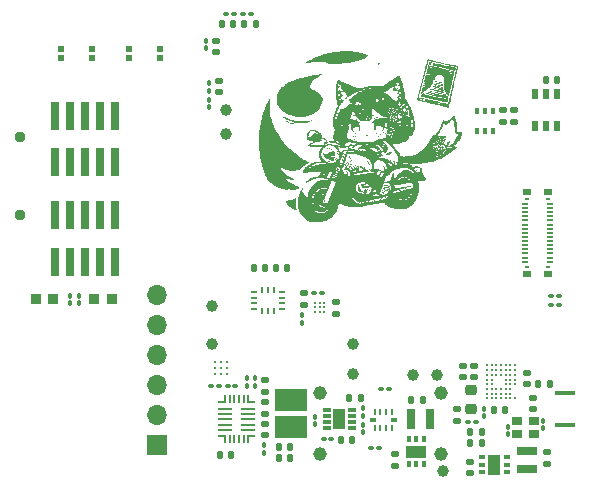
<source format=gts>
%TF.GenerationSoftware,KiCad,Pcbnew,7.0.1*%
%TF.CreationDate,2024-02-26T17:05:23+01:00*%
%TF.ProjectId,armband,61726d62-616e-4642-9e6b-696361645f70,rev?*%
%TF.SameCoordinates,Original*%
%TF.FileFunction,Soldermask,Top*%
%TF.FilePolarity,Negative*%
%FSLAX46Y46*%
G04 Gerber Fmt 4.6, Leading zero omitted, Abs format (unit mm)*
G04 Created by KiCad (PCBNEW 7.0.1) date 2024-02-26 17:05:23*
%MOMM*%
%LPD*%
G01*
G04 APERTURE LIST*
G04 Aperture macros list*
%AMRoundRect*
0 Rectangle with rounded corners*
0 $1 Rounding radius*
0 $2 $3 $4 $5 $6 $7 $8 $9 X,Y pos of 4 corners*
0 Add a 4 corners polygon primitive as box body*
4,1,4,$2,$3,$4,$5,$6,$7,$8,$9,$2,$3,0*
0 Add four circle primitives for the rounded corners*
1,1,$1+$1,$2,$3*
1,1,$1+$1,$4,$5*
1,1,$1+$1,$6,$7*
1,1,$1+$1,$8,$9*
0 Add four rect primitives between the rounded corners*
20,1,$1+$1,$2,$3,$4,$5,0*
20,1,$1+$1,$4,$5,$6,$7,0*
20,1,$1+$1,$6,$7,$8,$9,0*
20,1,$1+$1,$8,$9,$2,$3,0*%
G04 Aperture macros list end*
%ADD10RoundRect,0.140000X0.170000X-0.140000X0.170000X0.140000X-0.170000X0.140000X-0.170000X-0.140000X0*%
%ADD11RoundRect,0.140000X-0.170000X0.140000X-0.170000X-0.140000X0.170000X-0.140000X0.170000X0.140000X0*%
%ADD12R,1.700000X1.700000*%
%ADD13O,1.700000X1.700000*%
%ADD14RoundRect,0.100000X-0.100000X0.130000X-0.100000X-0.130000X0.100000X-0.130000X0.100000X0.130000X0*%
%ADD15R,1.700000X0.400000*%
%ADD16C,1.000000*%
%ADD17R,0.250000X0.550000*%
%ADD18R,0.200000X0.550000*%
%ADD19R,0.600000X0.300000*%
%ADD20RoundRect,0.140000X-0.140000X-0.170000X0.140000X-0.170000X0.140000X0.170000X-0.140000X0.170000X0*%
%ADD21RoundRect,0.100000X0.130000X0.100000X-0.130000X0.100000X-0.130000X-0.100000X0.130000X-0.100000X0*%
%ADD22RoundRect,0.100000X0.100000X-0.130000X0.100000X0.130000X-0.100000X0.130000X-0.100000X-0.130000X0*%
%ADD23RoundRect,0.100000X-0.130000X-0.100000X0.130000X-0.100000X0.130000X0.100000X-0.130000X0.100000X0*%
%ADD24R,0.550000X0.550000*%
%ADD25RoundRect,0.218750X0.256250X-0.218750X0.256250X0.218750X-0.256250X0.218750X-0.256250X-0.218750X0*%
%ADD26R,1.800000X0.800000*%
%ADD27R,0.600000X0.350000*%
%ADD28R,1.100000X1.700000*%
%ADD29R,0.700000X0.300000*%
%ADD30R,1.000000X1.700000*%
%ADD31R,0.760000X2.400000*%
%ADD32RoundRect,0.140000X0.140000X0.170000X-0.140000X0.170000X-0.140000X-0.170000X0.140000X-0.170000X0*%
%ADD33R,1.200000X0.200000*%
%ADD34R,0.700000X0.200000*%
%ADD35R,0.200000X0.500000*%
%ADD36R,0.200000X0.700000*%
%ADD37C,0.290000*%
%ADD38R,0.950000X0.950000*%
%ADD39R,0.900000X0.800000*%
%ADD40R,0.475000X0.250000*%
%ADD41R,0.250000X0.475000*%
%ADD42R,0.550000X0.900000*%
%ADD43R,0.350000X0.600000*%
%ADD44R,1.700000X1.100000*%
%ADD45R,0.800000X1.800000*%
%ADD46R,0.500000X0.200000*%
%ADD47R,0.380000X0.280000*%
%ADD48R,0.730000X0.600000*%
%ADD49RoundRect,0.147500X0.147500X0.172500X-0.147500X0.172500X-0.147500X-0.172500X0.147500X-0.172500X0*%
%ADD50R,2.800000X1.850000*%
%ADD51C,0.250000*%
%ADD52C,0.269000*%
%ADD53R,0.300000X0.550000*%
%ADD54C,0.950000*%
%ADD55C,1.150000*%
G04 APERTURE END LIST*
%TO.C,G\u002A\u002A\u002A*%
G36*
X146601689Y-59173931D02*
G01*
X146601600Y-59174273D01*
X146600527Y-59173218D01*
X146601689Y-59173931D01*
G37*
G36*
X132824416Y-61251123D02*
G01*
X132814646Y-61260892D01*
X132804877Y-61251123D01*
X132814646Y-61241354D01*
X132824416Y-61251123D01*
G37*
G36*
X132835681Y-61260385D02*
G01*
X132825911Y-61270154D01*
X132816142Y-61260385D01*
X132825911Y-61250616D01*
X132835681Y-61260385D01*
G37*
G36*
X132922108Y-61778662D02*
G01*
X132912339Y-61788431D01*
X132902569Y-61778662D01*
X132912339Y-61768892D01*
X132922108Y-61778662D01*
G37*
G36*
X132933373Y-61787924D02*
G01*
X132923604Y-61797693D01*
X132913834Y-61787924D01*
X132923604Y-61778154D01*
X132933373Y-61787924D01*
G37*
G36*
X133156569Y-61505123D02*
G01*
X133146800Y-61514892D01*
X133137031Y-61505123D01*
X133146800Y-61495354D01*
X133156569Y-61505123D01*
G37*
G36*
X133167834Y-61514385D02*
G01*
X133158065Y-61524154D01*
X133148296Y-61514385D01*
X133158065Y-61504616D01*
X133167834Y-61514385D01*
G37*
G36*
X133254262Y-61485585D02*
G01*
X133244493Y-61495354D01*
X133234723Y-61485585D01*
X133244493Y-61475816D01*
X133254262Y-61485585D01*
G37*
G36*
X133265527Y-61494847D02*
G01*
X133255758Y-61504616D01*
X133245988Y-61494847D01*
X133255758Y-61485078D01*
X133265527Y-61494847D01*
G37*
G36*
X134328877Y-62853277D02*
G01*
X134319108Y-62863046D01*
X134309339Y-62853277D01*
X134319108Y-62843508D01*
X134328877Y-62853277D01*
G37*
G36*
X134340142Y-62862539D02*
G01*
X134330373Y-62872308D01*
X134320604Y-62862539D01*
X134330373Y-62852770D01*
X134340142Y-62862539D01*
G37*
G36*
X134719646Y-63204969D02*
G01*
X134709877Y-63214739D01*
X134700108Y-63204969D01*
X134709877Y-63195200D01*
X134719646Y-63204969D01*
G37*
G36*
X134730911Y-63214231D02*
G01*
X134721142Y-63224001D01*
X134711373Y-63214231D01*
X134721142Y-63204462D01*
X134730911Y-63214231D01*
G37*
G36*
X134739185Y-63009585D02*
G01*
X134729416Y-63019354D01*
X134719646Y-63009585D01*
X134729416Y-62999816D01*
X134739185Y-63009585D01*
G37*
G36*
X134739185Y-63165892D02*
G01*
X134729416Y-63175662D01*
X134719646Y-63165892D01*
X134729416Y-63156123D01*
X134739185Y-63165892D01*
G37*
G36*
X134750450Y-63018847D02*
G01*
X134740681Y-63028616D01*
X134730911Y-63018847D01*
X134740681Y-63009078D01*
X134750450Y-63018847D01*
G37*
G36*
X134750450Y-63175154D02*
G01*
X134740681Y-63184924D01*
X134730911Y-63175154D01*
X134740681Y-63165385D01*
X134750450Y-63175154D01*
G37*
G36*
X134797800Y-63068200D02*
G01*
X134788031Y-63077969D01*
X134778262Y-63068200D01*
X134788031Y-63058431D01*
X134797800Y-63068200D01*
G37*
G36*
X134809065Y-63077462D02*
G01*
X134799296Y-63087231D01*
X134789527Y-63077462D01*
X134799296Y-63067693D01*
X134809065Y-63077462D01*
G37*
G36*
X135844604Y-64425616D02*
G01*
X135834834Y-64435385D01*
X135825065Y-64425616D01*
X135834834Y-64415847D01*
X135844604Y-64425616D01*
G37*
G36*
X135883681Y-64445154D02*
G01*
X135873911Y-64454924D01*
X135864142Y-64445154D01*
X135873911Y-64435385D01*
X135883681Y-64445154D01*
G37*
G36*
X135922758Y-59423770D02*
G01*
X135912988Y-59433539D01*
X135903219Y-59423770D01*
X135912988Y-59414001D01*
X135922758Y-59423770D01*
G37*
G36*
X135922758Y-64464693D02*
G01*
X135912988Y-64474462D01*
X135903219Y-64464693D01*
X135912988Y-64454924D01*
X135922758Y-64464693D01*
G37*
G36*
X135961834Y-59404231D02*
G01*
X135952065Y-59414001D01*
X135942296Y-59404231D01*
X135952065Y-59394462D01*
X135961834Y-59404231D01*
G37*
G36*
X135961834Y-64445154D02*
G01*
X135952065Y-64454924D01*
X135942296Y-64445154D01*
X135952065Y-64435385D01*
X135961834Y-64445154D01*
G37*
G36*
X136000911Y-59384693D02*
G01*
X135991142Y-59394462D01*
X135981373Y-59384693D01*
X135991142Y-59374924D01*
X136000911Y-59384693D01*
G37*
G36*
X136020450Y-59423770D02*
G01*
X136010681Y-59433539D01*
X136000911Y-59423770D01*
X136010681Y-59414001D01*
X136020450Y-59423770D01*
G37*
G36*
X136039988Y-59365154D02*
G01*
X136030219Y-59374924D01*
X136020450Y-59365154D01*
X136030219Y-59355385D01*
X136039988Y-59365154D01*
G37*
G36*
X136039988Y-64992231D02*
G01*
X136030219Y-65002001D01*
X136020450Y-64992231D01*
X136030219Y-64982462D01*
X136039988Y-64992231D01*
G37*
G36*
X136079065Y-65031308D02*
G01*
X136069296Y-65041078D01*
X136059527Y-65031308D01*
X136069296Y-65021539D01*
X136079065Y-65031308D01*
G37*
G36*
X136098604Y-59423770D02*
G01*
X136088834Y-59433539D01*
X136079065Y-59423770D01*
X136088834Y-59414001D01*
X136098604Y-59423770D01*
G37*
G36*
X136118142Y-65070385D02*
G01*
X136108373Y-65080154D01*
X136098604Y-65070385D01*
X136108373Y-65060616D01*
X136118142Y-65070385D01*
G37*
G36*
X136157219Y-65089924D02*
G01*
X136147450Y-65099693D01*
X136137681Y-65089924D01*
X136147450Y-65080154D01*
X136157219Y-65089924D01*
G37*
G36*
X136215834Y-59404231D02*
G01*
X136206065Y-59414001D01*
X136196296Y-59404231D01*
X136206065Y-59394462D01*
X136215834Y-59404231D01*
G37*
G36*
X136254911Y-59423770D02*
G01*
X136245142Y-59433539D01*
X136235373Y-59423770D01*
X136245142Y-59414001D01*
X136254911Y-59423770D01*
G37*
G36*
X136254911Y-65148539D02*
G01*
X136245142Y-65158308D01*
X136235373Y-65148539D01*
X136245142Y-65138770D01*
X136254911Y-65148539D01*
G37*
G36*
X136313527Y-59404231D02*
G01*
X136303758Y-59414001D01*
X136293988Y-59404231D01*
X136303758Y-59394462D01*
X136313527Y-59404231D01*
G37*
G36*
X136352604Y-65187616D02*
G01*
X136342834Y-65197385D01*
X136333065Y-65187616D01*
X136342834Y-65177847D01*
X136352604Y-65187616D01*
G37*
G36*
X136372142Y-59423770D02*
G01*
X136362373Y-59433539D01*
X136352604Y-59423770D01*
X136362373Y-59414001D01*
X136372142Y-59423770D01*
G37*
G36*
X136391681Y-65207154D02*
G01*
X136381911Y-65216924D01*
X136372142Y-65207154D01*
X136381911Y-65197385D01*
X136391681Y-65207154D01*
G37*
G36*
X136411219Y-64503770D02*
G01*
X136401450Y-64513539D01*
X136391681Y-64503770D01*
X136401450Y-64494001D01*
X136411219Y-64503770D01*
G37*
G36*
X136450296Y-64542847D02*
G01*
X136440527Y-64552616D01*
X136430758Y-64542847D01*
X136440527Y-64533078D01*
X136450296Y-64542847D01*
G37*
G36*
X136469834Y-59423770D02*
G01*
X136460065Y-59433539D01*
X136450296Y-59423770D01*
X136460065Y-59414001D01*
X136469834Y-59423770D01*
G37*
G36*
X136469834Y-64581924D02*
G01*
X136460065Y-64591693D01*
X136450296Y-64581924D01*
X136460065Y-64572154D01*
X136469834Y-64581924D01*
G37*
G36*
X136489373Y-65226693D02*
G01*
X136479604Y-65236462D01*
X136469834Y-65226693D01*
X136479604Y-65216924D01*
X136489373Y-65226693D01*
G37*
G36*
X136508911Y-64601462D02*
G01*
X136499142Y-64611231D01*
X136489373Y-64601462D01*
X136499142Y-64591693D01*
X136508911Y-64601462D01*
G37*
G36*
X136528450Y-64640539D02*
G01*
X136518681Y-64650308D01*
X136508911Y-64640539D01*
X136518681Y-64630770D01*
X136528450Y-64640539D01*
G37*
G36*
X136547988Y-65226693D02*
G01*
X136538219Y-65236462D01*
X136528450Y-65226693D01*
X136538219Y-65216924D01*
X136547988Y-65226693D01*
G37*
G36*
X136567527Y-64660078D02*
G01*
X136557758Y-64669847D01*
X136547988Y-64660078D01*
X136557758Y-64650308D01*
X136567527Y-64660078D01*
G37*
G36*
X136587065Y-59423770D02*
G01*
X136577296Y-59433539D01*
X136567527Y-59423770D01*
X136577296Y-59414001D01*
X136587065Y-59423770D01*
G37*
G36*
X136606604Y-64679616D02*
G01*
X136596834Y-64689385D01*
X136587065Y-64679616D01*
X136596834Y-64669847D01*
X136606604Y-64679616D01*
G37*
G36*
X136606604Y-65226693D02*
G01*
X136596834Y-65236462D01*
X136587065Y-65226693D01*
X136596834Y-65216924D01*
X136606604Y-65226693D01*
G37*
G36*
X136665219Y-65207154D02*
G01*
X136655450Y-65216924D01*
X136645681Y-65207154D01*
X136655450Y-65197385D01*
X136665219Y-65207154D01*
G37*
G36*
X136704296Y-64718693D02*
G01*
X136694527Y-64728462D01*
X136684758Y-64718693D01*
X136694527Y-64708924D01*
X136704296Y-64718693D01*
G37*
G36*
X136762911Y-59423770D02*
G01*
X136753142Y-59433539D01*
X136743373Y-59423770D01*
X136753142Y-59414001D01*
X136762911Y-59423770D01*
G37*
G36*
X136782450Y-65187616D02*
G01*
X136772681Y-65197385D01*
X136762911Y-65187616D01*
X136772681Y-65177847D01*
X136782450Y-65187616D01*
G37*
G36*
X136841065Y-65168078D02*
G01*
X136831296Y-65177847D01*
X136821527Y-65168078D01*
X136831296Y-65158308D01*
X136841065Y-65168078D01*
G37*
G36*
X136919219Y-59365154D02*
G01*
X136909450Y-59374924D01*
X136899681Y-59365154D01*
X136909450Y-59355385D01*
X136919219Y-59365154D01*
G37*
G36*
X136919219Y-64347462D02*
G01*
X136909450Y-64357231D01*
X136899681Y-64347462D01*
X136909450Y-64337693D01*
X136919219Y-64347462D01*
G37*
G36*
X136919219Y-65148539D02*
G01*
X136909450Y-65158308D01*
X136899681Y-65148539D01*
X136909450Y-65138770D01*
X136919219Y-65148539D01*
G37*
G36*
X136938758Y-60303001D02*
G01*
X136928988Y-60312770D01*
X136919219Y-60303001D01*
X136928988Y-60293231D01*
X136938758Y-60303001D01*
G37*
G36*
X136958296Y-64327924D02*
G01*
X136948527Y-64337693D01*
X136938758Y-64327924D01*
X136948527Y-64318154D01*
X136958296Y-64327924D01*
G37*
G36*
X136977834Y-59247924D02*
G01*
X136968065Y-59257693D01*
X136958296Y-59247924D01*
X136968065Y-59238154D01*
X136977834Y-59247924D01*
G37*
G36*
X136977834Y-64386539D02*
G01*
X136968065Y-64396308D01*
X136958296Y-64386539D01*
X136968065Y-64376770D01*
X136977834Y-64386539D01*
G37*
G36*
X137016911Y-64406078D02*
G01*
X137007142Y-64415847D01*
X136997373Y-64406078D01*
X137007142Y-64396308D01*
X137016911Y-64406078D01*
G37*
G36*
X137016911Y-65070385D02*
G01*
X137007142Y-65080154D01*
X136997373Y-65070385D01*
X137007142Y-65060616D01*
X137016911Y-65070385D01*
G37*
G36*
X137036450Y-65109462D02*
G01*
X137026681Y-65119231D01*
X137016911Y-65109462D01*
X137026681Y-65099693D01*
X137036450Y-65109462D01*
G37*
G36*
X137055988Y-64425616D02*
G01*
X137046219Y-64435385D01*
X137036450Y-64425616D01*
X137046219Y-64415847D01*
X137055988Y-64425616D01*
G37*
G36*
X137095065Y-65031308D02*
G01*
X137085296Y-65041078D01*
X137075527Y-65031308D01*
X137085296Y-65021539D01*
X137095065Y-65031308D01*
G37*
G36*
X137134142Y-65011770D02*
G01*
X137124373Y-65021539D01*
X137114604Y-65011770D01*
X137124373Y-65002001D01*
X137134142Y-65011770D01*
G37*
G36*
X137153681Y-64054385D02*
G01*
X137143911Y-64064154D01*
X137134142Y-64054385D01*
X137143911Y-64044616D01*
X137153681Y-64054385D01*
G37*
G36*
X137173219Y-64171616D02*
G01*
X137163450Y-64181385D01*
X137153681Y-64171616D01*
X137163450Y-64161847D01*
X137173219Y-64171616D01*
G37*
G36*
X137173219Y-64972693D02*
G01*
X137163450Y-64982462D01*
X137153681Y-64972693D01*
X137163450Y-64962924D01*
X137173219Y-64972693D01*
G37*
G36*
X137192758Y-63976231D02*
G01*
X137182988Y-63986001D01*
X137173219Y-63976231D01*
X137182988Y-63966462D01*
X137192758Y-63976231D01*
G37*
G36*
X137192758Y-64093462D02*
G01*
X137182988Y-64103231D01*
X137173219Y-64093462D01*
X137182988Y-64083693D01*
X137192758Y-64093462D01*
G37*
G36*
X137212296Y-63937154D02*
G01*
X137202527Y-63946924D01*
X137192758Y-63937154D01*
X137202527Y-63927385D01*
X137212296Y-63937154D01*
G37*
G36*
X137231834Y-63878539D02*
G01*
X137222065Y-63888308D01*
X137212296Y-63878539D01*
X137222065Y-63868770D01*
X137231834Y-63878539D01*
G37*
G36*
X137231834Y-63976231D02*
G01*
X137222065Y-63986001D01*
X137212296Y-63976231D01*
X137222065Y-63966462D01*
X137231834Y-63976231D01*
G37*
G36*
X137251373Y-60850078D02*
G01*
X137241604Y-60859847D01*
X137231834Y-60850078D01*
X137241604Y-60840308D01*
X137251373Y-60850078D01*
G37*
G36*
X137251373Y-63839462D02*
G01*
X137241604Y-63849231D01*
X137231834Y-63839462D01*
X137241604Y-63829693D01*
X137251373Y-63839462D01*
G37*
G36*
X137270911Y-63800385D02*
G01*
X137261142Y-63810154D01*
X137251373Y-63800385D01*
X137261142Y-63790616D01*
X137270911Y-63800385D01*
G37*
G36*
X137290450Y-63761308D02*
G01*
X137280681Y-63771078D01*
X137270911Y-63761308D01*
X137280681Y-63751539D01*
X137290450Y-63761308D01*
G37*
G36*
X137290450Y-63859001D02*
G01*
X137280681Y-63868770D01*
X137270911Y-63859001D01*
X137280681Y-63849231D01*
X137290450Y-63859001D01*
G37*
G36*
X137309988Y-63722231D02*
G01*
X137300219Y-63732001D01*
X137290450Y-63722231D01*
X137300219Y-63712462D01*
X137309988Y-63722231D01*
G37*
G36*
X137329527Y-63683154D02*
G01*
X137319758Y-63692924D01*
X137309988Y-63683154D01*
X137319758Y-63673385D01*
X137329527Y-63683154D01*
G37*
G36*
X137329527Y-63780847D02*
G01*
X137319758Y-63790616D01*
X137309988Y-63780847D01*
X137319758Y-63771078D01*
X137329527Y-63780847D01*
G37*
G36*
X137368604Y-63585462D02*
G01*
X137358834Y-63595231D01*
X137349065Y-63585462D01*
X137358834Y-63575693D01*
X137368604Y-63585462D01*
G37*
G36*
X137388142Y-63546385D02*
G01*
X137378373Y-63556154D01*
X137368604Y-63546385D01*
X137378373Y-63536616D01*
X137388142Y-63546385D01*
G37*
G36*
X137407681Y-63507308D02*
G01*
X137397911Y-63517078D01*
X137388142Y-63507308D01*
X137397911Y-63497539D01*
X137407681Y-63507308D01*
G37*
G36*
X137407681Y-63605001D02*
G01*
X137397911Y-63614770D01*
X137388142Y-63605001D01*
X137397911Y-63595231D01*
X137407681Y-63605001D01*
G37*
G36*
X137427219Y-63468231D02*
G01*
X137417450Y-63478001D01*
X137407681Y-63468231D01*
X137417450Y-63458462D01*
X137427219Y-63468231D01*
G37*
G36*
X137427219Y-63565924D02*
G01*
X137417450Y-63575693D01*
X137407681Y-63565924D01*
X137417450Y-63556154D01*
X137427219Y-63565924D01*
G37*
G36*
X137446758Y-60850078D02*
G01*
X137436988Y-60859847D01*
X137427219Y-60850078D01*
X137436988Y-60840308D01*
X137446758Y-60850078D01*
G37*
G36*
X137446758Y-63429154D02*
G01*
X137436988Y-63438924D01*
X137427219Y-63429154D01*
X137436988Y-63419385D01*
X137446758Y-63429154D01*
G37*
G36*
X137446758Y-63526847D02*
G01*
X137436988Y-63536616D01*
X137427219Y-63526847D01*
X137436988Y-63517078D01*
X137446758Y-63526847D01*
G37*
G36*
X137466296Y-60889154D02*
G01*
X137456527Y-60898924D01*
X137446758Y-60889154D01*
X137456527Y-60879385D01*
X137466296Y-60889154D01*
G37*
G36*
X137466296Y-63487770D02*
G01*
X137456527Y-63497539D01*
X137446758Y-63487770D01*
X137456527Y-63478001D01*
X137466296Y-63487770D01*
G37*
G36*
X137485834Y-63331462D02*
G01*
X137476065Y-63341231D01*
X137466296Y-63331462D01*
X137476065Y-63321693D01*
X137485834Y-63331462D01*
G37*
G36*
X137485834Y-63448693D02*
G01*
X137476065Y-63458462D01*
X137466296Y-63448693D01*
X137476065Y-63438924D01*
X137485834Y-63448693D01*
G37*
G36*
X137505373Y-63292385D02*
G01*
X137495604Y-63302154D01*
X137485834Y-63292385D01*
X137495604Y-63282616D01*
X137505373Y-63292385D01*
G37*
G36*
X137524911Y-63253308D02*
G01*
X137515142Y-63263078D01*
X137505373Y-63253308D01*
X137515142Y-63243539D01*
X137524911Y-63253308D01*
G37*
G36*
X137524911Y-63351001D02*
G01*
X137515142Y-63360770D01*
X137505373Y-63351001D01*
X137515142Y-63341231D01*
X137524911Y-63351001D01*
G37*
G36*
X137544450Y-63214231D02*
G01*
X137534681Y-63224001D01*
X137524911Y-63214231D01*
X137534681Y-63204462D01*
X137544450Y-63214231D01*
G37*
G36*
X137544450Y-63311924D02*
G01*
X137534681Y-63321693D01*
X137524911Y-63311924D01*
X137534681Y-63302154D01*
X137544450Y-63311924D01*
G37*
G36*
X137563988Y-60967308D02*
G01*
X137554219Y-60977078D01*
X137544450Y-60967308D01*
X137554219Y-60957539D01*
X137563988Y-60967308D01*
G37*
G36*
X137563988Y-63155616D02*
G01*
X137554219Y-63165385D01*
X137544450Y-63155616D01*
X137554219Y-63145847D01*
X137563988Y-63155616D01*
G37*
G36*
X137563988Y-63272847D02*
G01*
X137554219Y-63282616D01*
X137544450Y-63272847D01*
X137554219Y-63263078D01*
X137563988Y-63272847D01*
G37*
G36*
X137583527Y-63116539D02*
G01*
X137573758Y-63126308D01*
X137563988Y-63116539D01*
X137573758Y-63106770D01*
X137583527Y-63116539D01*
G37*
G36*
X137603065Y-60478847D02*
G01*
X137593296Y-60488616D01*
X137583527Y-60478847D01*
X137593296Y-60469078D01*
X137603065Y-60478847D01*
G37*
G36*
X137603065Y-63077462D02*
G01*
X137593296Y-63087231D01*
X137583527Y-63077462D01*
X137593296Y-63067693D01*
X137603065Y-63077462D01*
G37*
G36*
X137622604Y-63038385D02*
G01*
X137612834Y-63048154D01*
X137603065Y-63038385D01*
X137612834Y-63028616D01*
X137622604Y-63038385D01*
G37*
G36*
X137642142Y-60459308D02*
G01*
X137632373Y-60469078D01*
X137622604Y-60459308D01*
X137632373Y-60449539D01*
X137642142Y-60459308D01*
G37*
G36*
X137642142Y-62999308D02*
G01*
X137632373Y-63009078D01*
X137622604Y-62999308D01*
X137632373Y-62989539D01*
X137642142Y-62999308D01*
G37*
G36*
X137661681Y-62960231D02*
G01*
X137651911Y-62970001D01*
X137642142Y-62960231D01*
X137651911Y-62950462D01*
X137661681Y-62960231D01*
G37*
G36*
X137681219Y-62901616D02*
G01*
X137671450Y-62911385D01*
X137661681Y-62901616D01*
X137671450Y-62891847D01*
X137681219Y-62901616D01*
G37*
G36*
X137700758Y-60459308D02*
G01*
X137690988Y-60469078D01*
X137681219Y-60459308D01*
X137690988Y-60449539D01*
X137700758Y-60459308D01*
G37*
G36*
X137720296Y-62862539D02*
G01*
X137710527Y-62872308D01*
X137700758Y-62862539D01*
X137710527Y-62852770D01*
X137720296Y-62862539D01*
G37*
G36*
X137759373Y-62784385D02*
G01*
X137749604Y-62794154D01*
X137739834Y-62784385D01*
X137749604Y-62774616D01*
X137759373Y-62784385D01*
G37*
G36*
X137778911Y-61748847D02*
G01*
X137769142Y-61758616D01*
X137759373Y-61748847D01*
X137769142Y-61739078D01*
X137778911Y-61748847D01*
G37*
G36*
X137817988Y-60244385D02*
G01*
X137808219Y-60254154D01*
X137798450Y-60244385D01*
X137808219Y-60234616D01*
X137817988Y-60244385D01*
G37*
G36*
X137817988Y-60381154D02*
G01*
X137808219Y-60390924D01*
X137798450Y-60381154D01*
X137808219Y-60371385D01*
X137817988Y-60381154D01*
G37*
G36*
X137817988Y-60752385D02*
G01*
X137808219Y-60762154D01*
X137798450Y-60752385D01*
X137808219Y-60742616D01*
X137817988Y-60752385D01*
G37*
G36*
X137837527Y-60283462D02*
G01*
X137827758Y-60293231D01*
X137817988Y-60283462D01*
X137827758Y-60273693D01*
X137837527Y-60283462D01*
G37*
G36*
X137837527Y-60420231D02*
G01*
X137827758Y-60430001D01*
X137817988Y-60420231D01*
X137827758Y-60410462D01*
X137837527Y-60420231D01*
G37*
G36*
X137837527Y-60537462D02*
G01*
X137827758Y-60547231D01*
X137817988Y-60537462D01*
X137827758Y-60527693D01*
X137837527Y-60537462D01*
G37*
G36*
X137837527Y-60791462D02*
G01*
X137827758Y-60801231D01*
X137817988Y-60791462D01*
X137827758Y-60781693D01*
X137837527Y-60791462D01*
G37*
G36*
X137857065Y-60244385D02*
G01*
X137847296Y-60254154D01*
X137837527Y-60244385D01*
X137847296Y-60234616D01*
X137857065Y-60244385D01*
G37*
G36*
X137876604Y-60205308D02*
G01*
X137866834Y-60215078D01*
X137857065Y-60205308D01*
X137866834Y-60195539D01*
X137876604Y-60205308D01*
G37*
G36*
X137896142Y-60166231D02*
G01*
X137886373Y-60176001D01*
X137876604Y-60166231D01*
X137886373Y-60156462D01*
X137896142Y-60166231D01*
G37*
G36*
X137896142Y-60263924D02*
G01*
X137886373Y-60273693D01*
X137876604Y-60263924D01*
X137886373Y-60254154D01*
X137896142Y-60263924D01*
G37*
G36*
X137896142Y-60459308D02*
G01*
X137886373Y-60469078D01*
X137876604Y-60459308D01*
X137886373Y-60449539D01*
X137896142Y-60459308D01*
G37*
G36*
X137915681Y-60224847D02*
G01*
X137905911Y-60234616D01*
X137896142Y-60224847D01*
X137905911Y-60215078D01*
X137915681Y-60224847D01*
G37*
G36*
X137915681Y-60517924D02*
G01*
X137905911Y-60527693D01*
X137896142Y-60517924D01*
X137905911Y-60508154D01*
X137915681Y-60517924D01*
G37*
G36*
X137915681Y-60752385D02*
G01*
X137905911Y-60762154D01*
X137896142Y-60752385D01*
X137905911Y-60742616D01*
X137915681Y-60752385D01*
G37*
G36*
X137935219Y-58212385D02*
G01*
X137925450Y-58222154D01*
X137915681Y-58212385D01*
X137925450Y-58202616D01*
X137935219Y-58212385D01*
G37*
G36*
X137935219Y-60127154D02*
G01*
X137925450Y-60136924D01*
X137915681Y-60127154D01*
X137925450Y-60117385D01*
X137935219Y-60127154D01*
G37*
G36*
X137935219Y-60185770D02*
G01*
X137925450Y-60195539D01*
X137915681Y-60185770D01*
X137925450Y-60176001D01*
X137935219Y-60185770D01*
G37*
G36*
X137954758Y-60088078D02*
G01*
X137944988Y-60097847D01*
X137935219Y-60088078D01*
X137944988Y-60078308D01*
X137954758Y-60088078D01*
G37*
G36*
X137954758Y-60244385D02*
G01*
X137944988Y-60254154D01*
X137935219Y-60244385D01*
X137944988Y-60234616D01*
X137954758Y-60244385D01*
G37*
G36*
X137974296Y-58290539D02*
G01*
X137964527Y-58300308D01*
X137954758Y-58290539D01*
X137964527Y-58280770D01*
X137974296Y-58290539D01*
G37*
G36*
X137974296Y-60029462D02*
G01*
X137964527Y-60039231D01*
X137954758Y-60029462D01*
X137964527Y-60019693D01*
X137974296Y-60029462D01*
G37*
G36*
X137974296Y-60146693D02*
G01*
X137964527Y-60156462D01*
X137954758Y-60146693D01*
X137964527Y-60136924D01*
X137974296Y-60146693D01*
G37*
G36*
X137993834Y-59990385D02*
G01*
X137984065Y-60000154D01*
X137974296Y-59990385D01*
X137984065Y-59980616D01*
X137993834Y-59990385D01*
G37*
G36*
X138013373Y-60049001D02*
G01*
X138003604Y-60058770D01*
X137993834Y-60049001D01*
X138003604Y-60039231D01*
X138013373Y-60049001D01*
G37*
G36*
X138013373Y-60166231D02*
G01*
X138003604Y-60176001D01*
X137993834Y-60166231D01*
X138003604Y-60156462D01*
X138013373Y-60166231D01*
G37*
G36*
X138013373Y-61319001D02*
G01*
X138003604Y-61328770D01*
X137993834Y-61319001D01*
X138003604Y-61309231D01*
X138013373Y-61319001D01*
G37*
G36*
X138032911Y-54910385D02*
G01*
X138023142Y-54920154D01*
X138013373Y-54910385D01*
X138023142Y-54900616D01*
X138032911Y-54910385D01*
G37*
G36*
X138032911Y-55066693D02*
G01*
X138023142Y-55076462D01*
X138013373Y-55066693D01*
X138023142Y-55056924D01*
X138032911Y-55066693D01*
G37*
G36*
X138032911Y-60009924D02*
G01*
X138023142Y-60019693D01*
X138013373Y-60009924D01*
X138023142Y-60000154D01*
X138032911Y-60009924D01*
G37*
G36*
X138032911Y-60224847D02*
G01*
X138023142Y-60234616D01*
X138013373Y-60224847D01*
X138023142Y-60215078D01*
X138032911Y-60224847D01*
G37*
G36*
X138032911Y-60322539D02*
G01*
X138023142Y-60332308D01*
X138013373Y-60322539D01*
X138023142Y-60312770D01*
X138032911Y-60322539D01*
G37*
G36*
X138052450Y-54949462D02*
G01*
X138042681Y-54959231D01*
X138032911Y-54949462D01*
X138042681Y-54939693D01*
X138052450Y-54949462D01*
G37*
G36*
X138052450Y-55027616D02*
G01*
X138042681Y-55037385D01*
X138032911Y-55027616D01*
X138042681Y-55017847D01*
X138052450Y-55027616D01*
G37*
G36*
X138052450Y-55125308D02*
G01*
X138042681Y-55135078D01*
X138032911Y-55125308D01*
X138042681Y-55115539D01*
X138052450Y-55125308D01*
G37*
G36*
X138052450Y-55223001D02*
G01*
X138042681Y-55232770D01*
X138032911Y-55223001D01*
X138042681Y-55213231D01*
X138052450Y-55223001D01*
G37*
G36*
X138052450Y-60068539D02*
G01*
X138042681Y-60078308D01*
X138032911Y-60068539D01*
X138042681Y-60058770D01*
X138052450Y-60068539D01*
G37*
G36*
X138052450Y-60127154D02*
G01*
X138042681Y-60136924D01*
X138032911Y-60127154D01*
X138042681Y-60117385D01*
X138052450Y-60127154D01*
G37*
G36*
X138071988Y-54988539D02*
G01*
X138062219Y-54998308D01*
X138052450Y-54988539D01*
X138062219Y-54978770D01*
X138071988Y-54988539D01*
G37*
G36*
X138071988Y-55086231D02*
G01*
X138062219Y-55096001D01*
X138052450Y-55086231D01*
X138062219Y-55076462D01*
X138071988Y-55086231D01*
G37*
G36*
X138071988Y-55183924D02*
G01*
X138062219Y-55193693D01*
X138052450Y-55183924D01*
X138062219Y-55174154D01*
X138071988Y-55183924D01*
G37*
G36*
X138071988Y-60244385D02*
G01*
X138062219Y-60254154D01*
X138052450Y-60244385D01*
X138062219Y-60234616D01*
X138071988Y-60244385D01*
G37*
G36*
X138091527Y-60205308D02*
G01*
X138081758Y-60215078D01*
X138071988Y-60205308D01*
X138081758Y-60195539D01*
X138091527Y-60205308D01*
G37*
G36*
X138091527Y-60400693D02*
G01*
X138081758Y-60410462D01*
X138071988Y-60400693D01*
X138081758Y-60390924D01*
X138091527Y-60400693D01*
G37*
G36*
X138111065Y-54265616D02*
G01*
X138101296Y-54275385D01*
X138091527Y-54265616D01*
X138101296Y-54255847D01*
X138111065Y-54265616D01*
G37*
G36*
X138130604Y-54304693D02*
G01*
X138120834Y-54314462D01*
X138111065Y-54304693D01*
X138120834Y-54294924D01*
X138130604Y-54304693D01*
G37*
G36*
X138130604Y-55183924D02*
G01*
X138120834Y-55193693D01*
X138111065Y-55183924D01*
X138120834Y-55174154D01*
X138130604Y-55183924D01*
G37*
G36*
X138189219Y-55301154D02*
G01*
X138179450Y-55310924D01*
X138169681Y-55301154D01*
X138179450Y-55291385D01*
X138189219Y-55301154D01*
G37*
G36*
X138189219Y-60889154D02*
G01*
X138179450Y-60898924D01*
X138169681Y-60889154D01*
X138179450Y-60879385D01*
X138189219Y-60889154D01*
G37*
G36*
X138208758Y-59892693D02*
G01*
X138198988Y-59902462D01*
X138189219Y-59892693D01*
X138198988Y-59882924D01*
X138208758Y-59892693D01*
G37*
G36*
X138228296Y-59951308D02*
G01*
X138218527Y-59961078D01*
X138208758Y-59951308D01*
X138218527Y-59941539D01*
X138228296Y-59951308D01*
G37*
G36*
X138247834Y-59990385D02*
G01*
X138238065Y-60000154D01*
X138228296Y-59990385D01*
X138238065Y-59980616D01*
X138247834Y-59990385D01*
G37*
G36*
X138247834Y-60049001D02*
G01*
X138238065Y-60058770D01*
X138228296Y-60049001D01*
X138238065Y-60039231D01*
X138247834Y-60049001D01*
G37*
G36*
X138247834Y-60811001D02*
G01*
X138238065Y-60820770D01*
X138228296Y-60811001D01*
X138238065Y-60801231D01*
X138247834Y-60811001D01*
G37*
G36*
X138267373Y-59873154D02*
G01*
X138257604Y-59882924D01*
X138247834Y-59873154D01*
X138257604Y-59863385D01*
X138267373Y-59873154D01*
G37*
G36*
X138267373Y-60771924D02*
G01*
X138257604Y-60781693D01*
X138247834Y-60771924D01*
X138257604Y-60762154D01*
X138267373Y-60771924D01*
G37*
G36*
X138286911Y-60713308D02*
G01*
X138277142Y-60723078D01*
X138267373Y-60713308D01*
X138277142Y-60703539D01*
X138286911Y-60713308D01*
G37*
G36*
X138325988Y-59951308D02*
G01*
X138316219Y-59961078D01*
X138306450Y-59951308D01*
X138316219Y-59941539D01*
X138325988Y-59951308D01*
G37*
G36*
X138345527Y-59912231D02*
G01*
X138335758Y-59922001D01*
X138325988Y-59912231D01*
X138335758Y-59902462D01*
X138345527Y-59912231D01*
G37*
G36*
X138365065Y-59853616D02*
G01*
X138355296Y-59863385D01*
X138345527Y-59853616D01*
X138355296Y-59843847D01*
X138365065Y-59853616D01*
G37*
G36*
X138365065Y-60732847D02*
G01*
X138355296Y-60742616D01*
X138345527Y-60732847D01*
X138355296Y-60723078D01*
X138365065Y-60732847D01*
G37*
G36*
X138365065Y-60908693D02*
G01*
X138355296Y-60918462D01*
X138345527Y-60908693D01*
X138355296Y-60898924D01*
X138365065Y-60908693D01*
G37*
G36*
X138384604Y-60400693D02*
G01*
X138374834Y-60410462D01*
X138365065Y-60400693D01*
X138374834Y-60390924D01*
X138384604Y-60400693D01*
G37*
G36*
X138384604Y-60830539D02*
G01*
X138374834Y-60840308D01*
X138365065Y-60830539D01*
X138374834Y-60820770D01*
X138384604Y-60830539D01*
G37*
G36*
X138384604Y-60947770D02*
G01*
X138374834Y-60957539D01*
X138365065Y-60947770D01*
X138374834Y-60938001D01*
X138384604Y-60947770D01*
G37*
G36*
X138404142Y-61455770D02*
G01*
X138394373Y-61465539D01*
X138384604Y-61455770D01*
X138394373Y-61446001D01*
X138404142Y-61455770D01*
G37*
G36*
X138423681Y-60635154D02*
G01*
X138413911Y-60644924D01*
X138404142Y-60635154D01*
X138413911Y-60625385D01*
X138423681Y-60635154D01*
G37*
G36*
X138423681Y-61416693D02*
G01*
X138413911Y-61426462D01*
X138404142Y-61416693D01*
X138413911Y-61406924D01*
X138423681Y-61416693D01*
G37*
G36*
X138423681Y-61514385D02*
G01*
X138413911Y-61524154D01*
X138404142Y-61514385D01*
X138413911Y-61504616D01*
X138423681Y-61514385D01*
G37*
G36*
X138443219Y-60185770D02*
G01*
X138433450Y-60195539D01*
X138423681Y-60185770D01*
X138433450Y-60176001D01*
X138443219Y-60185770D01*
G37*
G36*
X138482296Y-60146693D02*
G01*
X138472527Y-60156462D01*
X138462758Y-60146693D01*
X138472527Y-60136924D01*
X138482296Y-60146693D01*
G37*
G36*
X138482296Y-61338539D02*
G01*
X138472527Y-61348308D01*
X138462758Y-61338539D01*
X138472527Y-61328770D01*
X138482296Y-61338539D01*
G37*
G36*
X138482296Y-61631616D02*
G01*
X138472527Y-61641385D01*
X138462758Y-61631616D01*
X138472527Y-61621847D01*
X138482296Y-61631616D01*
G37*
G36*
X138501834Y-60576539D02*
G01*
X138492065Y-60586308D01*
X138482296Y-60576539D01*
X138492065Y-60566770D01*
X138501834Y-60576539D01*
G37*
G36*
X138501834Y-61260385D02*
G01*
X138492065Y-61270154D01*
X138482296Y-61260385D01*
X138492065Y-61250616D01*
X138501834Y-61260385D01*
G37*
G36*
X138501834Y-61377616D02*
G01*
X138492065Y-61387385D01*
X138482296Y-61377616D01*
X138492065Y-61367847D01*
X138501834Y-61377616D01*
G37*
G36*
X138521373Y-60478847D02*
G01*
X138511604Y-60488616D01*
X138501834Y-60478847D01*
X138511604Y-60469078D01*
X138521373Y-60478847D01*
G37*
G36*
X138521373Y-61221308D02*
G01*
X138511604Y-61231078D01*
X138501834Y-61221308D01*
X138511604Y-61211539D01*
X138521373Y-61221308D01*
G37*
G36*
X138540911Y-60068539D02*
G01*
X138531142Y-60078308D01*
X138521373Y-60068539D01*
X138531142Y-60058770D01*
X138540911Y-60068539D01*
G37*
G36*
X138540911Y-61182231D02*
G01*
X138531142Y-61192001D01*
X138521373Y-61182231D01*
X138531142Y-61172462D01*
X138540911Y-61182231D01*
G37*
G36*
X138560450Y-60224847D02*
G01*
X138550681Y-60234616D01*
X138540911Y-60224847D01*
X138550681Y-60215078D01*
X138560450Y-60224847D01*
G37*
G36*
X138579988Y-60322539D02*
G01*
X138570219Y-60332308D01*
X138560450Y-60322539D01*
X138570219Y-60312770D01*
X138579988Y-60322539D01*
G37*
G36*
X138599527Y-60068539D02*
G01*
X138589758Y-60078308D01*
X138579988Y-60068539D01*
X138589758Y-60058770D01*
X138599527Y-60068539D01*
G37*
G36*
X138638604Y-60088078D02*
G01*
X138628834Y-60097847D01*
X138619065Y-60088078D01*
X138628834Y-60078308D01*
X138638604Y-60088078D01*
G37*
G36*
X138638604Y-61299462D02*
G01*
X138628834Y-61309231D01*
X138619065Y-61299462D01*
X138628834Y-61289693D01*
X138638604Y-61299462D01*
G37*
G36*
X138658142Y-57606693D02*
G01*
X138648373Y-57616462D01*
X138638604Y-57606693D01*
X138648373Y-57596924D01*
X138658142Y-57606693D01*
G37*
G36*
X138658142Y-60049001D02*
G01*
X138648373Y-60058770D01*
X138638604Y-60049001D01*
X138648373Y-60039231D01*
X138658142Y-60049001D01*
G37*
G36*
X138677681Y-61319001D02*
G01*
X138667911Y-61328770D01*
X138658142Y-61319001D01*
X138667911Y-61309231D01*
X138677681Y-61319001D01*
G37*
G36*
X138697219Y-60068539D02*
G01*
X138687450Y-60078308D01*
X138677681Y-60068539D01*
X138687450Y-60058770D01*
X138697219Y-60068539D01*
G37*
G36*
X138716758Y-59795001D02*
G01*
X138706988Y-59804770D01*
X138697219Y-59795001D01*
X138706988Y-59785231D01*
X138716758Y-59795001D01*
G37*
G36*
X138755834Y-62139616D02*
G01*
X138746065Y-62149385D01*
X138736296Y-62139616D01*
X138746065Y-62129847D01*
X138755834Y-62139616D01*
G37*
G36*
X138814450Y-60811001D02*
G01*
X138804681Y-60820770D01*
X138794911Y-60811001D01*
X138804681Y-60801231D01*
X138814450Y-60811001D01*
G37*
G36*
X138833988Y-58720385D02*
G01*
X138824219Y-58730154D01*
X138814450Y-58720385D01*
X138824219Y-58710616D01*
X138833988Y-58720385D01*
G37*
G36*
X138853527Y-60459308D02*
G01*
X138843758Y-60469078D01*
X138833988Y-60459308D01*
X138843758Y-60449539D01*
X138853527Y-60459308D01*
G37*
G36*
X138873065Y-58661770D02*
G01*
X138863296Y-58671539D01*
X138853527Y-58661770D01*
X138863296Y-58652001D01*
X138873065Y-58661770D01*
G37*
G36*
X138873065Y-58779001D02*
G01*
X138863296Y-58788770D01*
X138853527Y-58779001D01*
X138863296Y-58769231D01*
X138873065Y-58779001D01*
G37*
G36*
X138873065Y-61748847D02*
G01*
X138863296Y-61758616D01*
X138853527Y-61748847D01*
X138863296Y-61739078D01*
X138873065Y-61748847D01*
G37*
G36*
X138873065Y-61787924D02*
G01*
X138863296Y-61797693D01*
X138853527Y-61787924D01*
X138863296Y-61778154D01*
X138873065Y-61787924D01*
G37*
G36*
X138892604Y-58583616D02*
G01*
X138882834Y-58593385D01*
X138873065Y-58583616D01*
X138882834Y-58573847D01*
X138892604Y-58583616D01*
G37*
G36*
X138892604Y-60361616D02*
G01*
X138882834Y-60371385D01*
X138873065Y-60361616D01*
X138882834Y-60351847D01*
X138892604Y-60361616D01*
G37*
G36*
X138912142Y-58739924D02*
G01*
X138902373Y-58749693D01*
X138892604Y-58739924D01*
X138902373Y-58730154D01*
X138912142Y-58739924D01*
G37*
G36*
X138912142Y-58837616D02*
G01*
X138902373Y-58847385D01*
X138892604Y-58837616D01*
X138902373Y-58827847D01*
X138912142Y-58837616D01*
G37*
G36*
X138912142Y-59775462D02*
G01*
X138902373Y-59785231D01*
X138892604Y-59775462D01*
X138902373Y-59765693D01*
X138912142Y-59775462D01*
G37*
G36*
X138912142Y-60654693D02*
G01*
X138902373Y-60664462D01*
X138892604Y-60654693D01*
X138902373Y-60644924D01*
X138912142Y-60654693D01*
G37*
G36*
X138912142Y-60947770D02*
G01*
X138902373Y-60957539D01*
X138892604Y-60947770D01*
X138902373Y-60938001D01*
X138912142Y-60947770D01*
G37*
G36*
X138931681Y-58544539D02*
G01*
X138921911Y-58554308D01*
X138912142Y-58544539D01*
X138921911Y-58534770D01*
X138931681Y-58544539D01*
G37*
G36*
X138931681Y-58700847D02*
G01*
X138921911Y-58710616D01*
X138912142Y-58700847D01*
X138921911Y-58691078D01*
X138931681Y-58700847D01*
G37*
G36*
X138931681Y-60381154D02*
G01*
X138921911Y-60390924D01*
X138912142Y-60381154D01*
X138921911Y-60371385D01*
X138931681Y-60381154D01*
G37*
G36*
X138931681Y-60693770D02*
G01*
X138921911Y-60703539D01*
X138912142Y-60693770D01*
X138921911Y-60684001D01*
X138931681Y-60693770D01*
G37*
G36*
X138931681Y-61827001D02*
G01*
X138921911Y-61836770D01*
X138912142Y-61827001D01*
X138921911Y-61817231D01*
X138931681Y-61827001D01*
G37*
G36*
X138931681Y-61924693D02*
G01*
X138921911Y-61934462D01*
X138912142Y-61924693D01*
X138921911Y-61914924D01*
X138931681Y-61924693D01*
G37*
G36*
X138951219Y-58505462D02*
G01*
X138941450Y-58515231D01*
X138931681Y-58505462D01*
X138941450Y-58495693D01*
X138951219Y-58505462D01*
G37*
G36*
X138951219Y-58622693D02*
G01*
X138941450Y-58632462D01*
X138931681Y-58622693D01*
X138941450Y-58612924D01*
X138951219Y-58622693D01*
G37*
G36*
X138951219Y-58798539D02*
G01*
X138941450Y-58808308D01*
X138931681Y-58798539D01*
X138941450Y-58788770D01*
X138951219Y-58798539D01*
G37*
G36*
X138951219Y-61787924D02*
G01*
X138941450Y-61797693D01*
X138931681Y-61787924D01*
X138941450Y-61778154D01*
X138951219Y-61787924D01*
G37*
G36*
X138951219Y-61885616D02*
G01*
X138941450Y-61895385D01*
X138931681Y-61885616D01*
X138941450Y-61875847D01*
X138951219Y-61885616D01*
G37*
G36*
X138951219Y-61983308D02*
G01*
X138941450Y-61993078D01*
X138931681Y-61983308D01*
X138941450Y-61973539D01*
X138951219Y-61983308D01*
G37*
G36*
X138951219Y-62081001D02*
G01*
X138941450Y-62090770D01*
X138931681Y-62081001D01*
X138941450Y-62071231D01*
X138951219Y-62081001D01*
G37*
G36*
X138970758Y-58876693D02*
G01*
X138960988Y-58886462D01*
X138951219Y-58876693D01*
X138960988Y-58866924D01*
X138970758Y-58876693D01*
G37*
G36*
X138970758Y-61846539D02*
G01*
X138960988Y-61856308D01*
X138951219Y-61846539D01*
X138960988Y-61836770D01*
X138970758Y-61846539D01*
G37*
G36*
X138970758Y-61944231D02*
G01*
X138960988Y-61954001D01*
X138951219Y-61944231D01*
X138960988Y-61934462D01*
X138970758Y-61944231D01*
G37*
G36*
X138970758Y-62159154D02*
G01*
X138960988Y-62168924D01*
X138951219Y-62159154D01*
X138960988Y-62149385D01*
X138970758Y-62159154D01*
G37*
G36*
X138970758Y-62217770D02*
G01*
X138960988Y-62227539D01*
X138951219Y-62217770D01*
X138960988Y-62208001D01*
X138970758Y-62217770D01*
G37*
G36*
X138970758Y-62432693D02*
G01*
X138960988Y-62442462D01*
X138951219Y-62432693D01*
X138960988Y-62422924D01*
X138970758Y-62432693D01*
G37*
G36*
X138990296Y-58466385D02*
G01*
X138980527Y-58476154D01*
X138970758Y-58466385D01*
X138980527Y-58456616D01*
X138990296Y-58466385D01*
G37*
G36*
X138990296Y-58935308D02*
G01*
X138980527Y-58945078D01*
X138970758Y-58935308D01*
X138980527Y-58925539D01*
X138990296Y-58935308D01*
G37*
G36*
X138990296Y-61905154D02*
G01*
X138980527Y-61914924D01*
X138970758Y-61905154D01*
X138980527Y-61895385D01*
X138990296Y-61905154D01*
G37*
G36*
X138990296Y-62256847D02*
G01*
X138980527Y-62266616D01*
X138970758Y-62256847D01*
X138980527Y-62247078D01*
X138990296Y-62256847D01*
G37*
G36*
X138990296Y-62315462D02*
G01*
X138980527Y-62325231D01*
X138970758Y-62315462D01*
X138980527Y-62305693D01*
X138990296Y-62315462D01*
G37*
G36*
X138990296Y-62374078D02*
G01*
X138980527Y-62383847D01*
X138970758Y-62374078D01*
X138980527Y-62364308D01*
X138990296Y-62374078D01*
G37*
G36*
X138990296Y-62510847D02*
G01*
X138980527Y-62520616D01*
X138970758Y-62510847D01*
X138980527Y-62501078D01*
X138990296Y-62510847D01*
G37*
G36*
X138990296Y-62589001D02*
G01*
X138980527Y-62598770D01*
X138970758Y-62589001D01*
X138980527Y-62579231D01*
X138990296Y-62589001D01*
G37*
G36*
X139009834Y-58837616D02*
G01*
X139000065Y-58847385D01*
X138990296Y-58837616D01*
X139000065Y-58827847D01*
X139009834Y-58837616D01*
G37*
G36*
X139009834Y-60654693D02*
G01*
X139000065Y-60664462D01*
X138990296Y-60654693D01*
X139000065Y-60644924D01*
X139009834Y-60654693D01*
G37*
G36*
X139009834Y-61866078D02*
G01*
X139000065Y-61875847D01*
X138990296Y-61866078D01*
X139000065Y-61856308D01*
X139009834Y-61866078D01*
G37*
G36*
X139009834Y-62452231D02*
G01*
X139000065Y-62462001D01*
X138990296Y-62452231D01*
X139000065Y-62442462D01*
X139009834Y-62452231D01*
G37*
G36*
X139009834Y-62549924D02*
G01*
X139000065Y-62559693D01*
X138990296Y-62549924D01*
X139000065Y-62540154D01*
X139009834Y-62549924D01*
G37*
G36*
X139009834Y-62647616D02*
G01*
X139000065Y-62657385D01*
X138990296Y-62647616D01*
X139000065Y-62637847D01*
X139009834Y-62647616D01*
G37*
G36*
X139009834Y-62725770D02*
G01*
X139000065Y-62735539D01*
X138990296Y-62725770D01*
X139000065Y-62716001D01*
X139009834Y-62725770D01*
G37*
G36*
X139029373Y-58446847D02*
G01*
X139019604Y-58456616D01*
X139009834Y-58446847D01*
X139019604Y-58437078D01*
X139029373Y-58446847D01*
G37*
G36*
X139029373Y-58564078D02*
G01*
X139019604Y-58573847D01*
X139009834Y-58564078D01*
X139019604Y-58554308D01*
X139029373Y-58564078D01*
G37*
G36*
X139029373Y-62608539D02*
G01*
X139019604Y-62618308D01*
X139009834Y-62608539D01*
X139019604Y-62598770D01*
X139029373Y-62608539D01*
G37*
G36*
X139029373Y-62686693D02*
G01*
X139019604Y-62696462D01*
X139009834Y-62686693D01*
X139019604Y-62676924D01*
X139029373Y-62686693D01*
G37*
G36*
X139029373Y-62764847D02*
G01*
X139019604Y-62774616D01*
X139009834Y-62764847D01*
X139019604Y-62755078D01*
X139029373Y-62764847D01*
G37*
G36*
X139029373Y-62803924D02*
G01*
X139019604Y-62813693D01*
X139009834Y-62803924D01*
X139019604Y-62794154D01*
X139029373Y-62803924D01*
G37*
G36*
X139048911Y-58798539D02*
G01*
X139039142Y-58808308D01*
X139029373Y-58798539D01*
X139039142Y-58788770D01*
X139048911Y-58798539D01*
G37*
G36*
X139048911Y-58896231D02*
G01*
X139039142Y-58906001D01*
X139029373Y-58896231D01*
X139039142Y-58886462D01*
X139048911Y-58896231D01*
G37*
G36*
X139048911Y-62843001D02*
G01*
X139039142Y-62852770D01*
X139029373Y-62843001D01*
X139039142Y-62833231D01*
X139048911Y-62843001D01*
G37*
G36*
X139048911Y-62960231D02*
G01*
X139039142Y-62970001D01*
X139029373Y-62960231D01*
X139039142Y-62950462D01*
X139048911Y-62960231D01*
G37*
G36*
X139048911Y-63057924D02*
G01*
X139039142Y-63067693D01*
X139029373Y-63057924D01*
X139039142Y-63048154D01*
X139048911Y-63057924D01*
G37*
G36*
X139068450Y-58427308D02*
G01*
X139058681Y-58437078D01*
X139048911Y-58427308D01*
X139058681Y-58417539D01*
X139068450Y-58427308D01*
G37*
G36*
X139068450Y-58739924D02*
G01*
X139058681Y-58749693D01*
X139048911Y-58739924D01*
X139058681Y-58730154D01*
X139068450Y-58739924D01*
G37*
G36*
X139068450Y-58954847D02*
G01*
X139058681Y-58964616D01*
X139048911Y-58954847D01*
X139058681Y-58945078D01*
X139068450Y-58954847D01*
G37*
G36*
X139068450Y-60576539D02*
G01*
X139058681Y-60586308D01*
X139048911Y-60576539D01*
X139058681Y-60566770D01*
X139068450Y-60576539D01*
G37*
G36*
X139068450Y-63018847D02*
G01*
X139058681Y-63028616D01*
X139048911Y-63018847D01*
X139058681Y-63009078D01*
X139068450Y-63018847D01*
G37*
G36*
X139068450Y-63097001D02*
G01*
X139058681Y-63106770D01*
X139048911Y-63097001D01*
X139058681Y-63087231D01*
X139068450Y-63097001D01*
G37*
G36*
X139087988Y-58700847D02*
G01*
X139078219Y-58710616D01*
X139068450Y-58700847D01*
X139078219Y-58691078D01*
X139087988Y-58700847D01*
G37*
G36*
X139087988Y-58857154D02*
G01*
X139078219Y-58866924D01*
X139068450Y-58857154D01*
X139078219Y-58847385D01*
X139087988Y-58857154D01*
G37*
G36*
X139087988Y-63136078D02*
G01*
X139078219Y-63145847D01*
X139068450Y-63136078D01*
X139078219Y-63126308D01*
X139087988Y-63136078D01*
G37*
G36*
X139107527Y-58661770D02*
G01*
X139097758Y-58671539D01*
X139087988Y-58661770D01*
X139097758Y-58652001D01*
X139107527Y-58661770D01*
G37*
G36*
X139107527Y-58798539D02*
G01*
X139097758Y-58808308D01*
X139087988Y-58798539D01*
X139097758Y-58788770D01*
X139107527Y-58798539D01*
G37*
G36*
X139107527Y-63253308D02*
G01*
X139097758Y-63263078D01*
X139087988Y-63253308D01*
X139097758Y-63243539D01*
X139107527Y-63253308D01*
G37*
G36*
X139127065Y-58407770D02*
G01*
X139117296Y-58417539D01*
X139107527Y-58407770D01*
X139117296Y-58398001D01*
X139127065Y-58407770D01*
G37*
G36*
X139127065Y-58603154D02*
G01*
X139117296Y-58612924D01*
X139107527Y-58603154D01*
X139117296Y-58593385D01*
X139127065Y-58603154D01*
G37*
G36*
X139127065Y-58759462D02*
G01*
X139117296Y-58769231D01*
X139107527Y-58759462D01*
X139117296Y-58749693D01*
X139127065Y-58759462D01*
G37*
G36*
X139127065Y-58915770D02*
G01*
X139117296Y-58925539D01*
X139107527Y-58915770D01*
X139117296Y-58906001D01*
X139127065Y-58915770D01*
G37*
G36*
X139127065Y-58993924D02*
G01*
X139117296Y-59003693D01*
X139107527Y-58993924D01*
X139117296Y-58984154D01*
X139127065Y-58993924D01*
G37*
G36*
X139127065Y-63351001D02*
G01*
X139117296Y-63360770D01*
X139107527Y-63351001D01*
X139117296Y-63341231D01*
X139127065Y-63351001D01*
G37*
G36*
X139146604Y-58466385D02*
G01*
X139136834Y-58476154D01*
X139127065Y-58466385D01*
X139136834Y-58456616D01*
X139146604Y-58466385D01*
G37*
G36*
X139146604Y-58564078D02*
G01*
X139136834Y-58573847D01*
X139127065Y-58564078D01*
X139136834Y-58554308D01*
X139146604Y-58564078D01*
G37*
G36*
X139146604Y-58720385D02*
G01*
X139136834Y-58730154D01*
X139127065Y-58720385D01*
X139136834Y-58710616D01*
X139146604Y-58720385D01*
G37*
G36*
X139146604Y-58857154D02*
G01*
X139136834Y-58866924D01*
X139127065Y-58857154D01*
X139136834Y-58847385D01*
X139146604Y-58857154D01*
G37*
G36*
X139146604Y-63448693D02*
G01*
X139136834Y-63458462D01*
X139127065Y-63448693D01*
X139136834Y-63438924D01*
X139146604Y-63448693D01*
G37*
G36*
X139146604Y-63507308D02*
G01*
X139136834Y-63517078D01*
X139127065Y-63507308D01*
X139136834Y-63497539D01*
X139146604Y-63507308D01*
G37*
G36*
X139166142Y-58661770D02*
G01*
X139156373Y-58671539D01*
X139146604Y-58661770D01*
X139156373Y-58652001D01*
X139166142Y-58661770D01*
G37*
G36*
X139166142Y-58798539D02*
G01*
X139156373Y-58808308D01*
X139146604Y-58798539D01*
X139156373Y-58788770D01*
X139166142Y-58798539D01*
G37*
G36*
X139166142Y-58954847D02*
G01*
X139156373Y-58964616D01*
X139146604Y-58954847D01*
X139156373Y-58945078D01*
X139166142Y-58954847D01*
G37*
G36*
X139166142Y-59814539D02*
G01*
X139156373Y-59824308D01*
X139146604Y-59814539D01*
X139156373Y-59804770D01*
X139166142Y-59814539D01*
G37*
G36*
X139166142Y-63546385D02*
G01*
X139156373Y-63556154D01*
X139146604Y-63546385D01*
X139156373Y-63536616D01*
X139166142Y-63546385D01*
G37*
G36*
X139166142Y-63605001D02*
G01*
X139156373Y-63614770D01*
X139146604Y-63605001D01*
X139156373Y-63595231D01*
X139166142Y-63605001D01*
G37*
G36*
X139185681Y-58446847D02*
G01*
X139175911Y-58456616D01*
X139166142Y-58446847D01*
X139175911Y-58437078D01*
X139185681Y-58446847D01*
G37*
G36*
X139185681Y-58525001D02*
G01*
X139175911Y-58534770D01*
X139166142Y-58525001D01*
X139175911Y-58515231D01*
X139185681Y-58525001D01*
G37*
G36*
X139185681Y-58622693D02*
G01*
X139175911Y-58632462D01*
X139166142Y-58622693D01*
X139175911Y-58612924D01*
X139185681Y-58622693D01*
G37*
G36*
X139185681Y-58837616D02*
G01*
X139175911Y-58847385D01*
X139166142Y-58837616D01*
X139175911Y-58827847D01*
X139185681Y-58837616D01*
G37*
G36*
X139185681Y-63644078D02*
G01*
X139175911Y-63653847D01*
X139166142Y-63644078D01*
X139175911Y-63634308D01*
X139185681Y-63644078D01*
G37*
G36*
X139185681Y-63702693D02*
G01*
X139175911Y-63712462D01*
X139166142Y-63702693D01*
X139175911Y-63692924D01*
X139185681Y-63702693D01*
G37*
G36*
X139205219Y-58564078D02*
G01*
X139195450Y-58573847D01*
X139185681Y-58564078D01*
X139195450Y-58554308D01*
X139205219Y-58564078D01*
G37*
G36*
X139205219Y-58896231D02*
G01*
X139195450Y-58906001D01*
X139185681Y-58896231D01*
X139195450Y-58886462D01*
X139205219Y-58896231D01*
G37*
G36*
X139205219Y-59834078D02*
G01*
X139195450Y-59843847D01*
X139185681Y-59834078D01*
X139195450Y-59824308D01*
X139205219Y-59834078D01*
G37*
G36*
X139205219Y-63741770D02*
G01*
X139195450Y-63751539D01*
X139185681Y-63741770D01*
X139195450Y-63732001D01*
X139205219Y-63741770D01*
G37*
G36*
X139224758Y-58407770D02*
G01*
X139214988Y-58417539D01*
X139205219Y-58407770D01*
X139214988Y-58398001D01*
X139224758Y-58407770D01*
G37*
G36*
X139224758Y-58798539D02*
G01*
X139214988Y-58808308D01*
X139205219Y-58798539D01*
X139214988Y-58788770D01*
X139224758Y-58798539D01*
G37*
G36*
X139224758Y-58993924D02*
G01*
X139214988Y-59003693D01*
X139205219Y-58993924D01*
X139214988Y-58984154D01*
X139224758Y-58993924D01*
G37*
G36*
X139224758Y-63780847D02*
G01*
X139214988Y-63790616D01*
X139205219Y-63780847D01*
X139214988Y-63771078D01*
X139224758Y-63780847D01*
G37*
G36*
X139244296Y-58485924D02*
G01*
X139234527Y-58495693D01*
X139224758Y-58485924D01*
X139234527Y-58476154D01*
X139244296Y-58485924D01*
G37*
G36*
X139244296Y-58876693D02*
G01*
X139234527Y-58886462D01*
X139224758Y-58876693D01*
X139234527Y-58866924D01*
X139244296Y-58876693D01*
G37*
G36*
X139244296Y-58954847D02*
G01*
X139234527Y-58964616D01*
X139224758Y-58954847D01*
X139234527Y-58945078D01*
X139244296Y-58954847D01*
G37*
G36*
X139244296Y-63819924D02*
G01*
X139234527Y-63829693D01*
X139224758Y-63819924D01*
X139234527Y-63810154D01*
X139244296Y-63819924D01*
G37*
G36*
X139244296Y-63878539D02*
G01*
X139234527Y-63888308D01*
X139224758Y-63878539D01*
X139234527Y-63868770D01*
X139244296Y-63878539D01*
G37*
G36*
X139263834Y-58779001D02*
G01*
X139254065Y-58788770D01*
X139244296Y-58779001D01*
X139254065Y-58769231D01*
X139263834Y-58779001D01*
G37*
G36*
X139263834Y-63917616D02*
G01*
X139254065Y-63927385D01*
X139244296Y-63917616D01*
X139254065Y-63907847D01*
X139263834Y-63917616D01*
G37*
G36*
X139283373Y-58446847D02*
G01*
X139273604Y-58456616D01*
X139263834Y-58446847D01*
X139273604Y-58437078D01*
X139283373Y-58446847D01*
G37*
G36*
X139283373Y-58837616D02*
G01*
X139273604Y-58847385D01*
X139263834Y-58837616D01*
X139273604Y-58827847D01*
X139283373Y-58837616D01*
G37*
G36*
X139283373Y-59033001D02*
G01*
X139273604Y-59042770D01*
X139263834Y-59033001D01*
X139273604Y-59023231D01*
X139283373Y-59033001D01*
G37*
G36*
X139302911Y-58720385D02*
G01*
X139293142Y-58730154D01*
X139283373Y-58720385D01*
X139293142Y-58710616D01*
X139302911Y-58720385D01*
G37*
G36*
X139302911Y-58915770D02*
G01*
X139293142Y-58925539D01*
X139283373Y-58915770D01*
X139293142Y-58906001D01*
X139302911Y-58915770D01*
G37*
G36*
X139322450Y-58661770D02*
G01*
X139312681Y-58671539D01*
X139302911Y-58661770D01*
X139312681Y-58652001D01*
X139322450Y-58661770D01*
G37*
G36*
X139322450Y-58759462D02*
G01*
X139312681Y-58769231D01*
X139302911Y-58759462D01*
X139312681Y-58749693D01*
X139322450Y-58759462D01*
G37*
G36*
X139322450Y-58974385D02*
G01*
X139312681Y-58984154D01*
X139302911Y-58974385D01*
X139312681Y-58964616D01*
X139322450Y-58974385D01*
G37*
G36*
X139322450Y-63976231D02*
G01*
X139312681Y-63986001D01*
X139302911Y-63976231D01*
X139312681Y-63966462D01*
X139322450Y-63976231D01*
G37*
G36*
X139341988Y-58485924D02*
G01*
X139332219Y-58495693D01*
X139322450Y-58485924D01*
X139332219Y-58476154D01*
X139341988Y-58485924D01*
G37*
G36*
X139341988Y-58583616D02*
G01*
X139332219Y-58593385D01*
X139322450Y-58583616D01*
X139332219Y-58573847D01*
X139341988Y-58583616D01*
G37*
G36*
X139341988Y-58876693D02*
G01*
X139332219Y-58886462D01*
X139322450Y-58876693D01*
X139332219Y-58866924D01*
X139341988Y-58876693D01*
G37*
G36*
X139341988Y-64015308D02*
G01*
X139332219Y-64025078D01*
X139322450Y-64015308D01*
X139332219Y-64005539D01*
X139341988Y-64015308D01*
G37*
G36*
X139361527Y-58642231D02*
G01*
X139351758Y-58652001D01*
X139341988Y-58642231D01*
X139351758Y-58632462D01*
X139361527Y-58642231D01*
G37*
G36*
X139361527Y-58739924D02*
G01*
X139351758Y-58749693D01*
X139341988Y-58739924D01*
X139351758Y-58730154D01*
X139361527Y-58739924D01*
G37*
G36*
X139361527Y-58818078D02*
G01*
X139351758Y-58827847D01*
X139341988Y-58818078D01*
X139351758Y-58808308D01*
X139361527Y-58818078D01*
G37*
G36*
X139361527Y-58954847D02*
G01*
X139351758Y-58964616D01*
X139341988Y-58954847D01*
X139351758Y-58945078D01*
X139361527Y-58954847D01*
G37*
G36*
X139361527Y-64054385D02*
G01*
X139351758Y-64064154D01*
X139341988Y-64054385D01*
X139351758Y-64044616D01*
X139361527Y-64054385D01*
G37*
G36*
X139381065Y-58505462D02*
G01*
X139371296Y-58515231D01*
X139361527Y-58505462D01*
X139371296Y-58495693D01*
X139381065Y-58505462D01*
G37*
G36*
X139381065Y-58700847D02*
G01*
X139371296Y-58710616D01*
X139361527Y-58700847D01*
X139371296Y-58691078D01*
X139381065Y-58700847D01*
G37*
G36*
X139381065Y-59033001D02*
G01*
X139371296Y-59042770D01*
X139361527Y-59033001D01*
X139371296Y-59023231D01*
X139381065Y-59033001D01*
G37*
G36*
X139400604Y-58544539D02*
G01*
X139390834Y-58554308D01*
X139381065Y-58544539D01*
X139390834Y-58534770D01*
X139400604Y-58544539D01*
G37*
G36*
X139400604Y-58603154D02*
G01*
X139390834Y-58612924D01*
X139381065Y-58603154D01*
X139390834Y-58593385D01*
X139400604Y-58603154D01*
G37*
G36*
X139400604Y-58915770D02*
G01*
X139390834Y-58925539D01*
X139381065Y-58915770D01*
X139390834Y-58906001D01*
X139400604Y-58915770D01*
G37*
G36*
X139420142Y-58857154D02*
G01*
X139410373Y-58866924D01*
X139400604Y-58857154D01*
X139410373Y-58847385D01*
X139420142Y-58857154D01*
G37*
G36*
X139420142Y-59013462D02*
G01*
X139410373Y-59023231D01*
X139400604Y-59013462D01*
X139410373Y-59003693D01*
X139420142Y-59013462D01*
G37*
G36*
X139439681Y-58818078D02*
G01*
X139429911Y-58827847D01*
X139420142Y-58818078D01*
X139429911Y-58808308D01*
X139439681Y-58818078D01*
G37*
G36*
X139439681Y-61162693D02*
G01*
X139429911Y-61172462D01*
X139420142Y-61162693D01*
X139429911Y-61152924D01*
X139439681Y-61162693D01*
G37*
G36*
X139459219Y-58954847D02*
G01*
X139449450Y-58964616D01*
X139439681Y-58954847D01*
X139449450Y-58945078D01*
X139459219Y-58954847D01*
G37*
G36*
X139478758Y-58798539D02*
G01*
X139468988Y-58808308D01*
X139459219Y-58798539D01*
X139468988Y-58788770D01*
X139478758Y-58798539D01*
G37*
G36*
X139478758Y-64152078D02*
G01*
X139468988Y-64161847D01*
X139459219Y-64152078D01*
X139468988Y-64142308D01*
X139478758Y-64152078D01*
G37*
G36*
X139498296Y-58505462D02*
G01*
X139488527Y-58515231D01*
X139478758Y-58505462D01*
X139488527Y-58495693D01*
X139498296Y-58505462D01*
G37*
G36*
X139498296Y-58759462D02*
G01*
X139488527Y-58769231D01*
X139478758Y-58759462D01*
X139488527Y-58749693D01*
X139498296Y-58759462D01*
G37*
G36*
X139498296Y-58915770D02*
G01*
X139488527Y-58925539D01*
X139478758Y-58915770D01*
X139488527Y-58906001D01*
X139498296Y-58915770D01*
G37*
G36*
X139517834Y-58622693D02*
G01*
X139508065Y-58632462D01*
X139498296Y-58622693D01*
X139508065Y-58612924D01*
X139517834Y-58622693D01*
G37*
G36*
X139517834Y-58720385D02*
G01*
X139508065Y-58730154D01*
X139498296Y-58720385D01*
X139508065Y-58710616D01*
X139517834Y-58720385D01*
G37*
G36*
X139517834Y-58876693D02*
G01*
X139508065Y-58886462D01*
X139498296Y-58876693D01*
X139508065Y-58866924D01*
X139517834Y-58876693D01*
G37*
G36*
X139537373Y-58485924D02*
G01*
X139527604Y-58495693D01*
X139517834Y-58485924D01*
X139527604Y-58476154D01*
X139537373Y-58485924D01*
G37*
G36*
X139537373Y-58681308D02*
G01*
X139527604Y-58691078D01*
X139517834Y-58681308D01*
X139527604Y-58671539D01*
X139537373Y-58681308D01*
G37*
G36*
X139556911Y-58564078D02*
G01*
X139547142Y-58573847D01*
X139537373Y-58564078D01*
X139547142Y-58554308D01*
X139556911Y-58564078D01*
G37*
G36*
X139556911Y-58818078D02*
G01*
X139547142Y-58827847D01*
X139537373Y-58818078D01*
X139547142Y-58808308D01*
X139556911Y-58818078D01*
G37*
G36*
X139556911Y-64288847D02*
G01*
X139547142Y-64298616D01*
X139537373Y-64288847D01*
X139547142Y-64279078D01*
X139556911Y-64288847D01*
G37*
G36*
X139576450Y-58661770D02*
G01*
X139566681Y-58671539D01*
X139556911Y-58661770D01*
X139566681Y-58652001D01*
X139576450Y-58661770D01*
G37*
G36*
X139576450Y-63038385D02*
G01*
X139566681Y-63048154D01*
X139556911Y-63038385D01*
X139566681Y-63028616D01*
X139576450Y-63038385D01*
G37*
G36*
X139576450Y-63116539D02*
G01*
X139566681Y-63126308D01*
X139556911Y-63116539D01*
X139566681Y-63106770D01*
X139576450Y-63116539D01*
G37*
G36*
X139576450Y-63194693D02*
G01*
X139566681Y-63204462D01*
X139556911Y-63194693D01*
X139566681Y-63184924D01*
X139576450Y-63194693D01*
G37*
G36*
X139576450Y-64230231D02*
G01*
X139566681Y-64240001D01*
X139556911Y-64230231D01*
X139566681Y-64220462D01*
X139576450Y-64230231D01*
G37*
G36*
X139595988Y-58525001D02*
G01*
X139586219Y-58534770D01*
X139576450Y-58525001D01*
X139586219Y-58515231D01*
X139595988Y-58525001D01*
G37*
G36*
X139595988Y-58759462D02*
G01*
X139586219Y-58769231D01*
X139576450Y-58759462D01*
X139586219Y-58749693D01*
X139595988Y-58759462D01*
G37*
G36*
X139595988Y-58954847D02*
G01*
X139586219Y-58964616D01*
X139576450Y-58954847D01*
X139586219Y-58945078D01*
X139595988Y-58954847D01*
G37*
G36*
X139595988Y-62999308D02*
G01*
X139586219Y-63009078D01*
X139576450Y-62999308D01*
X139586219Y-62989539D01*
X139595988Y-62999308D01*
G37*
G36*
X139595988Y-63077462D02*
G01*
X139586219Y-63087231D01*
X139576450Y-63077462D01*
X139586219Y-63067693D01*
X139595988Y-63077462D01*
G37*
G36*
X139595988Y-63155616D02*
G01*
X139586219Y-63165385D01*
X139576450Y-63155616D01*
X139586219Y-63145847D01*
X139595988Y-63155616D01*
G37*
G36*
X139595988Y-64308385D02*
G01*
X139586219Y-64318154D01*
X139576450Y-64308385D01*
X139586219Y-64298616D01*
X139595988Y-64308385D01*
G37*
G36*
X139615527Y-58603154D02*
G01*
X139605758Y-58612924D01*
X139595988Y-58603154D01*
X139605758Y-58593385D01*
X139615527Y-58603154D01*
G37*
G36*
X139615527Y-61182231D02*
G01*
X139605758Y-61192001D01*
X139595988Y-61182231D01*
X139605758Y-61172462D01*
X139615527Y-61182231D01*
G37*
G36*
X139635065Y-58485924D02*
G01*
X139625296Y-58495693D01*
X139615527Y-58485924D01*
X139625296Y-58476154D01*
X139635065Y-58485924D01*
G37*
G36*
X139635065Y-58857154D02*
G01*
X139625296Y-58866924D01*
X139615527Y-58857154D01*
X139625296Y-58847385D01*
X139635065Y-58857154D01*
G37*
G36*
X139635065Y-62960231D02*
G01*
X139625296Y-62970001D01*
X139615527Y-62960231D01*
X139625296Y-62950462D01*
X139635065Y-62960231D01*
G37*
G36*
X139635065Y-63038385D02*
G01*
X139625296Y-63048154D01*
X139615527Y-63038385D01*
X139625296Y-63028616D01*
X139635065Y-63038385D01*
G37*
G36*
X139635065Y-63116539D02*
G01*
X139625296Y-63126308D01*
X139615527Y-63116539D01*
X139625296Y-63106770D01*
X139635065Y-63116539D01*
G37*
G36*
X139654604Y-58583616D02*
G01*
X139644834Y-58593385D01*
X139635065Y-58583616D01*
X139644834Y-58573847D01*
X139654604Y-58583616D01*
G37*
G36*
X139654604Y-58700847D02*
G01*
X139644834Y-58710616D01*
X139635065Y-58700847D01*
X139644834Y-58691078D01*
X139654604Y-58700847D01*
G37*
G36*
X139654604Y-62862539D02*
G01*
X139644834Y-62872308D01*
X139635065Y-62862539D01*
X139644834Y-62852770D01*
X139654604Y-62862539D01*
G37*
G36*
X139654604Y-62999308D02*
G01*
X139644834Y-63009078D01*
X139635065Y-62999308D01*
X139644834Y-62989539D01*
X139654604Y-62999308D01*
G37*
G36*
X139654604Y-63077462D02*
G01*
X139644834Y-63087231D01*
X139635065Y-63077462D01*
X139644834Y-63067693D01*
X139654604Y-63077462D01*
G37*
G36*
X139654604Y-63390078D02*
G01*
X139644834Y-63399847D01*
X139635065Y-63390078D01*
X139644834Y-63380308D01*
X139654604Y-63390078D01*
G37*
G36*
X139674142Y-58798539D02*
G01*
X139664373Y-58808308D01*
X139654604Y-58798539D01*
X139664373Y-58788770D01*
X139674142Y-58798539D01*
G37*
G36*
X139674142Y-63136078D02*
G01*
X139664373Y-63145847D01*
X139654604Y-63136078D01*
X139664373Y-63126308D01*
X139674142Y-63136078D01*
G37*
G36*
X139693681Y-63214231D02*
G01*
X139683911Y-63224001D01*
X139674142Y-63214231D01*
X139683911Y-63204462D01*
X139693681Y-63214231D01*
G37*
G36*
X139693681Y-63370539D02*
G01*
X139683911Y-63380308D01*
X139674142Y-63370539D01*
X139683911Y-63360770D01*
X139693681Y-63370539D01*
G37*
G36*
X139713219Y-58505462D02*
G01*
X139703450Y-58515231D01*
X139693681Y-58505462D01*
X139703450Y-58495693D01*
X139713219Y-58505462D01*
G37*
G36*
X139732758Y-58642231D02*
G01*
X139722988Y-58652001D01*
X139713219Y-58642231D01*
X139722988Y-58632462D01*
X139732758Y-58642231D01*
G37*
G36*
X139732758Y-58759462D02*
G01*
X139722988Y-58769231D01*
X139713219Y-58759462D01*
X139722988Y-58749693D01*
X139732758Y-58759462D01*
G37*
G36*
X139732758Y-63487770D02*
G01*
X139722988Y-63497539D01*
X139713219Y-63487770D01*
X139722988Y-63478001D01*
X139732758Y-63487770D01*
G37*
G36*
X139771834Y-57372231D02*
G01*
X139762065Y-57382001D01*
X139752296Y-57372231D01*
X139762065Y-57362462D01*
X139771834Y-57372231D01*
G37*
G36*
X139771834Y-63468231D02*
G01*
X139762065Y-63478001D01*
X139752296Y-63468231D01*
X139762065Y-63458462D01*
X139771834Y-63468231D01*
G37*
G36*
X139810911Y-57391770D02*
G01*
X139801142Y-57401539D01*
X139791373Y-57391770D01*
X139801142Y-57382001D01*
X139810911Y-57391770D01*
G37*
G36*
X139869527Y-59853616D02*
G01*
X139859758Y-59863385D01*
X139849988Y-59853616D01*
X139859758Y-59843847D01*
X139869527Y-59853616D01*
G37*
G36*
X139986758Y-63233770D02*
G01*
X139976988Y-63243539D01*
X139967219Y-63233770D01*
X139976988Y-63224001D01*
X139986758Y-63233770D01*
G37*
G36*
X140240758Y-63194693D02*
G01*
X140230988Y-63204462D01*
X140221219Y-63194693D01*
X140230988Y-63184924D01*
X140240758Y-63194693D01*
G37*
G36*
X140260296Y-64406078D02*
G01*
X140250527Y-64415847D01*
X140240758Y-64406078D01*
X140250527Y-64396308D01*
X140260296Y-64406078D01*
G37*
G36*
X140475219Y-59912231D02*
G01*
X140465450Y-59922001D01*
X140455681Y-59912231D01*
X140465450Y-59902462D01*
X140475219Y-59912231D01*
G37*
G36*
X140553373Y-61592539D02*
G01*
X140543604Y-61602308D01*
X140533834Y-61592539D01*
X140543604Y-61582770D01*
X140553373Y-61592539D01*
G37*
G36*
X140553373Y-63155616D02*
G01*
X140543604Y-63165385D01*
X140533834Y-63155616D01*
X140543604Y-63145847D01*
X140553373Y-63155616D01*
G37*
G36*
X140748758Y-63097001D02*
G01*
X140738988Y-63106770D01*
X140729219Y-63097001D01*
X140738988Y-63087231D01*
X140748758Y-63097001D01*
G37*
G36*
X140826911Y-63214231D02*
G01*
X140817142Y-63224001D01*
X140807373Y-63214231D01*
X140817142Y-63204462D01*
X140826911Y-63214231D01*
G37*
G36*
X140826911Y-64191154D02*
G01*
X140817142Y-64200924D01*
X140807373Y-64191154D01*
X140817142Y-64181385D01*
X140826911Y-64191154D01*
G37*
G36*
X140963681Y-63468231D02*
G01*
X140953911Y-63478001D01*
X140944142Y-63468231D01*
X140953911Y-63458462D01*
X140963681Y-63468231D01*
G37*
G36*
X140983219Y-63429154D02*
G01*
X140973450Y-63438924D01*
X140963681Y-63429154D01*
X140973450Y-63419385D01*
X140983219Y-63429154D01*
G37*
G36*
X141002758Y-63468231D02*
G01*
X140992988Y-63478001D01*
X140983219Y-63468231D01*
X140992988Y-63458462D01*
X141002758Y-63468231D01*
G37*
G36*
X141002758Y-63780847D02*
G01*
X140992988Y-63790616D01*
X140983219Y-63780847D01*
X140992988Y-63771078D01*
X141002758Y-63780847D01*
G37*
G36*
X141022296Y-63429154D02*
G01*
X141012527Y-63438924D01*
X141002758Y-63429154D01*
X141012527Y-63419385D01*
X141022296Y-63429154D01*
G37*
G36*
X141041834Y-63780847D02*
G01*
X141032065Y-63790616D01*
X141022296Y-63780847D01*
X141032065Y-63771078D01*
X141041834Y-63780847D01*
G37*
G36*
X141061373Y-63741770D02*
G01*
X141051604Y-63751539D01*
X141041834Y-63741770D01*
X141051604Y-63732001D01*
X141061373Y-63741770D01*
G37*
G36*
X141080911Y-58622693D02*
G01*
X141071142Y-58632462D01*
X141061373Y-58622693D01*
X141071142Y-58612924D01*
X141080911Y-58622693D01*
G37*
G36*
X141080911Y-58681308D02*
G01*
X141071142Y-58691078D01*
X141061373Y-58681308D01*
X141071142Y-58671539D01*
X141080911Y-58681308D01*
G37*
G36*
X141080911Y-63800385D02*
G01*
X141071142Y-63810154D01*
X141061373Y-63800385D01*
X141071142Y-63790616D01*
X141080911Y-63800385D01*
G37*
G36*
X141100450Y-58564078D02*
G01*
X141090681Y-58573847D01*
X141080911Y-58564078D01*
X141090681Y-58554308D01*
X141100450Y-58564078D01*
G37*
G36*
X141100450Y-58739924D02*
G01*
X141090681Y-58749693D01*
X141080911Y-58739924D01*
X141090681Y-58730154D01*
X141100450Y-58739924D01*
G37*
G36*
X141119988Y-58525001D02*
G01*
X141110219Y-58534770D01*
X141100450Y-58525001D01*
X141110219Y-58515231D01*
X141119988Y-58525001D01*
G37*
G36*
X141119988Y-63722231D02*
G01*
X141110219Y-63732001D01*
X141100450Y-63722231D01*
X141110219Y-63712462D01*
X141119988Y-63722231D01*
G37*
G36*
X141139527Y-58485924D02*
G01*
X141129758Y-58495693D01*
X141119988Y-58485924D01*
X141129758Y-58476154D01*
X141139527Y-58485924D01*
G37*
G36*
X141139527Y-58798539D02*
G01*
X141129758Y-58808308D01*
X141119988Y-58798539D01*
X141129758Y-58788770D01*
X141139527Y-58798539D01*
G37*
G36*
X141159065Y-58446847D02*
G01*
X141149296Y-58456616D01*
X141139527Y-58446847D01*
X141149296Y-58437078D01*
X141159065Y-58446847D01*
G37*
G36*
X141159065Y-58583616D02*
G01*
X141149296Y-58593385D01*
X141139527Y-58583616D01*
X141149296Y-58573847D01*
X141159065Y-58583616D01*
G37*
G36*
X141159065Y-58642231D02*
G01*
X141149296Y-58652001D01*
X141139527Y-58642231D01*
X141149296Y-58632462D01*
X141159065Y-58642231D01*
G37*
G36*
X141159065Y-58700847D02*
G01*
X141149296Y-58710616D01*
X141139527Y-58700847D01*
X141149296Y-58691078D01*
X141159065Y-58700847D01*
G37*
G36*
X141178604Y-58759462D02*
G01*
X141168834Y-58769231D01*
X141159065Y-58759462D01*
X141168834Y-58749693D01*
X141178604Y-58759462D01*
G37*
G36*
X141178604Y-58857154D02*
G01*
X141168834Y-58866924D01*
X141159065Y-58857154D01*
X141168834Y-58847385D01*
X141178604Y-58857154D01*
G37*
G36*
X141198142Y-58407770D02*
G01*
X141188373Y-58417539D01*
X141178604Y-58407770D01*
X141188373Y-58398001D01*
X141198142Y-58407770D01*
G37*
G36*
X141198142Y-58525001D02*
G01*
X141188373Y-58534770D01*
X141178604Y-58525001D01*
X141188373Y-58515231D01*
X141198142Y-58525001D01*
G37*
G36*
X141198142Y-58622693D02*
G01*
X141188373Y-58632462D01*
X141178604Y-58622693D01*
X141188373Y-58612924D01*
X141198142Y-58622693D01*
G37*
G36*
X141217681Y-58485924D02*
G01*
X141207911Y-58495693D01*
X141198142Y-58485924D01*
X141207911Y-58476154D01*
X141217681Y-58485924D01*
G37*
G36*
X141217681Y-58681308D02*
G01*
X141207911Y-58691078D01*
X141198142Y-58681308D01*
X141207911Y-58671539D01*
X141217681Y-58681308D01*
G37*
G36*
X141217681Y-58739924D02*
G01*
X141207911Y-58749693D01*
X141198142Y-58739924D01*
X141207911Y-58730154D01*
X141217681Y-58739924D01*
G37*
G36*
X141217681Y-58818078D02*
G01*
X141207911Y-58827847D01*
X141198142Y-58818078D01*
X141207911Y-58808308D01*
X141217681Y-58818078D01*
G37*
G36*
X141217681Y-63683154D02*
G01*
X141207911Y-63692924D01*
X141198142Y-63683154D01*
X141207911Y-63673385D01*
X141217681Y-63683154D01*
G37*
G36*
X141237219Y-58368693D02*
G01*
X141227450Y-58378462D01*
X141217681Y-58368693D01*
X141227450Y-58358924D01*
X141237219Y-58368693D01*
G37*
G36*
X141237219Y-58564078D02*
G01*
X141227450Y-58573847D01*
X141217681Y-58564078D01*
X141227450Y-58554308D01*
X141237219Y-58564078D01*
G37*
G36*
X141237219Y-58896231D02*
G01*
X141227450Y-58906001D01*
X141217681Y-58896231D01*
X141227450Y-58886462D01*
X141237219Y-58896231D01*
G37*
G36*
X141237219Y-64093462D02*
G01*
X141227450Y-64103231D01*
X141217681Y-64093462D01*
X141227450Y-64083693D01*
X141237219Y-64093462D01*
G37*
G36*
X141256758Y-58446847D02*
G01*
X141246988Y-58456616D01*
X141237219Y-58446847D01*
X141246988Y-58437078D01*
X141256758Y-58446847D01*
G37*
G36*
X141256758Y-58622693D02*
G01*
X141246988Y-58632462D01*
X141237219Y-58622693D01*
X141246988Y-58612924D01*
X141256758Y-58622693D01*
G37*
G36*
X141276296Y-58505462D02*
G01*
X141266527Y-58515231D01*
X141256758Y-58505462D01*
X141266527Y-58495693D01*
X141276296Y-58505462D01*
G37*
G36*
X141276296Y-58681308D02*
G01*
X141266527Y-58691078D01*
X141256758Y-58681308D01*
X141266527Y-58671539D01*
X141276296Y-58681308D01*
G37*
G36*
X141276296Y-58779001D02*
G01*
X141266527Y-58788770D01*
X141256758Y-58779001D01*
X141266527Y-58769231D01*
X141276296Y-58779001D01*
G37*
G36*
X141276296Y-58857154D02*
G01*
X141266527Y-58866924D01*
X141256758Y-58857154D01*
X141266527Y-58847385D01*
X141276296Y-58857154D01*
G37*
G36*
X141295834Y-58349154D02*
G01*
X141286065Y-58358924D01*
X141276296Y-58349154D01*
X141286065Y-58339385D01*
X141295834Y-58349154D01*
G37*
G36*
X141295834Y-58407770D02*
G01*
X141286065Y-58417539D01*
X141276296Y-58407770D01*
X141286065Y-58398001D01*
X141295834Y-58407770D01*
G37*
G36*
X141295834Y-58564078D02*
G01*
X141286065Y-58573847D01*
X141276296Y-58564078D01*
X141286065Y-58554308D01*
X141295834Y-58564078D01*
G37*
G36*
X141295834Y-58720385D02*
G01*
X141286065Y-58730154D01*
X141276296Y-58720385D01*
X141286065Y-58710616D01*
X141295834Y-58720385D01*
G37*
G36*
X141315373Y-58485924D02*
G01*
X141305604Y-58495693D01*
X141295834Y-58485924D01*
X141305604Y-58476154D01*
X141315373Y-58485924D01*
G37*
G36*
X141315373Y-58622693D02*
G01*
X141305604Y-58632462D01*
X141295834Y-58622693D01*
X141305604Y-58612924D01*
X141315373Y-58622693D01*
G37*
G36*
X141315373Y-58818078D02*
G01*
X141305604Y-58827847D01*
X141295834Y-58818078D01*
X141305604Y-58808308D01*
X141315373Y-58818078D01*
G37*
G36*
X141315373Y-58915770D02*
G01*
X141305604Y-58925539D01*
X141295834Y-58915770D01*
X141305604Y-58906001D01*
X141315373Y-58915770D01*
G37*
G36*
X141334911Y-58427308D02*
G01*
X141325142Y-58437078D01*
X141315373Y-58427308D01*
X141325142Y-58417539D01*
X141334911Y-58427308D01*
G37*
G36*
X141334911Y-58544539D02*
G01*
X141325142Y-58554308D01*
X141315373Y-58544539D01*
X141325142Y-58534770D01*
X141334911Y-58544539D01*
G37*
G36*
X141334911Y-58739924D02*
G01*
X141325142Y-58749693D01*
X141315373Y-58739924D01*
X141325142Y-58730154D01*
X141334911Y-58739924D01*
G37*
G36*
X141354450Y-58349154D02*
G01*
X141344681Y-58358924D01*
X141334911Y-58349154D01*
X141344681Y-58339385D01*
X141354450Y-58349154D01*
G37*
G36*
X141354450Y-58466385D02*
G01*
X141344681Y-58476154D01*
X141334911Y-58466385D01*
X141344681Y-58456616D01*
X141354450Y-58466385D01*
G37*
G36*
X141354450Y-58876693D02*
G01*
X141344681Y-58886462D01*
X141334911Y-58876693D01*
X141344681Y-58866924D01*
X141354450Y-58876693D01*
G37*
G36*
X141373988Y-58388231D02*
G01*
X141364219Y-58398001D01*
X141354450Y-58388231D01*
X141364219Y-58378462D01*
X141373988Y-58388231D01*
G37*
G36*
X141373988Y-58779001D02*
G01*
X141364219Y-58788770D01*
X141354450Y-58779001D01*
X141364219Y-58769231D01*
X141373988Y-58779001D01*
G37*
G36*
X141373988Y-58837616D02*
G01*
X141364219Y-58847385D01*
X141354450Y-58837616D01*
X141364219Y-58827847D01*
X141373988Y-58837616D01*
G37*
G36*
X141373988Y-58954847D02*
G01*
X141364219Y-58964616D01*
X141354450Y-58954847D01*
X141364219Y-58945078D01*
X141373988Y-58954847D01*
G37*
G36*
X141393527Y-58446847D02*
G01*
X141383758Y-58456616D01*
X141373988Y-58446847D01*
X141383758Y-58437078D01*
X141393527Y-58446847D01*
G37*
G36*
X141413065Y-58349154D02*
G01*
X141403296Y-58358924D01*
X141393527Y-58349154D01*
X141403296Y-58339385D01*
X141413065Y-58349154D01*
G37*
G36*
X141413065Y-58720385D02*
G01*
X141403296Y-58730154D01*
X141393527Y-58720385D01*
X141403296Y-58710616D01*
X141413065Y-58720385D01*
G37*
G36*
X141413065Y-58915770D02*
G01*
X141403296Y-58925539D01*
X141393527Y-58915770D01*
X141403296Y-58906001D01*
X141413065Y-58915770D01*
G37*
G36*
X141432604Y-57137770D02*
G01*
X141422834Y-57147539D01*
X141413065Y-57137770D01*
X141422834Y-57128001D01*
X141432604Y-57137770D01*
G37*
G36*
X141432604Y-58681308D02*
G01*
X141422834Y-58691078D01*
X141413065Y-58681308D01*
X141422834Y-58671539D01*
X141432604Y-58681308D01*
G37*
G36*
X141432604Y-58798539D02*
G01*
X141422834Y-58808308D01*
X141413065Y-58798539D01*
X141422834Y-58788770D01*
X141432604Y-58798539D01*
G37*
G36*
X141432604Y-58857154D02*
G01*
X141422834Y-58866924D01*
X141413065Y-58857154D01*
X141422834Y-58847385D01*
X141432604Y-58857154D01*
G37*
G36*
X141452142Y-58368693D02*
G01*
X141442373Y-58378462D01*
X141432604Y-58368693D01*
X141442373Y-58358924D01*
X141452142Y-58368693D01*
G37*
G36*
X141452142Y-58642231D02*
G01*
X141442373Y-58652001D01*
X141432604Y-58642231D01*
X141442373Y-58632462D01*
X141452142Y-58642231D01*
G37*
G36*
X141452142Y-58759462D02*
G01*
X141442373Y-58769231D01*
X141432604Y-58759462D01*
X141442373Y-58749693D01*
X141452142Y-58759462D01*
G37*
G36*
X141452142Y-58896231D02*
G01*
X141442373Y-58906001D01*
X141432604Y-58896231D01*
X141442373Y-58886462D01*
X141452142Y-58896231D01*
G37*
G36*
X141471681Y-58603154D02*
G01*
X141461911Y-58612924D01*
X141452142Y-58603154D01*
X141461911Y-58593385D01*
X141471681Y-58603154D01*
G37*
G36*
X141491219Y-58564078D02*
G01*
X141481450Y-58573847D01*
X141471681Y-58564078D01*
X141481450Y-58554308D01*
X141491219Y-58564078D01*
G37*
G36*
X141491219Y-58720385D02*
G01*
X141481450Y-58730154D01*
X141471681Y-58720385D01*
X141481450Y-58710616D01*
X141491219Y-58720385D01*
G37*
G36*
X141491219Y-58818078D02*
G01*
X141481450Y-58827847D01*
X141471681Y-58818078D01*
X141481450Y-58808308D01*
X141491219Y-58818078D01*
G37*
G36*
X141491219Y-58954847D02*
G01*
X141481450Y-58964616D01*
X141471681Y-58954847D01*
X141481450Y-58945078D01*
X141491219Y-58954847D01*
G37*
G36*
X141510758Y-58368693D02*
G01*
X141500988Y-58378462D01*
X141491219Y-58368693D01*
X141500988Y-58358924D01*
X141510758Y-58368693D01*
G37*
G36*
X141510758Y-58525001D02*
G01*
X141500988Y-58534770D01*
X141491219Y-58525001D01*
X141500988Y-58515231D01*
X141510758Y-58525001D01*
G37*
G36*
X141510758Y-58681308D02*
G01*
X141500988Y-58691078D01*
X141491219Y-58681308D01*
X141500988Y-58671539D01*
X141510758Y-58681308D01*
G37*
G36*
X141510758Y-58857154D02*
G01*
X141500988Y-58866924D01*
X141491219Y-58857154D01*
X141500988Y-58847385D01*
X141510758Y-58857154D01*
G37*
G36*
X141530296Y-58485924D02*
G01*
X141520527Y-58495693D01*
X141510758Y-58485924D01*
X141520527Y-58476154D01*
X141530296Y-58485924D01*
G37*
G36*
X141530296Y-58642231D02*
G01*
X141520527Y-58652001D01*
X141510758Y-58642231D01*
X141520527Y-58632462D01*
X141530296Y-58642231D01*
G37*
G36*
X141530296Y-58779001D02*
G01*
X141520527Y-58788770D01*
X141510758Y-58779001D01*
X141520527Y-58769231D01*
X141530296Y-58779001D01*
G37*
G36*
X141530296Y-58915770D02*
G01*
X141520527Y-58925539D01*
X141510758Y-58915770D01*
X141520527Y-58906001D01*
X141530296Y-58915770D01*
G37*
G36*
X141549834Y-58446847D02*
G01*
X141540065Y-58456616D01*
X141530296Y-58446847D01*
X141540065Y-58437078D01*
X141549834Y-58446847D01*
G37*
G36*
X141549834Y-58603154D02*
G01*
X141540065Y-58612924D01*
X141530296Y-58603154D01*
X141540065Y-58593385D01*
X141549834Y-58603154D01*
G37*
G36*
X141569373Y-58388231D02*
G01*
X141559604Y-58398001D01*
X141549834Y-58388231D01*
X141559604Y-58378462D01*
X141569373Y-58388231D01*
G37*
G36*
X141569373Y-58564078D02*
G01*
X141559604Y-58573847D01*
X141549834Y-58564078D01*
X141559604Y-58554308D01*
X141569373Y-58564078D01*
G37*
G36*
X141569373Y-58837616D02*
G01*
X141559604Y-58847385D01*
X141549834Y-58837616D01*
X141559604Y-58827847D01*
X141569373Y-58837616D01*
G37*
G36*
X141588911Y-58427308D02*
G01*
X141579142Y-58437078D01*
X141569373Y-58427308D01*
X141579142Y-58417539D01*
X141588911Y-58427308D01*
G37*
G36*
X141588911Y-58876693D02*
G01*
X141579142Y-58886462D01*
X141569373Y-58876693D01*
X141579142Y-58866924D01*
X141588911Y-58876693D01*
G37*
G36*
X141608450Y-58798539D02*
G01*
X141598681Y-58808308D01*
X141588911Y-58798539D01*
X141598681Y-58788770D01*
X141608450Y-58798539D01*
G37*
G36*
X141608450Y-58935308D02*
G01*
X141598681Y-58945078D01*
X141588911Y-58935308D01*
X141598681Y-58925539D01*
X141608450Y-58935308D01*
G37*
G36*
X141627988Y-58388231D02*
G01*
X141618219Y-58398001D01*
X141608450Y-58388231D01*
X141618219Y-58378462D01*
X141627988Y-58388231D01*
G37*
G36*
X141627988Y-58700847D02*
G01*
X141618219Y-58710616D01*
X141608450Y-58700847D01*
X141618219Y-58691078D01*
X141627988Y-58700847D01*
G37*
G36*
X141627988Y-58759462D02*
G01*
X141618219Y-58769231D01*
X141608450Y-58759462D01*
X141618219Y-58749693D01*
X141627988Y-58759462D01*
G37*
G36*
X141627988Y-58857154D02*
G01*
X141618219Y-58866924D01*
X141608450Y-58857154D01*
X141618219Y-58847385D01*
X141627988Y-58857154D01*
G37*
G36*
X141647527Y-58661770D02*
G01*
X141637758Y-58671539D01*
X141627988Y-58661770D01*
X141637758Y-58652001D01*
X141647527Y-58661770D01*
G37*
G36*
X141647527Y-58915770D02*
G01*
X141637758Y-58925539D01*
X141627988Y-58915770D01*
X141637758Y-58906001D01*
X141647527Y-58915770D01*
G37*
G36*
X141667065Y-58544539D02*
G01*
X141657296Y-58554308D01*
X141647527Y-58544539D01*
X141657296Y-58534770D01*
X141667065Y-58544539D01*
G37*
G36*
X141667065Y-58622693D02*
G01*
X141657296Y-58632462D01*
X141647527Y-58622693D01*
X141657296Y-58612924D01*
X141667065Y-58622693D01*
G37*
G36*
X141667065Y-58720385D02*
G01*
X141657296Y-58730154D01*
X141647527Y-58720385D01*
X141657296Y-58710616D01*
X141667065Y-58720385D01*
G37*
G36*
X141667065Y-58818078D02*
G01*
X141657296Y-58827847D01*
X141647527Y-58818078D01*
X141657296Y-58808308D01*
X141667065Y-58818078D01*
G37*
G36*
X141686604Y-58368693D02*
G01*
X141676834Y-58378462D01*
X141667065Y-58368693D01*
X141676834Y-58358924D01*
X141686604Y-58368693D01*
G37*
G36*
X141686604Y-58505462D02*
G01*
X141676834Y-58515231D01*
X141667065Y-58505462D01*
X141676834Y-58495693D01*
X141686604Y-58505462D01*
G37*
G36*
X141686604Y-58583616D02*
G01*
X141676834Y-58593385D01*
X141667065Y-58583616D01*
X141676834Y-58573847D01*
X141686604Y-58583616D01*
G37*
G36*
X141686604Y-58779001D02*
G01*
X141676834Y-58788770D01*
X141667065Y-58779001D01*
X141676834Y-58769231D01*
X141686604Y-58779001D01*
G37*
G36*
X141706142Y-58661770D02*
G01*
X141696373Y-58671539D01*
X141686604Y-58661770D01*
X141696373Y-58652001D01*
X141706142Y-58661770D01*
G37*
G36*
X141706142Y-58739924D02*
G01*
X141696373Y-58749693D01*
X141686604Y-58739924D01*
X141696373Y-58730154D01*
X141706142Y-58739924D01*
G37*
G36*
X141706142Y-58876693D02*
G01*
X141696373Y-58886462D01*
X141686604Y-58876693D01*
X141696373Y-58866924D01*
X141706142Y-58876693D01*
G37*
G36*
X141725681Y-58349154D02*
G01*
X141715911Y-58358924D01*
X141706142Y-58349154D01*
X141715911Y-58339385D01*
X141725681Y-58349154D01*
G37*
G36*
X141725681Y-58407770D02*
G01*
X141715911Y-58417539D01*
X141706142Y-58407770D01*
X141715911Y-58398001D01*
X141725681Y-58407770D01*
G37*
G36*
X141725681Y-58466385D02*
G01*
X141715911Y-58476154D01*
X141706142Y-58466385D01*
X141715911Y-58456616D01*
X141725681Y-58466385D01*
G37*
G36*
X141725681Y-58525001D02*
G01*
X141715911Y-58534770D01*
X141706142Y-58525001D01*
X141715911Y-58515231D01*
X141725681Y-58525001D01*
G37*
G36*
X141725681Y-58603154D02*
G01*
X141715911Y-58612924D01*
X141706142Y-58603154D01*
X141715911Y-58593385D01*
X141725681Y-58603154D01*
G37*
G36*
X141725681Y-58700847D02*
G01*
X141715911Y-58710616D01*
X141706142Y-58700847D01*
X141715911Y-58691078D01*
X141725681Y-58700847D01*
G37*
G36*
X141725681Y-58837616D02*
G01*
X141715911Y-58847385D01*
X141706142Y-58837616D01*
X141715911Y-58827847D01*
X141725681Y-58837616D01*
G37*
G36*
X141745219Y-58564078D02*
G01*
X141735450Y-58573847D01*
X141725681Y-58564078D01*
X141735450Y-58554308D01*
X141745219Y-58564078D01*
G37*
G36*
X141745219Y-58642231D02*
G01*
X141735450Y-58652001D01*
X141725681Y-58642231D01*
X141735450Y-58632462D01*
X141745219Y-58642231D01*
G37*
G36*
X141745219Y-58798539D02*
G01*
X141735450Y-58808308D01*
X141725681Y-58798539D01*
X141735450Y-58788770D01*
X141745219Y-58798539D01*
G37*
G36*
X141764758Y-58388231D02*
G01*
X141754988Y-58398001D01*
X141745219Y-58388231D01*
X141754988Y-58378462D01*
X141764758Y-58388231D01*
G37*
G36*
X141764758Y-58446847D02*
G01*
X141754988Y-58456616D01*
X141745219Y-58446847D01*
X141754988Y-58437078D01*
X141764758Y-58446847D01*
G37*
G36*
X141764758Y-58505462D02*
G01*
X141754988Y-58515231D01*
X141745219Y-58505462D01*
X141754988Y-58495693D01*
X141764758Y-58505462D01*
G37*
G36*
X141764758Y-58759462D02*
G01*
X141754988Y-58769231D01*
X141745219Y-58759462D01*
X141754988Y-58749693D01*
X141764758Y-58759462D01*
G37*
G36*
X141784296Y-58349154D02*
G01*
X141774527Y-58358924D01*
X141764758Y-58349154D01*
X141774527Y-58339385D01*
X141784296Y-58349154D01*
G37*
G36*
X141784296Y-58544539D02*
G01*
X141774527Y-58554308D01*
X141764758Y-58544539D01*
X141774527Y-58534770D01*
X141784296Y-58544539D01*
G37*
G36*
X141784296Y-58622693D02*
G01*
X141774527Y-58632462D01*
X141764758Y-58622693D01*
X141774527Y-58612924D01*
X141784296Y-58622693D01*
G37*
G36*
X141784296Y-58876693D02*
G01*
X141774527Y-58886462D01*
X141764758Y-58876693D01*
X141774527Y-58866924D01*
X141784296Y-58876693D01*
G37*
G36*
X141803834Y-58427308D02*
G01*
X141794065Y-58437078D01*
X141784296Y-58427308D01*
X141794065Y-58417539D01*
X141803834Y-58427308D01*
G37*
G36*
X141803834Y-58818078D02*
G01*
X141794065Y-58827847D01*
X141784296Y-58818078D01*
X141794065Y-58808308D01*
X141803834Y-58818078D01*
G37*
G36*
X141823373Y-58368693D02*
G01*
X141813604Y-58378462D01*
X141803834Y-58368693D01*
X141813604Y-58358924D01*
X141823373Y-58368693D01*
G37*
G36*
X141823373Y-58739924D02*
G01*
X141813604Y-58749693D01*
X141803834Y-58739924D01*
X141813604Y-58730154D01*
X141823373Y-58739924D01*
G37*
G36*
X141823373Y-58857154D02*
G01*
X141813604Y-58866924D01*
X141803834Y-58857154D01*
X141813604Y-58847385D01*
X141823373Y-58857154D01*
G37*
G36*
X141842911Y-58779001D02*
G01*
X141833142Y-58788770D01*
X141823373Y-58779001D01*
X141833142Y-58769231D01*
X141842911Y-58779001D01*
G37*
G36*
X141862450Y-58700847D02*
G01*
X141852681Y-58710616D01*
X141842911Y-58700847D01*
X141852681Y-58691078D01*
X141862450Y-58700847D01*
G37*
G36*
X141881988Y-58583616D02*
G01*
X141872219Y-58593385D01*
X141862450Y-58583616D01*
X141872219Y-58573847D01*
X141881988Y-58583616D01*
G37*
G36*
X141881988Y-58661770D02*
G01*
X141872219Y-58671539D01*
X141862450Y-58661770D01*
X141872219Y-58652001D01*
X141881988Y-58661770D01*
G37*
G36*
X141901527Y-58544539D02*
G01*
X141891758Y-58554308D01*
X141881988Y-58544539D01*
X141891758Y-58534770D01*
X141901527Y-58544539D01*
G37*
G36*
X141901527Y-58622693D02*
G01*
X141891758Y-58632462D01*
X141881988Y-58622693D01*
X141891758Y-58612924D01*
X141901527Y-58622693D01*
G37*
G36*
X141901527Y-58720385D02*
G01*
X141891758Y-58730154D01*
X141881988Y-58720385D01*
X141891758Y-58710616D01*
X141901527Y-58720385D01*
G37*
G36*
X141901527Y-58818078D02*
G01*
X141891758Y-58827847D01*
X141881988Y-58818078D01*
X141891758Y-58808308D01*
X141901527Y-58818078D01*
G37*
G36*
X141921065Y-58329616D02*
G01*
X141911296Y-58339385D01*
X141901527Y-58329616D01*
X141911296Y-58319847D01*
X141921065Y-58329616D01*
G37*
G36*
X141921065Y-58466385D02*
G01*
X141911296Y-58476154D01*
X141901527Y-58466385D01*
X141911296Y-58456616D01*
X141921065Y-58466385D01*
G37*
G36*
X141921065Y-58759462D02*
G01*
X141911296Y-58769231D01*
X141901527Y-58759462D01*
X141911296Y-58749693D01*
X141921065Y-58759462D01*
G37*
G36*
X141940604Y-58427308D02*
G01*
X141930834Y-58437078D01*
X141921065Y-58427308D01*
X141930834Y-58417539D01*
X141940604Y-58427308D01*
G37*
G36*
X141940604Y-58505462D02*
G01*
X141930834Y-58515231D01*
X141921065Y-58505462D01*
X141930834Y-58495693D01*
X141940604Y-58505462D01*
G37*
G36*
X141940604Y-58564078D02*
G01*
X141930834Y-58573847D01*
X141921065Y-58564078D01*
X141930834Y-58554308D01*
X141940604Y-58564078D01*
G37*
G36*
X141940604Y-58661770D02*
G01*
X141930834Y-58671539D01*
X141921065Y-58661770D01*
X141930834Y-58652001D01*
X141940604Y-58661770D01*
G37*
G36*
X141960142Y-58290539D02*
G01*
X141950373Y-58300308D01*
X141940604Y-58290539D01*
X141950373Y-58280770D01*
X141960142Y-58290539D01*
G37*
G36*
X141960142Y-58388231D02*
G01*
X141950373Y-58398001D01*
X141940604Y-58388231D01*
X141950373Y-58378462D01*
X141960142Y-58388231D01*
G37*
G36*
X141960142Y-58622693D02*
G01*
X141950373Y-58632462D01*
X141940604Y-58622693D01*
X141950373Y-58612924D01*
X141960142Y-58622693D01*
G37*
G36*
X141960142Y-58700847D02*
G01*
X141950373Y-58710616D01*
X141940604Y-58700847D01*
X141950373Y-58691078D01*
X141960142Y-58700847D01*
G37*
G36*
X141979681Y-58485924D02*
G01*
X141969911Y-58495693D01*
X141960142Y-58485924D01*
X141969911Y-58476154D01*
X141979681Y-58485924D01*
G37*
G36*
X141979681Y-58583616D02*
G01*
X141969911Y-58593385D01*
X141960142Y-58583616D01*
X141969911Y-58573847D01*
X141979681Y-58583616D01*
G37*
G36*
X141979681Y-58739924D02*
G01*
X141969911Y-58749693D01*
X141960142Y-58739924D01*
X141969911Y-58730154D01*
X141979681Y-58739924D01*
G37*
G36*
X141999219Y-58349154D02*
G01*
X141989450Y-58358924D01*
X141979681Y-58349154D01*
X141989450Y-58339385D01*
X141999219Y-58349154D01*
G37*
G36*
X141999219Y-58407770D02*
G01*
X141989450Y-58417539D01*
X141979681Y-58407770D01*
X141989450Y-58398001D01*
X141999219Y-58407770D01*
G37*
G36*
X141999219Y-58525001D02*
G01*
X141989450Y-58534770D01*
X141979681Y-58525001D01*
X141989450Y-58515231D01*
X141999219Y-58525001D01*
G37*
G36*
X141999219Y-58642231D02*
G01*
X141989450Y-58652001D01*
X141979681Y-58642231D01*
X141989450Y-58632462D01*
X141999219Y-58642231D01*
G37*
G36*
X142018758Y-58310078D02*
G01*
X142008988Y-58319847D01*
X141999219Y-58310078D01*
X142008988Y-58300308D01*
X142018758Y-58310078D01*
G37*
G36*
X142018758Y-58446847D02*
G01*
X142008988Y-58456616D01*
X141999219Y-58446847D01*
X142008988Y-58437078D01*
X142018758Y-58446847D01*
G37*
G36*
X142018758Y-58564078D02*
G01*
X142008988Y-58573847D01*
X141999219Y-58564078D01*
X142008988Y-58554308D01*
X142018758Y-58564078D01*
G37*
G36*
X142018758Y-58700847D02*
G01*
X142008988Y-58710616D01*
X141999219Y-58700847D01*
X142008988Y-58691078D01*
X142018758Y-58700847D01*
G37*
G36*
X142018758Y-61475308D02*
G01*
X142008988Y-61485078D01*
X141999219Y-61475308D01*
X142008988Y-61465539D01*
X142018758Y-61475308D01*
G37*
G36*
X142038296Y-58505462D02*
G01*
X142028527Y-58515231D01*
X142018758Y-58505462D01*
X142028527Y-58495693D01*
X142038296Y-58505462D01*
G37*
G36*
X142038296Y-58622693D02*
G01*
X142028527Y-58632462D01*
X142018758Y-58622693D01*
X142028527Y-58612924D01*
X142038296Y-58622693D01*
G37*
G36*
X142038296Y-61397154D02*
G01*
X142028527Y-61406924D01*
X142018758Y-61397154D01*
X142028527Y-61387385D01*
X142038296Y-61397154D01*
G37*
G36*
X142057834Y-58368693D02*
G01*
X142048065Y-58378462D01*
X142038296Y-58368693D01*
X142048065Y-58358924D01*
X142057834Y-58368693D01*
G37*
G36*
X142057834Y-58427308D02*
G01*
X142048065Y-58437078D01*
X142038296Y-58427308D01*
X142048065Y-58417539D01*
X142057834Y-58427308D01*
G37*
G36*
X142057834Y-58544539D02*
G01*
X142048065Y-58554308D01*
X142038296Y-58544539D01*
X142048065Y-58534770D01*
X142057834Y-58544539D01*
G37*
G36*
X142057834Y-61455770D02*
G01*
X142048065Y-61465539D01*
X142038296Y-61455770D01*
X142048065Y-61446001D01*
X142057834Y-61455770D01*
G37*
G36*
X142057834Y-63565924D02*
G01*
X142048065Y-63575693D01*
X142038296Y-63565924D01*
X142048065Y-63556154D01*
X142057834Y-63565924D01*
G37*
G36*
X142077373Y-58329616D02*
G01*
X142067604Y-58339385D01*
X142057834Y-58329616D01*
X142067604Y-58319847D01*
X142077373Y-58329616D01*
G37*
G36*
X142077373Y-58466385D02*
G01*
X142067604Y-58476154D01*
X142057834Y-58466385D01*
X142067604Y-58456616D01*
X142077373Y-58466385D01*
G37*
G36*
X142077373Y-61494847D02*
G01*
X142067604Y-61504616D01*
X142057834Y-61494847D01*
X142067604Y-61485078D01*
X142077373Y-61494847D01*
G37*
G36*
X142077373Y-63898078D02*
G01*
X142067604Y-63907847D01*
X142057834Y-63898078D01*
X142067604Y-63888308D01*
X142077373Y-63898078D01*
G37*
G36*
X142077373Y-63995770D02*
G01*
X142067604Y-64005539D01*
X142057834Y-63995770D01*
X142067604Y-63986001D01*
X142077373Y-63995770D01*
G37*
G36*
X142096911Y-58525001D02*
G01*
X142087142Y-58534770D01*
X142077373Y-58525001D01*
X142087142Y-58515231D01*
X142096911Y-58525001D01*
G37*
G36*
X142096911Y-61436231D02*
G01*
X142087142Y-61446001D01*
X142077373Y-61436231D01*
X142087142Y-61426462D01*
X142096911Y-61436231D01*
G37*
G36*
X142096911Y-63956693D02*
G01*
X142087142Y-63966462D01*
X142077373Y-63956693D01*
X142087142Y-63946924D01*
X142096911Y-63956693D01*
G37*
G36*
X142116450Y-58388231D02*
G01*
X142106681Y-58398001D01*
X142096911Y-58388231D01*
X142106681Y-58378462D01*
X142116450Y-58388231D01*
G37*
G36*
X142116450Y-58446847D02*
G01*
X142106681Y-58456616D01*
X142096911Y-58446847D01*
X142106681Y-58437078D01*
X142116450Y-58446847D01*
G37*
G36*
X142135988Y-61494847D02*
G01*
X142126219Y-61504616D01*
X142116450Y-61494847D01*
X142126219Y-61485078D01*
X142135988Y-61494847D01*
G37*
G36*
X142292296Y-63351001D02*
G01*
X142282527Y-63360770D01*
X142272758Y-63351001D01*
X142282527Y-63341231D01*
X142292296Y-63351001D01*
G37*
G36*
X142311834Y-63175154D02*
G01*
X142302065Y-63184924D01*
X142292296Y-63175154D01*
X142302065Y-63165385D01*
X142311834Y-63175154D01*
G37*
G36*
X142331373Y-63331462D02*
G01*
X142321604Y-63341231D01*
X142311834Y-63331462D01*
X142321604Y-63321693D01*
X142331373Y-63331462D01*
G37*
G36*
X142624450Y-60928231D02*
G01*
X142614681Y-60938001D01*
X142604911Y-60928231D01*
X142614681Y-60918462D01*
X142624450Y-60928231D01*
G37*
G36*
X142839373Y-63507308D02*
G01*
X142829604Y-63517078D01*
X142819834Y-63507308D01*
X142829604Y-63497539D01*
X142839373Y-63507308D01*
G37*
G36*
X142858911Y-54734539D02*
G01*
X142849142Y-54744308D01*
X142839373Y-54734539D01*
X142849142Y-54724770D01*
X142858911Y-54734539D01*
G37*
G36*
X142897988Y-61104078D02*
G01*
X142888219Y-61113847D01*
X142878450Y-61104078D01*
X142888219Y-61094308D01*
X142897988Y-61104078D01*
G37*
G36*
X142976142Y-61104078D02*
G01*
X142966373Y-61113847D01*
X142956604Y-61104078D01*
X142966373Y-61094308D01*
X142976142Y-61104078D01*
G37*
G36*
X142995681Y-61045462D02*
G01*
X142985911Y-61055231D01*
X142976142Y-61045462D01*
X142985911Y-61035693D01*
X142995681Y-61045462D01*
G37*
G36*
X143034758Y-60947770D02*
G01*
X143024988Y-60957539D01*
X143015219Y-60947770D01*
X143024988Y-60938001D01*
X143034758Y-60947770D01*
G37*
G36*
X143054296Y-64953154D02*
G01*
X143044527Y-64962924D01*
X143034758Y-64953154D01*
X143044527Y-64943385D01*
X143054296Y-64953154D01*
G37*
G36*
X143073834Y-63311924D02*
G01*
X143064065Y-63321693D01*
X143054296Y-63311924D01*
X143064065Y-63302154D01*
X143073834Y-63311924D01*
G37*
G36*
X143171527Y-54382847D02*
G01*
X143161758Y-54392616D01*
X143151988Y-54382847D01*
X143161758Y-54373078D01*
X143171527Y-54382847D01*
G37*
G36*
X143230142Y-54578231D02*
G01*
X143220373Y-54588001D01*
X143210604Y-54578231D01*
X143220373Y-54568462D01*
X143230142Y-54578231D01*
G37*
G36*
X143230142Y-55086231D02*
G01*
X143220373Y-55096001D01*
X143210604Y-55086231D01*
X143220373Y-55076462D01*
X143230142Y-55086231D01*
G37*
G36*
X143230142Y-58192847D02*
G01*
X143220373Y-58202616D01*
X143210604Y-58192847D01*
X143220373Y-58183078D01*
X143230142Y-58192847D01*
G37*
G36*
X143249681Y-55047154D02*
G01*
X143239911Y-55056924D01*
X143230142Y-55047154D01*
X143239911Y-55037385D01*
X143249681Y-55047154D01*
G37*
G36*
X143249681Y-58095154D02*
G01*
X143239911Y-58104924D01*
X143230142Y-58095154D01*
X143239911Y-58085385D01*
X143249681Y-58095154D01*
G37*
G36*
X143249681Y-58153770D02*
G01*
X143239911Y-58163539D01*
X143230142Y-58153770D01*
X143239911Y-58144001D01*
X143249681Y-58153770D01*
G37*
G36*
X143269219Y-54832231D02*
G01*
X143259450Y-54842001D01*
X143249681Y-54832231D01*
X143259450Y-54822462D01*
X143269219Y-54832231D01*
G37*
G36*
X143269219Y-54910385D02*
G01*
X143259450Y-54920154D01*
X143249681Y-54910385D01*
X143259450Y-54900616D01*
X143269219Y-54910385D01*
G37*
G36*
X143269219Y-55008078D02*
G01*
X143259450Y-55017847D01*
X143249681Y-55008078D01*
X143259450Y-54998308D01*
X143269219Y-55008078D01*
G37*
G36*
X143269219Y-55672385D02*
G01*
X143259450Y-55682154D01*
X143249681Y-55672385D01*
X143259450Y-55662616D01*
X143269219Y-55672385D01*
G37*
G36*
X143288758Y-54949462D02*
G01*
X143278988Y-54959231D01*
X143269219Y-54949462D01*
X143278988Y-54939693D01*
X143288758Y-54949462D01*
G37*
G36*
X143288758Y-64093462D02*
G01*
X143278988Y-64103231D01*
X143269219Y-64093462D01*
X143278988Y-64083693D01*
X143288758Y-64093462D01*
G37*
G36*
X143405988Y-64132539D02*
G01*
X143396219Y-64142308D01*
X143386450Y-64132539D01*
X143396219Y-64122770D01*
X143405988Y-64132539D01*
G37*
G36*
X143425527Y-64972693D02*
G01*
X143415758Y-64982462D01*
X143405988Y-64972693D01*
X143415758Y-64962924D01*
X143425527Y-64972693D01*
G37*
G36*
X143503681Y-64152078D02*
G01*
X143493911Y-64161847D01*
X143484142Y-64152078D01*
X143493911Y-64142308D01*
X143503681Y-64152078D01*
G37*
G36*
X143601373Y-64152078D02*
G01*
X143591604Y-64161847D01*
X143581834Y-64152078D01*
X143591604Y-64142308D01*
X143601373Y-64152078D01*
G37*
G36*
X143913988Y-63214231D02*
G01*
X143904219Y-63224001D01*
X143894450Y-63214231D01*
X143904219Y-63204462D01*
X143913988Y-63214231D01*
G37*
G36*
X143933527Y-63077462D02*
G01*
X143923758Y-63087231D01*
X143913988Y-63077462D01*
X143923758Y-63067693D01*
X143933527Y-63077462D01*
G37*
G36*
X143953065Y-63194693D02*
G01*
X143943296Y-63204462D01*
X143933527Y-63194693D01*
X143943296Y-63184924D01*
X143953065Y-63194693D01*
G37*
G36*
X143992142Y-63175154D02*
G01*
X143982373Y-63184924D01*
X143972604Y-63175154D01*
X143982373Y-63165385D01*
X143992142Y-63175154D01*
G37*
G36*
X144011681Y-63878539D02*
G01*
X144001911Y-63888308D01*
X143992142Y-63878539D01*
X144001911Y-63868770D01*
X144011681Y-63878539D01*
G37*
G36*
X144011681Y-63937154D02*
G01*
X144001911Y-63946924D01*
X143992142Y-63937154D01*
X144001911Y-63927385D01*
X144011681Y-63937154D01*
G37*
G36*
X144167988Y-63077462D02*
G01*
X144158219Y-63087231D01*
X144148450Y-63077462D01*
X144158219Y-63067693D01*
X144167988Y-63077462D01*
G37*
G36*
X144167988Y-63741770D02*
G01*
X144158219Y-63751539D01*
X144148450Y-63741770D01*
X144158219Y-63732001D01*
X144167988Y-63741770D01*
G37*
G36*
X144187527Y-63702693D02*
G01*
X144177758Y-63712462D01*
X144167988Y-63702693D01*
X144177758Y-63692924D01*
X144187527Y-63702693D01*
G37*
G36*
X144207065Y-63136078D02*
G01*
X144197296Y-63145847D01*
X144187527Y-63136078D01*
X144197296Y-63126308D01*
X144207065Y-63136078D01*
G37*
G36*
X144207065Y-63663616D02*
G01*
X144197296Y-63673385D01*
X144187527Y-63663616D01*
X144197296Y-63653847D01*
X144207065Y-63663616D01*
G37*
G36*
X144343834Y-63018847D02*
G01*
X144334065Y-63028616D01*
X144324296Y-63018847D01*
X144334065Y-63009078D01*
X144343834Y-63018847D01*
G37*
G36*
X144363373Y-63057924D02*
G01*
X144353604Y-63067693D01*
X144343834Y-63057924D01*
X144353604Y-63048154D01*
X144363373Y-63057924D01*
G37*
G36*
X144363373Y-63097001D02*
G01*
X144353604Y-63106770D01*
X144343834Y-63097001D01*
X144353604Y-63087231D01*
X144363373Y-63097001D01*
G37*
G36*
X144519681Y-61670693D02*
G01*
X144509911Y-61680462D01*
X144500142Y-61670693D01*
X144509911Y-61660924D01*
X144519681Y-61670693D01*
G37*
G36*
X144929988Y-61514385D02*
G01*
X144920219Y-61524154D01*
X144910450Y-61514385D01*
X144920219Y-61504616D01*
X144929988Y-61514385D01*
G37*
G36*
X145711527Y-60752385D02*
G01*
X145701758Y-60762154D01*
X145691988Y-60752385D01*
X145701758Y-60742616D01*
X145711527Y-60752385D01*
G37*
G36*
X145750604Y-60732847D02*
G01*
X145740834Y-60742616D01*
X145731065Y-60732847D01*
X145740834Y-60723078D01*
X145750604Y-60732847D01*
G37*
G36*
X147137834Y-60029462D02*
G01*
X147128065Y-60039231D01*
X147118296Y-60029462D01*
X147128065Y-60019693D01*
X147137834Y-60029462D01*
G37*
G36*
X133189134Y-61521405D02*
G01*
X133191472Y-61544593D01*
X133189134Y-61547457D01*
X133177518Y-61544774D01*
X133176108Y-61534431D01*
X133183257Y-61518349D01*
X133189134Y-61521405D01*
G37*
G36*
X133200399Y-61530667D02*
G01*
X133202737Y-61553855D01*
X133200399Y-61556719D01*
X133188783Y-61554036D01*
X133187373Y-61543693D01*
X133194522Y-61527611D01*
X133200399Y-61530667D01*
G37*
G36*
X134791287Y-63025867D02*
G01*
X134788605Y-63037482D01*
X134778262Y-63038892D01*
X134762179Y-63031744D01*
X134765236Y-63025867D01*
X134788424Y-63023528D01*
X134791287Y-63025867D01*
G37*
G36*
X134802552Y-63035129D02*
G01*
X134799870Y-63046744D01*
X134789527Y-63048154D01*
X134773444Y-63041006D01*
X134776501Y-63035129D01*
X134799689Y-63032790D01*
X134802552Y-63035129D01*
G37*
G36*
X136209322Y-65125744D02*
G01*
X136206640Y-65137360D01*
X136196296Y-65138770D01*
X136180214Y-65131621D01*
X136183270Y-65125744D01*
X136206458Y-65123406D01*
X136209322Y-65125744D01*
G37*
G36*
X136307014Y-65164821D02*
G01*
X136304332Y-65176437D01*
X136293988Y-65177847D01*
X136277906Y-65170698D01*
X136280963Y-65164821D01*
X136304150Y-65162483D01*
X136307014Y-65164821D01*
G37*
G36*
X136404706Y-59361898D02*
G01*
X136402024Y-59373514D01*
X136391681Y-59374924D01*
X136375598Y-59367775D01*
X136378655Y-59361898D01*
X136401843Y-59359560D01*
X136404706Y-59361898D01*
G37*
G36*
X136443783Y-65203898D02*
G01*
X136441101Y-65215514D01*
X136430758Y-65216924D01*
X136414675Y-65209775D01*
X136417732Y-65203898D01*
X136440919Y-65201560D01*
X136443783Y-65203898D01*
G37*
G36*
X136951783Y-59205590D02*
G01*
X136949101Y-59217206D01*
X136938758Y-59218616D01*
X136922675Y-59211467D01*
X136925732Y-59205590D01*
X136948919Y-59203252D01*
X136951783Y-59205590D01*
G37*
G36*
X136971322Y-65106206D02*
G01*
X136973660Y-65129393D01*
X136971322Y-65132257D01*
X136959706Y-65129575D01*
X136958296Y-65119231D01*
X136965445Y-65103149D01*
X136971322Y-65106206D01*
G37*
G36*
X137010399Y-64305129D02*
G01*
X137007716Y-64316744D01*
X136997373Y-64318154D01*
X136981291Y-64311006D01*
X136984347Y-64305129D01*
X137007535Y-64302790D01*
X137010399Y-64305129D01*
G37*
G36*
X137088552Y-64324667D02*
G01*
X137085870Y-64336283D01*
X137075527Y-64337693D01*
X137059444Y-64330544D01*
X137062501Y-64324667D01*
X137085689Y-64322329D01*
X137088552Y-64324667D01*
G37*
G36*
X137108091Y-64246513D02*
G01*
X137110429Y-64269701D01*
X137108091Y-64272565D01*
X137096475Y-64269883D01*
X137095065Y-64259539D01*
X137102214Y-64243457D01*
X137108091Y-64246513D01*
G37*
G36*
X137147168Y-64207436D02*
G01*
X137144486Y-64219052D01*
X137134142Y-64220462D01*
X137118060Y-64213313D01*
X137121116Y-64207436D01*
X137144304Y-64205098D01*
X137147168Y-64207436D01*
G37*
G36*
X137401168Y-60827283D02*
G01*
X137398486Y-60838898D01*
X137388142Y-60840308D01*
X137372060Y-60833159D01*
X137375116Y-60827283D01*
X137398304Y-60824944D01*
X137401168Y-60827283D01*
G37*
G36*
X137415775Y-60879664D02*
G01*
X137423476Y-60907335D01*
X137415775Y-60918183D01*
X137400169Y-60921206D01*
X137396516Y-60898924D01*
X137402807Y-60874003D01*
X137415775Y-60879664D01*
G37*
G36*
X137440245Y-60944513D02*
G01*
X137442583Y-60967701D01*
X137440245Y-60970565D01*
X137428629Y-60967883D01*
X137427219Y-60957539D01*
X137434368Y-60941457D01*
X137440245Y-60944513D01*
G37*
G36*
X137479322Y-63386821D02*
G01*
X137476640Y-63398437D01*
X137466296Y-63399847D01*
X137450214Y-63392698D01*
X137453270Y-63386821D01*
X137476458Y-63384483D01*
X137479322Y-63386821D01*
G37*
G36*
X137596552Y-60924975D02*
G01*
X137598891Y-60948163D01*
X137596552Y-60951026D01*
X137584937Y-60948344D01*
X137583527Y-60938001D01*
X137590676Y-60921918D01*
X137596552Y-60924975D01*
G37*
G36*
X137655168Y-60788206D02*
G01*
X137652486Y-60799821D01*
X137642142Y-60801231D01*
X137626060Y-60794083D01*
X137629116Y-60788206D01*
X137652304Y-60785867D01*
X137655168Y-60788206D01*
G37*
G36*
X137733322Y-60670975D02*
G01*
X137735660Y-60694163D01*
X137733322Y-60697026D01*
X137721706Y-60694344D01*
X137720296Y-60684001D01*
X137727445Y-60667918D01*
X137733322Y-60670975D01*
G37*
G36*
X137791937Y-60788206D02*
G01*
X137794275Y-60811393D01*
X137791937Y-60814257D01*
X137780321Y-60811575D01*
X137778911Y-60801231D01*
X137786060Y-60785149D01*
X137791937Y-60788206D01*
G37*
G36*
X137811475Y-60495129D02*
G01*
X137808793Y-60506744D01*
X137798450Y-60508154D01*
X137782367Y-60501006D01*
X137785424Y-60495129D01*
X137808612Y-60492790D01*
X137811475Y-60495129D01*
G37*
G36*
X137850552Y-60338821D02*
G01*
X137847870Y-60350437D01*
X137837527Y-60351847D01*
X137821444Y-60344698D01*
X137824501Y-60338821D01*
X137847689Y-60336483D01*
X137850552Y-60338821D01*
G37*
G36*
X137850552Y-60456052D02*
G01*
X137847870Y-60467667D01*
X137837527Y-60469078D01*
X137821444Y-60461929D01*
X137824501Y-60456052D01*
X137847689Y-60453713D01*
X137850552Y-60456052D01*
G37*
G36*
X137850552Y-60573283D02*
G01*
X137852891Y-60596470D01*
X137850552Y-60599334D01*
X137838937Y-60596652D01*
X137837527Y-60586308D01*
X137844676Y-60570226D01*
X137850552Y-60573283D01*
G37*
G36*
X137870091Y-60377898D02*
G01*
X137872429Y-60401086D01*
X137870091Y-60403949D01*
X137858475Y-60401267D01*
X137857065Y-60390924D01*
X137864214Y-60374841D01*
X137870091Y-60377898D01*
G37*
G36*
X137870091Y-60495129D02*
G01*
X137872429Y-60518316D01*
X137870091Y-60521180D01*
X137858475Y-60518498D01*
X137857065Y-60508154D01*
X137864214Y-60492072D01*
X137870091Y-60495129D01*
G37*
G36*
X137889629Y-61530667D02*
G01*
X137886947Y-61542283D01*
X137876604Y-61543693D01*
X137860521Y-61536544D01*
X137863578Y-61530667D01*
X137886766Y-61528329D01*
X137889629Y-61530667D01*
G37*
G36*
X137928706Y-60416975D02*
G01*
X137926024Y-60428591D01*
X137915681Y-60430001D01*
X137899598Y-60422852D01*
X137902655Y-60416975D01*
X137925843Y-60414637D01*
X137928706Y-60416975D01*
G37*
G36*
X137948245Y-60475590D02*
G01*
X137945563Y-60487206D01*
X137935219Y-60488616D01*
X137919137Y-60481467D01*
X137922193Y-60475590D01*
X137945381Y-60473252D01*
X137948245Y-60475590D01*
G37*
G36*
X137948245Y-60592821D02*
G01*
X137950583Y-60616009D01*
X137948245Y-60618872D01*
X137936629Y-60616190D01*
X137935219Y-60605847D01*
X137942368Y-60589764D01*
X137948245Y-60592821D01*
G37*
G36*
X137987322Y-60202052D02*
G01*
X137984640Y-60213667D01*
X137974296Y-60215078D01*
X137958214Y-60207929D01*
X137961270Y-60202052D01*
X137984458Y-60199713D01*
X137987322Y-60202052D01*
G37*
G36*
X137987322Y-60319283D02*
G01*
X137989660Y-60342470D01*
X137987322Y-60345334D01*
X137975706Y-60342652D01*
X137974296Y-60332308D01*
X137981445Y-60316226D01*
X137987322Y-60319283D01*
G37*
G36*
X137987322Y-60670975D02*
G01*
X137984640Y-60682591D01*
X137974296Y-60684001D01*
X137958214Y-60676852D01*
X137961270Y-60670975D01*
X137984458Y-60668637D01*
X137987322Y-60670975D01*
G37*
G36*
X138006860Y-60104360D02*
G01*
X138004178Y-60115975D01*
X137993834Y-60117385D01*
X137977752Y-60110236D01*
X137980809Y-60104360D01*
X138003996Y-60102021D01*
X138006860Y-60104360D01*
G37*
G36*
X138006860Y-60260667D02*
G01*
X138004178Y-60272283D01*
X137993834Y-60273693D01*
X137977752Y-60266544D01*
X137980809Y-60260667D01*
X138003996Y-60258329D01*
X138006860Y-60260667D01*
G37*
G36*
X138006860Y-60397436D02*
G01*
X138009198Y-60420624D01*
X138006860Y-60423488D01*
X137995244Y-60420806D01*
X137993834Y-60410462D01*
X138000983Y-60394380D01*
X138006860Y-60397436D01*
G37*
G36*
X138045937Y-60358360D02*
G01*
X138048275Y-60381547D01*
X138045937Y-60384411D01*
X138034321Y-60381729D01*
X138032911Y-60371385D01*
X138040060Y-60355303D01*
X138045937Y-60358360D01*
G37*
G36*
X138065475Y-54438206D02*
G01*
X138067814Y-54461393D01*
X138065475Y-54464257D01*
X138053860Y-54461575D01*
X138052450Y-54451231D01*
X138059599Y-54435149D01*
X138065475Y-54438206D01*
G37*
G36*
X138065475Y-60436513D02*
G01*
X138062793Y-60448129D01*
X138052450Y-60449539D01*
X138036367Y-60442390D01*
X138039424Y-60436513D01*
X138062612Y-60434175D01*
X138065475Y-60436513D01*
G37*
G36*
X138104552Y-55141590D02*
G01*
X138101870Y-55153206D01*
X138091527Y-55154616D01*
X138075444Y-55147467D01*
X138078501Y-55141590D01*
X138101689Y-55139252D01*
X138104552Y-55141590D01*
G37*
G36*
X138104552Y-55219744D02*
G01*
X138101870Y-55231360D01*
X138091527Y-55232770D01*
X138075444Y-55225621D01*
X138078501Y-55219744D01*
X138101689Y-55217406D01*
X138104552Y-55219744D01*
G37*
G36*
X138143629Y-55239283D02*
G01*
X138145968Y-55262470D01*
X138143629Y-55265334D01*
X138132014Y-55262652D01*
X138130604Y-55252308D01*
X138137752Y-55236226D01*
X138143629Y-55239283D01*
G37*
G36*
X138260860Y-60944513D02*
G01*
X138258178Y-60956129D01*
X138247834Y-60957539D01*
X138231752Y-60950390D01*
X138234809Y-60944513D01*
X138257996Y-60942175D01*
X138260860Y-60944513D01*
G37*
G36*
X138267094Y-54833906D02*
G01*
X138270117Y-54849512D01*
X138247834Y-54853165D01*
X138222914Y-54846874D01*
X138228575Y-54833906D01*
X138256245Y-54826205D01*
X138267094Y-54833906D01*
G37*
G36*
X138280399Y-60885898D02*
G01*
X138282737Y-60909086D01*
X138280399Y-60911949D01*
X138268783Y-60909267D01*
X138267373Y-60898924D01*
X138274522Y-60882841D01*
X138280399Y-60885898D01*
G37*
G36*
X138319475Y-60749129D02*
G01*
X138316793Y-60760744D01*
X138306450Y-60762154D01*
X138290367Y-60755006D01*
X138293424Y-60749129D01*
X138316612Y-60746790D01*
X138319475Y-60749129D01*
G37*
G36*
X138319475Y-60924975D02*
G01*
X138321814Y-60948163D01*
X138319475Y-60951026D01*
X138307860Y-60948344D01*
X138306450Y-60938001D01*
X138313599Y-60921918D01*
X138319475Y-60924975D01*
G37*
G36*
X138339014Y-54750821D02*
G01*
X138336332Y-54762437D01*
X138325988Y-54763847D01*
X138309906Y-54756698D01*
X138312963Y-54750821D01*
X138336150Y-54748483D01*
X138339014Y-54750821D01*
G37*
G36*
X138339014Y-60612360D02*
G01*
X138336332Y-60623975D01*
X138325988Y-60625385D01*
X138309906Y-60618236D01*
X138312963Y-60612360D01*
X138336150Y-60610021D01*
X138339014Y-60612360D01*
G37*
G36*
X138339014Y-60788206D02*
G01*
X138341352Y-60811393D01*
X138339014Y-60814257D01*
X138327398Y-60811575D01*
X138325988Y-60801231D01*
X138333137Y-60785149D01*
X138339014Y-60788206D01*
G37*
G36*
X138358552Y-60553744D02*
G01*
X138355870Y-60565360D01*
X138345527Y-60566770D01*
X138329444Y-60559621D01*
X138332501Y-60553744D01*
X138355689Y-60551406D01*
X138358552Y-60553744D01*
G37*
G36*
X138358552Y-60866360D02*
G01*
X138355870Y-60877975D01*
X138345527Y-60879385D01*
X138329444Y-60872236D01*
X138332501Y-60866360D01*
X138355689Y-60864021D01*
X138358552Y-60866360D01*
G37*
G36*
X138358552Y-60983590D02*
G01*
X138355870Y-60995206D01*
X138345527Y-60996616D01*
X138329444Y-60989467D01*
X138332501Y-60983590D01*
X138355689Y-60981252D01*
X138358552Y-60983590D01*
G37*
G36*
X138373160Y-54803203D02*
G01*
X138380861Y-54830873D01*
X138373160Y-54841721D01*
X138357554Y-54844745D01*
X138353900Y-54822462D01*
X138360192Y-54797542D01*
X138373160Y-54803203D01*
G37*
G36*
X138378091Y-60495129D02*
G01*
X138375409Y-60506744D01*
X138365065Y-60508154D01*
X138348983Y-60501006D01*
X138352040Y-60495129D01*
X138375227Y-60492790D01*
X138378091Y-60495129D01*
G37*
G36*
X138378091Y-60651436D02*
G01*
X138375409Y-60663052D01*
X138365065Y-60664462D01*
X138348983Y-60657313D01*
X138352040Y-60651436D01*
X138375227Y-60649098D01*
X138378091Y-60651436D01*
G37*
G36*
X138397629Y-60436513D02*
G01*
X138399968Y-60459701D01*
X138397629Y-60462565D01*
X138386014Y-60459883D01*
X138384604Y-60449539D01*
X138391752Y-60433457D01*
X138397629Y-60436513D01*
G37*
G36*
X138397629Y-60592821D02*
G01*
X138394947Y-60604437D01*
X138384604Y-60605847D01*
X138368521Y-60598698D01*
X138371578Y-60592821D01*
X138394766Y-60590483D01*
X138397629Y-60592821D01*
G37*
G36*
X138397629Y-60690513D02*
G01*
X138399968Y-60713701D01*
X138397629Y-60716565D01*
X138386014Y-60713883D01*
X138384604Y-60703539D01*
X138391752Y-60687457D01*
X138397629Y-60690513D01*
G37*
G36*
X138417168Y-60358360D02*
G01*
X138414486Y-60369975D01*
X138404142Y-60371385D01*
X138388060Y-60364236D01*
X138391116Y-60358360D01*
X138414304Y-60356021D01*
X138417168Y-60358360D01*
G37*
G36*
X138436706Y-60299744D02*
G01*
X138434024Y-60311360D01*
X138423681Y-60312770D01*
X138407598Y-60305621D01*
X138410655Y-60299744D01*
X138433843Y-60297406D01*
X138436706Y-60299744D01*
G37*
G36*
X138436706Y-60397436D02*
G01*
X138439045Y-60420624D01*
X138436706Y-60423488D01*
X138425091Y-60420806D01*
X138423681Y-60410462D01*
X138430829Y-60394380D01*
X138436706Y-60397436D01*
G37*
G36*
X138436706Y-60553744D02*
G01*
X138439045Y-60576932D01*
X138436706Y-60579795D01*
X138425091Y-60577113D01*
X138423681Y-60566770D01*
X138430829Y-60550687D01*
X138436706Y-60553744D01*
G37*
G36*
X138456245Y-60670975D02*
G01*
X138453563Y-60682591D01*
X138443219Y-60684001D01*
X138427137Y-60676852D01*
X138430193Y-60670975D01*
X138453381Y-60668637D01*
X138456245Y-60670975D01*
G37*
G36*
X138456245Y-61374360D02*
G01*
X138458583Y-61397547D01*
X138456245Y-61400411D01*
X138444629Y-61397729D01*
X138443219Y-61387385D01*
X138450368Y-61371303D01*
X138456245Y-61374360D01*
G37*
G36*
X138475783Y-60338821D02*
G01*
X138473101Y-60350437D01*
X138462758Y-60351847D01*
X138446675Y-60344698D01*
X138449732Y-60338821D01*
X138472919Y-60336483D01*
X138475783Y-60338821D01*
G37*
G36*
X138475783Y-60436513D02*
G01*
X138478122Y-60459701D01*
X138475783Y-60462565D01*
X138464168Y-60459883D01*
X138462758Y-60449539D01*
X138469906Y-60433457D01*
X138475783Y-60436513D01*
G37*
G36*
X138475783Y-60612360D02*
G01*
X138473101Y-60623975D01*
X138462758Y-60625385D01*
X138446675Y-60618236D01*
X138449732Y-60612360D01*
X138472919Y-60610021D01*
X138475783Y-60612360D01*
G37*
G36*
X138495322Y-60377898D02*
G01*
X138497660Y-60401086D01*
X138495322Y-60403949D01*
X138483706Y-60401267D01*
X138482296Y-60390924D01*
X138489445Y-60374841D01*
X138495322Y-60377898D01*
G37*
G36*
X138514860Y-60104360D02*
G01*
X138512178Y-60115975D01*
X138501834Y-60117385D01*
X138485752Y-60110236D01*
X138488809Y-60104360D01*
X138511996Y-60102021D01*
X138514860Y-60104360D01*
G37*
G36*
X138514860Y-60299744D02*
G01*
X138512178Y-60311360D01*
X138501834Y-60312770D01*
X138485752Y-60305621D01*
X138488809Y-60299744D01*
X138511996Y-60297406D01*
X138514860Y-60299744D01*
G37*
G36*
X138534399Y-60143436D02*
G01*
X138536737Y-60166624D01*
X138534399Y-60169488D01*
X138522783Y-60166806D01*
X138521373Y-60156462D01*
X138528522Y-60140380D01*
X138534399Y-60143436D01*
G37*
G36*
X138534399Y-60338821D02*
G01*
X138536737Y-60362009D01*
X138534399Y-60364872D01*
X138522783Y-60362190D01*
X138521373Y-60351847D01*
X138528522Y-60335764D01*
X138534399Y-60338821D01*
G37*
G36*
X138534399Y-60416975D02*
G01*
X138536737Y-60440163D01*
X138534399Y-60443026D01*
X138522783Y-60440344D01*
X138521373Y-60430001D01*
X138528522Y-60413918D01*
X138534399Y-60416975D01*
G37*
G36*
X138553937Y-59811283D02*
G01*
X138556275Y-59834470D01*
X138553937Y-59837334D01*
X138542321Y-59834652D01*
X138540911Y-59824308D01*
X138548060Y-59808226D01*
X138553937Y-59811283D01*
G37*
G36*
X138573475Y-60104360D02*
G01*
X138575814Y-60127547D01*
X138573475Y-60130411D01*
X138561860Y-60127729D01*
X138560450Y-60117385D01*
X138567599Y-60101303D01*
X138573475Y-60104360D01*
G37*
G36*
X138632091Y-60143436D02*
G01*
X138629409Y-60155052D01*
X138619065Y-60156462D01*
X138602983Y-60149313D01*
X138606040Y-60143436D01*
X138629227Y-60141098D01*
X138632091Y-60143436D01*
G37*
G36*
X138690706Y-61530667D02*
G01*
X138693045Y-61553855D01*
X138690706Y-61556719D01*
X138679091Y-61554036D01*
X138677681Y-61543693D01*
X138684829Y-61527611D01*
X138690706Y-61530667D01*
G37*
G36*
X138749322Y-60729590D02*
G01*
X138751660Y-60752778D01*
X138749322Y-60755642D01*
X138737706Y-60752960D01*
X138736296Y-60742616D01*
X138743445Y-60726534D01*
X138749322Y-60729590D01*
G37*
G36*
X138886091Y-61706513D02*
G01*
X138883409Y-61718129D01*
X138873065Y-61719539D01*
X138856983Y-61712390D01*
X138860040Y-61706513D01*
X138883227Y-61704175D01*
X138886091Y-61706513D01*
G37*
G36*
X138925168Y-60495129D02*
G01*
X138927506Y-60518316D01*
X138925168Y-60521180D01*
X138913552Y-60518498D01*
X138912142Y-60508154D01*
X138919291Y-60492072D01*
X138925168Y-60495129D01*
G37*
G36*
X139003322Y-60905436D02*
G01*
X139005660Y-60928624D01*
X139003322Y-60931488D01*
X138991706Y-60928806D01*
X138990296Y-60918462D01*
X138997445Y-60902380D01*
X139003322Y-60905436D01*
G37*
G36*
X139042399Y-62898360D02*
G01*
X139039716Y-62909975D01*
X139029373Y-62911385D01*
X139013291Y-62904236D01*
X139016347Y-62898360D01*
X139039535Y-62896021D01*
X139042399Y-62898360D01*
G37*
G36*
X139061937Y-61491590D02*
G01*
X139064275Y-61514778D01*
X139061937Y-61517642D01*
X139050321Y-61514960D01*
X139048911Y-61504616D01*
X139056060Y-61488534D01*
X139061937Y-61491590D01*
G37*
G36*
X139101014Y-61511129D02*
G01*
X139103352Y-61534316D01*
X139101014Y-61537180D01*
X139089398Y-61534498D01*
X139087988Y-61524154D01*
X139095137Y-61508072D01*
X139101014Y-61511129D01*
G37*
G36*
X139140091Y-60729590D02*
G01*
X139142429Y-60752778D01*
X139140091Y-60755642D01*
X139128475Y-60752960D01*
X139127065Y-60742616D01*
X139134214Y-60726534D01*
X139140091Y-60729590D01*
G37*
G36*
X139140091Y-61550206D02*
G01*
X139142429Y-61573393D01*
X139140091Y-61576257D01*
X139128475Y-61573575D01*
X139127065Y-61563231D01*
X139134214Y-61547149D01*
X139140091Y-61550206D01*
G37*
G36*
X139179168Y-60788206D02*
G01*
X139176486Y-60799821D01*
X139166142Y-60801231D01*
X139150060Y-60794083D01*
X139153116Y-60788206D01*
X139176304Y-60785867D01*
X139179168Y-60788206D01*
G37*
G36*
X139198706Y-60827283D02*
G01*
X139196024Y-60838898D01*
X139185681Y-60840308D01*
X139169598Y-60833159D01*
X139172655Y-60827283D01*
X139195843Y-60824944D01*
X139198706Y-60827283D01*
G37*
G36*
X139218245Y-60866360D02*
G01*
X139215563Y-60877975D01*
X139205219Y-60879385D01*
X139189137Y-60872236D01*
X139192193Y-60866360D01*
X139215381Y-60864021D01*
X139218245Y-60866360D01*
G37*
G36*
X139237783Y-60905436D02*
G01*
X139235101Y-60917052D01*
X139224758Y-60918462D01*
X139208675Y-60911313D01*
X139211732Y-60905436D01*
X139234919Y-60903098D01*
X139237783Y-60905436D01*
G37*
G36*
X139374552Y-64090206D02*
G01*
X139376891Y-64113393D01*
X139374552Y-64116257D01*
X139362937Y-64113575D01*
X139361527Y-64103231D01*
X139368676Y-64087149D01*
X139374552Y-64090206D01*
G37*
G36*
X139394091Y-61686975D02*
G01*
X139396429Y-61710163D01*
X139394091Y-61713026D01*
X139382475Y-61710344D01*
X139381065Y-61700001D01*
X139388214Y-61683918D01*
X139394091Y-61686975D01*
G37*
G36*
X139413629Y-58736667D02*
G01*
X139415968Y-58759855D01*
X139413629Y-58762719D01*
X139402014Y-58760036D01*
X139400604Y-58749693D01*
X139407752Y-58733611D01*
X139413629Y-58736667D01*
G37*
G36*
X139413629Y-64129283D02*
G01*
X139415968Y-64152470D01*
X139413629Y-64155334D01*
X139402014Y-64152652D01*
X139400604Y-64142308D01*
X139407752Y-64126226D01*
X139413629Y-64129283D01*
G37*
G36*
X139433082Y-58647116D02*
G01*
X139435663Y-58687118D01*
X139433082Y-58695962D01*
X139425951Y-58698417D01*
X139423227Y-58671539D01*
X139426298Y-58643802D01*
X139433082Y-58647116D01*
G37*
G36*
X139452706Y-64187898D02*
G01*
X139450024Y-64199514D01*
X139439681Y-64200924D01*
X139423598Y-64193775D01*
X139426655Y-64187898D01*
X139449843Y-64185560D01*
X139452706Y-64187898D01*
G37*
G36*
X139530860Y-64226975D02*
G01*
X139533198Y-64250163D01*
X139530860Y-64253026D01*
X139519244Y-64250344D01*
X139517834Y-64240001D01*
X139524983Y-64223918D01*
X139530860Y-64226975D01*
G37*
G36*
X139648091Y-63230513D02*
G01*
X139650429Y-63253701D01*
X139648091Y-63256565D01*
X139636475Y-63253883D01*
X139635065Y-63243539D01*
X139642214Y-63227457D01*
X139648091Y-63230513D01*
G37*
G36*
X139648091Y-64324667D02*
G01*
X139650429Y-64347855D01*
X139648091Y-64350719D01*
X139636475Y-64348036D01*
X139635065Y-64337693D01*
X139642214Y-64321611D01*
X139648091Y-64324667D01*
G37*
G36*
X139706706Y-63406360D02*
G01*
X139704024Y-63417975D01*
X139693681Y-63419385D01*
X139677598Y-63412236D01*
X139680655Y-63406360D01*
X139703843Y-63404021D01*
X139706706Y-63406360D01*
G37*
G36*
X139745783Y-63347744D02*
G01*
X139743101Y-63359360D01*
X139732758Y-63360770D01*
X139716675Y-63353621D01*
X139719732Y-63347744D01*
X139742919Y-63345406D01*
X139745783Y-63347744D01*
G37*
G36*
X139784860Y-63386821D02*
G01*
X139782178Y-63398437D01*
X139771834Y-63399847D01*
X139755752Y-63392698D01*
X139758809Y-63386821D01*
X139781996Y-63384483D01*
X139784860Y-63386821D01*
G37*
G36*
X139804399Y-63425898D02*
G01*
X139806737Y-63449086D01*
X139804399Y-63451949D01*
X139792783Y-63449267D01*
X139791373Y-63438924D01*
X139798522Y-63422841D01*
X139804399Y-63425898D01*
G37*
G36*
X139863014Y-63464975D02*
G01*
X139860332Y-63476591D01*
X139849988Y-63478001D01*
X139833906Y-63470852D01*
X139836963Y-63464975D01*
X139860150Y-63462637D01*
X139863014Y-63464975D01*
G37*
G36*
X139882552Y-64422360D02*
G01*
X139879870Y-64433975D01*
X139869527Y-64435385D01*
X139853444Y-64428236D01*
X139856501Y-64422360D01*
X139879689Y-64420021D01*
X139882552Y-64422360D01*
G37*
G36*
X140019322Y-64344206D02*
G01*
X140016640Y-64355821D01*
X140006296Y-64357231D01*
X139990214Y-64350083D01*
X139993270Y-64344206D01*
X140016458Y-64341867D01*
X140019322Y-64344206D01*
G37*
G36*
X140058399Y-57232206D02*
G01*
X140060737Y-57255393D01*
X140058399Y-57258257D01*
X140046783Y-57255575D01*
X140045373Y-57245231D01*
X140052522Y-57229149D01*
X140058399Y-57232206D01*
G37*
G36*
X140136552Y-59987129D02*
G01*
X140133870Y-59998744D01*
X140123527Y-60000154D01*
X140107444Y-59993006D01*
X140110501Y-59987129D01*
X140133689Y-59984790D01*
X140136552Y-59987129D01*
G37*
G36*
X140253783Y-61374360D02*
G01*
X140256122Y-61397547D01*
X140253783Y-61400411D01*
X140242168Y-61397729D01*
X140240758Y-61387385D01*
X140247906Y-61371303D01*
X140253783Y-61374360D01*
G37*
G36*
X140292860Y-61393898D02*
G01*
X140295198Y-61417086D01*
X140292860Y-61419949D01*
X140281244Y-61417267D01*
X140279834Y-61406924D01*
X140286983Y-61390841D01*
X140292860Y-61393898D01*
G37*
G36*
X140331937Y-59908975D02*
G01*
X140329255Y-59920591D01*
X140318911Y-59922001D01*
X140302829Y-59914852D01*
X140305886Y-59908975D01*
X140329073Y-59906637D01*
X140331937Y-59908975D01*
G37*
G36*
X140331937Y-61413436D02*
G01*
X140334275Y-61436624D01*
X140331937Y-61439488D01*
X140320321Y-61436806D01*
X140318911Y-61426462D01*
X140326060Y-61410380D01*
X140331937Y-61413436D01*
G37*
G36*
X140371014Y-64285590D02*
G01*
X140373352Y-64308778D01*
X140371014Y-64311642D01*
X140359398Y-64308960D01*
X140357988Y-64298616D01*
X140365137Y-64282534D01*
X140371014Y-64285590D01*
G37*
G36*
X140722706Y-61139898D02*
G01*
X140725045Y-61163086D01*
X140722706Y-61165949D01*
X140711091Y-61163267D01*
X140709681Y-61152924D01*
X140716829Y-61136841D01*
X140722706Y-61139898D01*
G37*
G36*
X140761783Y-61198513D02*
G01*
X140759101Y-61210129D01*
X140748758Y-61211539D01*
X140732675Y-61204390D01*
X140735732Y-61198513D01*
X140758919Y-61196175D01*
X140761783Y-61198513D01*
G37*
G36*
X140781322Y-63113283D02*
G01*
X140783660Y-63136470D01*
X140781322Y-63139334D01*
X140769706Y-63136652D01*
X140768296Y-63126308D01*
X140775445Y-63110226D01*
X140781322Y-63113283D01*
G37*
G36*
X140800860Y-64285590D02*
G01*
X140798178Y-64297206D01*
X140787834Y-64298616D01*
X140771752Y-64291467D01*
X140774809Y-64285590D01*
X140797996Y-64283252D01*
X140800860Y-64285590D01*
G37*
G36*
X140879014Y-61393898D02*
G01*
X140881352Y-61417086D01*
X140879014Y-61419949D01*
X140867398Y-61417267D01*
X140865988Y-61406924D01*
X140873137Y-61390841D01*
X140879014Y-61393898D01*
G37*
G36*
X140976706Y-64148821D02*
G01*
X140979045Y-64172009D01*
X140976706Y-64174872D01*
X140965091Y-64172190D01*
X140963681Y-64161847D01*
X140970829Y-64145764D01*
X140976706Y-64148821D01*
G37*
G36*
X141074399Y-64207436D02*
G01*
X141071716Y-64219052D01*
X141061373Y-64220462D01*
X141045291Y-64213313D01*
X141048347Y-64207436D01*
X141071535Y-64205098D01*
X141074399Y-64207436D01*
G37*
G36*
X141250245Y-64168360D02*
G01*
X141252583Y-64191547D01*
X141250245Y-64194411D01*
X141238629Y-64191729D01*
X141237219Y-64181385D01*
X141244368Y-64165303D01*
X141250245Y-64168360D01*
G37*
G36*
X141347937Y-58678052D02*
G01*
X141350275Y-58701239D01*
X141347937Y-58704103D01*
X141336321Y-58701421D01*
X141334911Y-58691078D01*
X141342060Y-58674995D01*
X141347937Y-58678052D01*
G37*
G36*
X141406552Y-64148821D02*
G01*
X141408891Y-64172009D01*
X141406552Y-64174872D01*
X141394937Y-64172190D01*
X141393527Y-64161847D01*
X141400676Y-64145764D01*
X141406552Y-64148821D01*
G37*
G36*
X141426091Y-60280206D02*
G01*
X141423409Y-60291821D01*
X141413065Y-60293231D01*
X141396983Y-60286083D01*
X141400040Y-60280206D01*
X141423227Y-60277867D01*
X141426091Y-60280206D01*
G37*
G36*
X141484706Y-58404513D02*
G01*
X141482024Y-58416129D01*
X141471681Y-58417539D01*
X141455598Y-58410390D01*
X141458655Y-58404513D01*
X141481843Y-58402175D01*
X141484706Y-58404513D01*
G37*
G36*
X141562860Y-58678052D02*
G01*
X141565198Y-58701239D01*
X141562860Y-58704103D01*
X141551244Y-58701421D01*
X141549834Y-58691078D01*
X141556983Y-58674995D01*
X141562860Y-58678052D01*
G37*
G36*
X141562860Y-58736667D02*
G01*
X141560178Y-58748283D01*
X141549834Y-58749693D01*
X141533752Y-58742544D01*
X141536809Y-58736667D01*
X141559996Y-58734329D01*
X141562860Y-58736667D01*
G37*
G36*
X141719168Y-64070667D02*
G01*
X141716486Y-64082283D01*
X141706142Y-64083693D01*
X141690060Y-64076544D01*
X141693116Y-64070667D01*
X141716304Y-64068329D01*
X141719168Y-64070667D01*
G37*
G36*
X141816860Y-64031590D02*
G01*
X141819198Y-64054778D01*
X141816860Y-64057642D01*
X141805244Y-64054960D01*
X141803834Y-64044616D01*
X141810983Y-64028534D01*
X141816860Y-64031590D01*
G37*
G36*
X141855937Y-58287283D02*
G01*
X141853255Y-58298898D01*
X141842911Y-58300308D01*
X141826829Y-58293159D01*
X141829886Y-58287283D01*
X141853073Y-58284944D01*
X141855937Y-58287283D01*
G37*
G36*
X141895014Y-63933898D02*
G01*
X141897352Y-63957086D01*
X141895014Y-63959949D01*
X141883398Y-63957267D01*
X141881988Y-63946924D01*
X141889137Y-63930841D01*
X141895014Y-63933898D01*
G37*
G36*
X141914552Y-63992513D02*
G01*
X141916891Y-64015701D01*
X141914552Y-64018565D01*
X141902937Y-64015883D01*
X141901527Y-64005539D01*
X141908676Y-63989457D01*
X141914552Y-63992513D01*
G37*
G36*
X141953629Y-63953436D02*
G01*
X141950947Y-63965052D01*
X141940604Y-63966462D01*
X141924521Y-63959313D01*
X141927578Y-63953436D01*
X141950766Y-63951098D01*
X141953629Y-63953436D01*
G37*
G36*
X142012245Y-63230513D02*
G01*
X142014583Y-63253701D01*
X142012245Y-63256565D01*
X142000629Y-63253883D01*
X141999219Y-63243539D01*
X142006368Y-63227457D01*
X142012245Y-63230513D01*
G37*
G36*
X142031783Y-63972975D02*
G01*
X142029101Y-63984591D01*
X142018758Y-63986001D01*
X142002675Y-63978852D01*
X142005732Y-63972975D01*
X142028919Y-63970637D01*
X142031783Y-63972975D01*
G37*
G36*
X142246706Y-63367283D02*
G01*
X142244024Y-63378898D01*
X142233681Y-63380308D01*
X142217598Y-63373159D01*
X142220655Y-63367283D01*
X142243843Y-63364944D01*
X142246706Y-63367283D01*
G37*
G36*
X142363937Y-58013744D02*
G01*
X142366275Y-58036932D01*
X142363937Y-58039795D01*
X142352321Y-58037113D01*
X142350911Y-58026770D01*
X142358060Y-58010687D01*
X142363937Y-58013744D01*
G37*
G36*
X142403014Y-60749129D02*
G01*
X142405352Y-60772316D01*
X142403014Y-60775180D01*
X142391398Y-60772498D01*
X142389988Y-60762154D01*
X142397137Y-60746072D01*
X142403014Y-60749129D01*
G37*
G36*
X142793783Y-63464975D02*
G01*
X142796122Y-63488163D01*
X142793783Y-63491026D01*
X142782168Y-63488344D01*
X142780758Y-63478001D01*
X142787906Y-63461918D01*
X142793783Y-63464975D01*
G37*
G36*
X142891475Y-63367283D02*
G01*
X142893814Y-63390470D01*
X142891475Y-63393334D01*
X142879860Y-63390652D01*
X142878450Y-63380308D01*
X142885599Y-63364226D01*
X142891475Y-63367283D01*
G37*
G36*
X142911014Y-63425898D02*
G01*
X142913352Y-63449086D01*
X142911014Y-63451949D01*
X142899398Y-63449267D01*
X142897988Y-63438924D01*
X142905137Y-63422841D01*
X142911014Y-63425898D01*
G37*
G36*
X142969629Y-56138052D02*
G01*
X142971968Y-56161239D01*
X142969629Y-56164103D01*
X142958014Y-56161421D01*
X142956604Y-56151078D01*
X142963752Y-56134995D01*
X142969629Y-56138052D01*
G37*
G36*
X143008706Y-63328206D02*
G01*
X143011045Y-63351393D01*
X143008706Y-63354257D01*
X142997091Y-63351575D01*
X142995681Y-63341231D01*
X143002829Y-63325149D01*
X143008706Y-63328206D01*
G37*
G36*
X143008706Y-63445436D02*
G01*
X143011045Y-63468624D01*
X143008706Y-63471488D01*
X142997091Y-63468806D01*
X142995681Y-63458462D01*
X143002829Y-63442380D01*
X143008706Y-63445436D01*
G37*
G36*
X143047783Y-63347744D02*
G01*
X143050122Y-63370932D01*
X143047783Y-63373795D01*
X143036168Y-63371113D01*
X143034758Y-63360770D01*
X143041906Y-63344687D01*
X143047783Y-63347744D01*
G37*
G36*
X143125937Y-54770360D02*
G01*
X143128275Y-54793547D01*
X143125937Y-54796411D01*
X143114321Y-54793729D01*
X143112911Y-54783385D01*
X143120060Y-54767303D01*
X143125937Y-54770360D01*
G37*
G36*
X143145475Y-56548360D02*
G01*
X143147814Y-56571547D01*
X143145475Y-56574411D01*
X143133860Y-56571729D01*
X143132450Y-56561385D01*
X143139599Y-56545303D01*
X143145475Y-56548360D01*
G37*
G36*
X143184552Y-54457744D02*
G01*
X143186891Y-54480932D01*
X143184552Y-54483795D01*
X143172937Y-54481113D01*
X143171527Y-54470770D01*
X143178676Y-54454687D01*
X143184552Y-54457744D01*
G37*
G36*
X143223629Y-54809436D02*
G01*
X143225968Y-54832624D01*
X143223629Y-54835488D01*
X143212014Y-54832806D01*
X143210604Y-54822462D01*
X143217752Y-54806380D01*
X143223629Y-54809436D01*
G37*
G36*
X143223629Y-63386821D02*
G01*
X143220947Y-63398437D01*
X143210604Y-63399847D01*
X143194521Y-63392698D01*
X143197578Y-63386821D01*
X143220766Y-63384483D01*
X143223629Y-63386821D01*
G37*
G36*
X143243168Y-55805898D02*
G01*
X143245506Y-55829086D01*
X143243168Y-55831949D01*
X143231552Y-55829267D01*
X143230142Y-55818924D01*
X143237291Y-55802841D01*
X143243168Y-55805898D01*
G37*
G36*
X143262706Y-55122052D02*
G01*
X143260024Y-55133667D01*
X143249681Y-55135078D01*
X143233598Y-55127929D01*
X143236655Y-55122052D01*
X143259843Y-55119713D01*
X143262706Y-55122052D01*
G37*
G36*
X143262706Y-56958667D02*
G01*
X143265045Y-56981855D01*
X143262706Y-56984719D01*
X143251091Y-56982036D01*
X143249681Y-56971693D01*
X143256829Y-56955611D01*
X143262706Y-56958667D01*
G37*
G36*
X143282245Y-55063436D02*
G01*
X143284583Y-55086624D01*
X143282245Y-55089488D01*
X143270629Y-55086806D01*
X143269219Y-55076462D01*
X143276368Y-55060380D01*
X143282245Y-55063436D01*
G37*
G36*
X143282245Y-57017283D02*
G01*
X143284583Y-57040470D01*
X143282245Y-57043334D01*
X143270629Y-57040652D01*
X143269219Y-57030308D01*
X143276368Y-57014226D01*
X143282245Y-57017283D01*
G37*
G36*
X143887937Y-63171898D02*
G01*
X143885255Y-63183514D01*
X143874911Y-63184924D01*
X143858829Y-63177775D01*
X143861886Y-63171898D01*
X143885073Y-63169560D01*
X143887937Y-63171898D01*
G37*
G36*
X144063783Y-63855744D02*
G01*
X144061101Y-63867360D01*
X144050758Y-63868770D01*
X144034675Y-63861621D01*
X144037732Y-63855744D01*
X144060919Y-63853406D01*
X144063783Y-63855744D01*
G37*
G36*
X144083322Y-57876975D02*
G01*
X144080640Y-57888591D01*
X144070296Y-57890001D01*
X144054214Y-57882852D01*
X144057270Y-57876975D01*
X144080458Y-57874637D01*
X144083322Y-57876975D01*
G37*
G36*
X144102860Y-63816667D02*
G01*
X144100178Y-63828283D01*
X144089834Y-63829693D01*
X144073752Y-63822544D01*
X144076809Y-63816667D01*
X144099996Y-63814329D01*
X144102860Y-63816667D01*
G37*
G36*
X144200552Y-63074206D02*
G01*
X144202891Y-63097393D01*
X144200552Y-63100257D01*
X144188937Y-63097575D01*
X144187527Y-63087231D01*
X144194676Y-63071149D01*
X144200552Y-63074206D01*
G37*
G36*
X144259489Y-57886337D02*
G01*
X144261818Y-57916873D01*
X144257947Y-57923786D01*
X144249066Y-57917959D01*
X144247685Y-57898142D01*
X144252456Y-57877293D01*
X144259489Y-57886337D01*
G37*
G36*
X144610860Y-61608821D02*
G01*
X144613198Y-61632009D01*
X144610860Y-61634872D01*
X144599244Y-61632190D01*
X144597834Y-61621847D01*
X144604983Y-61605764D01*
X144610860Y-61608821D01*
G37*
G36*
X144825783Y-61706513D02*
G01*
X144823101Y-61718129D01*
X144812758Y-61719539D01*
X144796675Y-61712390D01*
X144799732Y-61706513D01*
X144822919Y-61704175D01*
X144825783Y-61706513D01*
G37*
G36*
X146193475Y-60592821D02*
G01*
X146190793Y-60604437D01*
X146180450Y-60605847D01*
X146164367Y-60598698D01*
X146167424Y-60592821D01*
X146190612Y-60590483D01*
X146193475Y-60592821D01*
G37*
G36*
X146388860Y-60299744D02*
G01*
X146391198Y-60322932D01*
X146388860Y-60325795D01*
X146377244Y-60323113D01*
X146375834Y-60312770D01*
X146382983Y-60296687D01*
X146388860Y-60299744D01*
G37*
G36*
X136099728Y-59372747D02*
G01*
X136073292Y-59392501D01*
X136043973Y-59409185D01*
X136045474Y-59402915D01*
X136063946Y-59383155D01*
X136092531Y-59359866D01*
X136107019Y-59357288D01*
X136099728Y-59372747D01*
G37*
G36*
X136185856Y-59358313D02*
G01*
X136179214Y-59375046D01*
X136165018Y-59390348D01*
X136142969Y-59402802D01*
X136137681Y-59396386D01*
X136149516Y-59372907D01*
X136172596Y-59356855D01*
X136185856Y-59358313D01*
G37*
G36*
X136260498Y-59369602D02*
G01*
X136264681Y-59374924D01*
X136271558Y-59392497D01*
X136253072Y-59385878D01*
X136235373Y-59374924D01*
X136220352Y-59359239D01*
X136229335Y-59355684D01*
X136260498Y-59369602D01*
G37*
G36*
X136338652Y-59369602D02*
G01*
X136342834Y-59374924D01*
X136349711Y-59392497D01*
X136331226Y-59385878D01*
X136313527Y-59374924D01*
X136298506Y-59359239D01*
X136307489Y-59355684D01*
X136338652Y-59369602D01*
G37*
G36*
X136916200Y-59304673D02*
G01*
X136937176Y-59324346D01*
X136932873Y-59335657D01*
X136930141Y-59335847D01*
X136913615Y-59321969D01*
X136907584Y-59313289D01*
X136905281Y-59299919D01*
X136916200Y-59304673D01*
G37*
G36*
X136916200Y-60887289D02*
G01*
X136937176Y-60906962D01*
X136932873Y-60918272D01*
X136930141Y-60918462D01*
X136913615Y-60904584D01*
X136907584Y-60895905D01*
X136905281Y-60882535D01*
X136916200Y-60887289D01*
G37*
G36*
X137032710Y-64254612D02*
G01*
X137051874Y-64271279D01*
X137064328Y-64293327D01*
X137057912Y-64298616D01*
X137030886Y-64284312D01*
X137025877Y-64277778D01*
X137017849Y-64253554D01*
X137032710Y-64254612D01*
G37*
G36*
X137039584Y-64351220D02*
G01*
X137055988Y-64367001D01*
X137073228Y-64391813D01*
X137061875Y-64390141D01*
X137027831Y-64366379D01*
X137006651Y-64345176D01*
X137010785Y-64337693D01*
X137039584Y-64351220D01*
G37*
G36*
X137111585Y-64130673D02*
G01*
X137132560Y-64150346D01*
X137128257Y-64161657D01*
X137125526Y-64161847D01*
X137109000Y-64147969D01*
X137102969Y-64139289D01*
X137100666Y-64125919D01*
X137111585Y-64130673D01*
G37*
G36*
X137131123Y-64091596D02*
G01*
X137152099Y-64111270D01*
X137147796Y-64122580D01*
X137145064Y-64122770D01*
X137128538Y-64108892D01*
X137122507Y-64100212D01*
X137120204Y-64086842D01*
X137131123Y-64091596D01*
G37*
G36*
X137181973Y-64017622D02*
G01*
X137209475Y-64033389D01*
X137204868Y-64043584D01*
X137193911Y-64044616D01*
X137167416Y-64030426D01*
X137163588Y-64025301D01*
X137166733Y-64014198D01*
X137181973Y-64017622D01*
G37*
G36*
X137184304Y-60845794D02*
G01*
X137204065Y-60864266D01*
X137227354Y-60892851D01*
X137229932Y-60907339D01*
X137214473Y-60900048D01*
X137194719Y-60873612D01*
X137178034Y-60844293D01*
X137184304Y-60845794D01*
G37*
G36*
X137228816Y-60945904D02*
G01*
X137249791Y-60965577D01*
X137245488Y-60976887D01*
X137242757Y-60977078D01*
X137226231Y-60963200D01*
X137220199Y-60954520D01*
X137217897Y-60941150D01*
X137228816Y-60945904D01*
G37*
G36*
X137269408Y-60916572D02*
G01*
X137286470Y-60938889D01*
X137302810Y-60971090D01*
X137295462Y-60973169D01*
X137270519Y-60947298D01*
X137253890Y-60919356D01*
X137254213Y-60909109D01*
X137269408Y-60916572D01*
G37*
G36*
X137289855Y-60854528D02*
G01*
X137297192Y-60868773D01*
X137302192Y-60896304D01*
X137289066Y-60890961D01*
X137279877Y-60878085D01*
X137273871Y-60852513D01*
X137276310Y-60847935D01*
X137289855Y-60854528D01*
G37*
G36*
X137326508Y-60926366D02*
G01*
X137347483Y-60946039D01*
X137343180Y-60957349D01*
X137340449Y-60957539D01*
X137323923Y-60943661D01*
X137317892Y-60934982D01*
X137315589Y-60921612D01*
X137326508Y-60926366D01*
G37*
G36*
X137346046Y-63642212D02*
G01*
X137367022Y-63661885D01*
X137362719Y-63673195D01*
X137359988Y-63673385D01*
X137343462Y-63659507D01*
X137337430Y-63650828D01*
X137335127Y-63637458D01*
X137346046Y-63642212D01*
G37*
G36*
X137560969Y-60828673D02*
G01*
X137581945Y-60848346D01*
X137577642Y-60859657D01*
X137574911Y-60859847D01*
X137558385Y-60845969D01*
X137552353Y-60837289D01*
X137550050Y-60823919D01*
X137560969Y-60828673D01*
G37*
G36*
X137600046Y-60809135D02*
G01*
X137621022Y-60828808D01*
X137616719Y-60840118D01*
X137613988Y-60840308D01*
X137597462Y-60826431D01*
X137591430Y-60817751D01*
X137589127Y-60804381D01*
X137600046Y-60809135D01*
G37*
G36*
X137639123Y-60906827D02*
G01*
X137660099Y-60926500D01*
X137655796Y-60937810D01*
X137653064Y-60938001D01*
X137636538Y-60924123D01*
X137630507Y-60915443D01*
X137628204Y-60902073D01*
X137639123Y-60906827D01*
G37*
G36*
X137661532Y-60852112D02*
G01*
X137664105Y-60854636D01*
X137679538Y-60880254D01*
X137677446Y-60889671D01*
X137662911Y-60883808D01*
X137653168Y-60865574D01*
X137647219Y-60842748D01*
X137661532Y-60852112D01*
G37*
G36*
X137678200Y-60750519D02*
G01*
X137699176Y-60770193D01*
X137694873Y-60781503D01*
X137692141Y-60781693D01*
X137675615Y-60767815D01*
X137669584Y-60759136D01*
X137667281Y-60745765D01*
X137678200Y-60750519D01*
G37*
G36*
X137697739Y-60711443D02*
G01*
X137718714Y-60731116D01*
X137714411Y-60742426D01*
X137711680Y-60742616D01*
X137695154Y-60728738D01*
X137689123Y-60720059D01*
X137686820Y-60706689D01*
X137697739Y-60711443D01*
G37*
G36*
X137700162Y-60815451D02*
G01*
X137707500Y-60829696D01*
X137712499Y-60857227D01*
X137699374Y-60851884D01*
X137690185Y-60839008D01*
X137684179Y-60813436D01*
X137686618Y-60808858D01*
X137700162Y-60815451D01*
G37*
G36*
X137756354Y-60633289D02*
G01*
X137777329Y-60652962D01*
X137773027Y-60664272D01*
X137770295Y-60664462D01*
X137753769Y-60650584D01*
X137747738Y-60641905D01*
X137745435Y-60628535D01*
X137756354Y-60633289D01*
G37*
G36*
X137759224Y-60832574D02*
G01*
X137761797Y-60835098D01*
X137777230Y-60860715D01*
X137775138Y-60870133D01*
X137760604Y-60864270D01*
X137750860Y-60846036D01*
X137744911Y-60823209D01*
X137759224Y-60832574D01*
G37*
G36*
X137775892Y-60594212D02*
G01*
X137796868Y-60613885D01*
X137792565Y-60625195D01*
X137789834Y-60625385D01*
X137773308Y-60611507D01*
X137767276Y-60602828D01*
X137764973Y-60589458D01*
X137775892Y-60594212D01*
G37*
G36*
X137789997Y-61705486D02*
G01*
X137809757Y-61723958D01*
X137833046Y-61752543D01*
X137835624Y-61767031D01*
X137820165Y-61759741D01*
X137800411Y-61733304D01*
X137783727Y-61703985D01*
X137789997Y-61705486D01*
G37*
G36*
X137795431Y-60555135D02*
G01*
X137816406Y-60574808D01*
X137812104Y-60586118D01*
X137809372Y-60586308D01*
X137792846Y-60572431D01*
X137786815Y-60563751D01*
X137784512Y-60550381D01*
X137795431Y-60555135D01*
G37*
G36*
X137846281Y-60715622D02*
G01*
X137873783Y-60731389D01*
X137869176Y-60741584D01*
X137858218Y-60742616D01*
X137831724Y-60728426D01*
X137827896Y-60723301D01*
X137831041Y-60712198D01*
X137846281Y-60715622D01*
G37*
G36*
X137873585Y-60672366D02*
G01*
X137894560Y-60692039D01*
X137890257Y-60703349D01*
X137887526Y-60703539D01*
X137871000Y-60689661D01*
X137864969Y-60680982D01*
X137862666Y-60667612D01*
X137873585Y-60672366D01*
G37*
G36*
X137885358Y-60305315D02*
G01*
X137912860Y-60321081D01*
X137908253Y-60331277D01*
X137897295Y-60332308D01*
X137870801Y-60318118D01*
X137866973Y-60312994D01*
X137870118Y-60301891D01*
X137885358Y-60305315D01*
G37*
G36*
X137887483Y-61576284D02*
G01*
X137884059Y-61591524D01*
X137868292Y-61619026D01*
X137858097Y-61614419D01*
X137857065Y-61603461D01*
X137871256Y-61576967D01*
X137876380Y-61573139D01*
X137887483Y-61576284D01*
G37*
G36*
X137892402Y-60620459D02*
G01*
X137911566Y-60637125D01*
X137924021Y-60659173D01*
X137917604Y-60664462D01*
X137890578Y-60650158D01*
X137885569Y-60643624D01*
X137877542Y-60619400D01*
X137892402Y-60620459D01*
G37*
G36*
X137893123Y-60555135D02*
G01*
X137914099Y-60574808D01*
X137909796Y-60586118D01*
X137907064Y-60586308D01*
X137890538Y-60572431D01*
X137884507Y-60563751D01*
X137882204Y-60550381D01*
X137893123Y-60555135D01*
G37*
G36*
X137932200Y-60281596D02*
G01*
X137953176Y-60301270D01*
X137948873Y-60312580D01*
X137946141Y-60312770D01*
X137929615Y-60298892D01*
X137923584Y-60290212D01*
X137921281Y-60276842D01*
X137932200Y-60281596D01*
G37*
G36*
X137943973Y-60363930D02*
G01*
X137971475Y-60379697D01*
X137966868Y-60389892D01*
X137955911Y-60390924D01*
X137929416Y-60376733D01*
X137925588Y-60371609D01*
X137928733Y-60360506D01*
X137943973Y-60363930D01*
G37*
G36*
X137965637Y-60521207D02*
G01*
X137962213Y-60536447D01*
X137946446Y-60563949D01*
X137936251Y-60559342D01*
X137935219Y-60548384D01*
X137949409Y-60521890D01*
X137954534Y-60518062D01*
X137965637Y-60521207D01*
G37*
G36*
X137971277Y-60437904D02*
G01*
X137992253Y-60457577D01*
X137987950Y-60468887D01*
X137985218Y-60469078D01*
X137968692Y-60455200D01*
X137962661Y-60446520D01*
X137960358Y-60433150D01*
X137971277Y-60437904D01*
G37*
G36*
X137971277Y-61336673D02*
G01*
X137992253Y-61356346D01*
X137987950Y-61367657D01*
X137985218Y-61367847D01*
X137968692Y-61353969D01*
X137962661Y-61345289D01*
X137960358Y-61331919D01*
X137971277Y-61336673D01*
G37*
G36*
X137990816Y-60613750D02*
G01*
X138011626Y-60631913D01*
X138013373Y-60636308D01*
X138004100Y-60644338D01*
X137984795Y-60626344D01*
X137982199Y-60622366D01*
X137979897Y-60608996D01*
X137990816Y-60613750D01*
G37*
G36*
X138032763Y-54697497D02*
G01*
X138035336Y-54700021D01*
X138050769Y-54725638D01*
X138048676Y-54735056D01*
X138034142Y-54729193D01*
X138024398Y-54710959D01*
X138018450Y-54688132D01*
X138032763Y-54697497D01*
G37*
G36*
X138042010Y-60530621D02*
G01*
X138035368Y-60547354D01*
X138021171Y-60562656D01*
X137999123Y-60575110D01*
X137993834Y-60568693D01*
X138005670Y-60545215D01*
X138028750Y-60529163D01*
X138042010Y-60530621D01*
G37*
G36*
X138061204Y-60285776D02*
G01*
X138088706Y-60301543D01*
X138084099Y-60311738D01*
X138073141Y-60312770D01*
X138046647Y-60298579D01*
X138042819Y-60293455D01*
X138045964Y-60282352D01*
X138061204Y-60285776D01*
G37*
G36*
X138071839Y-54365343D02*
G01*
X138074413Y-54367867D01*
X138089846Y-54393484D01*
X138087753Y-54402902D01*
X138073219Y-54397039D01*
X138063475Y-54378805D01*
X138057527Y-54355978D01*
X138071839Y-54365343D01*
G37*
G36*
X138082867Y-54855053D02*
G01*
X138079443Y-54870293D01*
X138063677Y-54897795D01*
X138053481Y-54893188D01*
X138052450Y-54882231D01*
X138066640Y-54855736D01*
X138071764Y-54851908D01*
X138082867Y-54855053D01*
G37*
G36*
X138090932Y-54309143D02*
G01*
X138098269Y-54323389D01*
X138103269Y-54350919D01*
X138090143Y-54345576D01*
X138080954Y-54332701D01*
X138074948Y-54307128D01*
X138077387Y-54302550D01*
X138090932Y-54309143D01*
G37*
G36*
X138107325Y-55345074D02*
G01*
X138126489Y-55361740D01*
X138138944Y-55383789D01*
X138132527Y-55389078D01*
X138105501Y-55374773D01*
X138100493Y-55368239D01*
X138092465Y-55344015D01*
X138107325Y-55345074D01*
G37*
G36*
X138149547Y-54348220D02*
G01*
X138156884Y-54362466D01*
X138161884Y-54389996D01*
X138148759Y-54384653D01*
X138139569Y-54371778D01*
X138133564Y-54346205D01*
X138136003Y-54341627D01*
X138149547Y-54348220D01*
G37*
G36*
X138180766Y-54417640D02*
G01*
X138200526Y-54436112D01*
X138223815Y-54464697D01*
X138226393Y-54479185D01*
X138210935Y-54471894D01*
X138191181Y-54445458D01*
X138174496Y-54416139D01*
X138180766Y-54417640D01*
G37*
G36*
X138225277Y-60848212D02*
G01*
X138246253Y-60867885D01*
X138241950Y-60879195D01*
X138239218Y-60879385D01*
X138222692Y-60865507D01*
X138216661Y-60856828D01*
X138214358Y-60843458D01*
X138225277Y-60848212D01*
G37*
G36*
X138241869Y-54539768D02*
G01*
X138230720Y-54554134D01*
X138214292Y-54566481D01*
X138218392Y-54546903D01*
X138219783Y-54543196D01*
X138235261Y-54519271D01*
X138244061Y-54519099D01*
X138241869Y-54539768D01*
G37*
G36*
X138256589Y-59914546D02*
G01*
X138284091Y-59930312D01*
X138279483Y-59940507D01*
X138268526Y-59941539D01*
X138242031Y-59927349D01*
X138238204Y-59922224D01*
X138241348Y-59911122D01*
X138256589Y-59914546D01*
G37*
G36*
X138286763Y-60813035D02*
G01*
X138289336Y-60815560D01*
X138304769Y-60841177D01*
X138302676Y-60850595D01*
X138288142Y-60844731D01*
X138278398Y-60826497D01*
X138272450Y-60803671D01*
X138286763Y-60813035D01*
G37*
G36*
X138297790Y-59993668D02*
G01*
X138294366Y-60008909D01*
X138278600Y-60036411D01*
X138268405Y-60031803D01*
X138267373Y-60020846D01*
X138281563Y-59994351D01*
X138286688Y-59990524D01*
X138297790Y-59993668D01*
G37*
G36*
X138305855Y-54680374D02*
G01*
X138313192Y-54694619D01*
X138318192Y-54722150D01*
X138305066Y-54716807D01*
X138295877Y-54703931D01*
X138289871Y-54678359D01*
X138292310Y-54673781D01*
X138305855Y-54680374D01*
G37*
G36*
X138315204Y-60676546D02*
G01*
X138342706Y-60692312D01*
X138338099Y-60702507D01*
X138327141Y-60703539D01*
X138300647Y-60689349D01*
X138296819Y-60684224D01*
X138299964Y-60673122D01*
X138315204Y-60676546D01*
G37*
G36*
X138381585Y-60770058D02*
G01*
X138402396Y-60788221D01*
X138404142Y-60792615D01*
X138394870Y-60800646D01*
X138375564Y-60782651D01*
X138372969Y-60778674D01*
X138370666Y-60765304D01*
X138381585Y-60770058D01*
G37*
G36*
X138414428Y-59867159D02*
G01*
X138408565Y-59881693D01*
X138390331Y-59891437D01*
X138367504Y-59897385D01*
X138376869Y-59883072D01*
X138379393Y-59880499D01*
X138405011Y-59865066D01*
X138414428Y-59867159D01*
G37*
G36*
X138440200Y-59832212D02*
G01*
X138461176Y-59851885D01*
X138456873Y-59863195D01*
X138454141Y-59863385D01*
X138437615Y-59849507D01*
X138431584Y-59840828D01*
X138429281Y-59827458D01*
X138440200Y-59832212D01*
G37*
G36*
X138440200Y-60242519D02*
G01*
X138461176Y-60262193D01*
X138456873Y-60273503D01*
X138454141Y-60273693D01*
X138437615Y-60259815D01*
X138431584Y-60251136D01*
X138429281Y-60237765D01*
X138440200Y-60242519D01*
G37*
G36*
X138440200Y-60476981D02*
G01*
X138461176Y-60496654D01*
X138456873Y-60507964D01*
X138454141Y-60508154D01*
X138437615Y-60494277D01*
X138431584Y-60485597D01*
X138429281Y-60472227D01*
X138440200Y-60476981D01*
G37*
G36*
X138456792Y-61456383D02*
G01*
X138445644Y-61470749D01*
X138429216Y-61483096D01*
X138433315Y-61463519D01*
X138434706Y-61459812D01*
X138450184Y-61435886D01*
X138458984Y-61435714D01*
X138456792Y-61456383D01*
G37*
G36*
X138501686Y-59836112D02*
G01*
X138504259Y-59838636D01*
X138519692Y-59864254D01*
X138517599Y-59873671D01*
X138503065Y-59867808D01*
X138493321Y-59849574D01*
X138487373Y-59826748D01*
X138501686Y-59836112D01*
G37*
G36*
X138517633Y-61597382D02*
G01*
X138536797Y-61614048D01*
X138549251Y-61636096D01*
X138542835Y-61641385D01*
X138515809Y-61627081D01*
X138510800Y-61620547D01*
X138502772Y-61596323D01*
X138517633Y-61597382D01*
G37*
G36*
X138518354Y-61746981D02*
G01*
X138539329Y-61766654D01*
X138535027Y-61777964D01*
X138532295Y-61778154D01*
X138515769Y-61764277D01*
X138509738Y-61755597D01*
X138507435Y-61742227D01*
X138518354Y-61746981D01*
G37*
G36*
X138532252Y-61400438D02*
G01*
X138528828Y-61415678D01*
X138513061Y-61443180D01*
X138502866Y-61438573D01*
X138501834Y-61427615D01*
X138516025Y-61401121D01*
X138521149Y-61397293D01*
X138532252Y-61400438D01*
G37*
G36*
X138537892Y-60262058D02*
G01*
X138558868Y-60281731D01*
X138554565Y-60293041D01*
X138551834Y-60293231D01*
X138535308Y-60279354D01*
X138529276Y-60270674D01*
X138526973Y-60257304D01*
X138537892Y-60262058D01*
G37*
G36*
X138558946Y-61229187D02*
G01*
X138576009Y-61251505D01*
X138592348Y-61283706D01*
X138585000Y-61285784D01*
X138560058Y-61259913D01*
X138543429Y-61231971D01*
X138543751Y-61221725D01*
X138558946Y-61229187D01*
G37*
G36*
X138576969Y-60183904D02*
G01*
X138597945Y-60203577D01*
X138593642Y-60214887D01*
X138590911Y-60215078D01*
X138574385Y-60201200D01*
X138568353Y-60192520D01*
X138566050Y-60179150D01*
X138576969Y-60183904D01*
G37*
G36*
X138576969Y-61082673D02*
G01*
X138597945Y-61102346D01*
X138593642Y-61113657D01*
X138590911Y-61113847D01*
X138574385Y-61099969D01*
X138568353Y-61091289D01*
X138566050Y-61077919D01*
X138576969Y-61082673D01*
G37*
G36*
X138576969Y-61512519D02*
G01*
X138597945Y-61532193D01*
X138593642Y-61543503D01*
X138590911Y-61543693D01*
X138574385Y-61529815D01*
X138568353Y-61521136D01*
X138566050Y-61507765D01*
X138576969Y-61512519D01*
G37*
G36*
X138595787Y-61030766D02*
G01*
X138614951Y-61047433D01*
X138627405Y-61069481D01*
X138620989Y-61074770D01*
X138593963Y-61060465D01*
X138588954Y-61053931D01*
X138580926Y-61029707D01*
X138595787Y-61030766D01*
G37*
G36*
X138608281Y-61477622D02*
G01*
X138635783Y-61493389D01*
X138631176Y-61503584D01*
X138620218Y-61504616D01*
X138593724Y-61490426D01*
X138589896Y-61485301D01*
X138593041Y-61474198D01*
X138608281Y-61477622D01*
G37*
G36*
X138612112Y-59834498D02*
G01*
X138591296Y-59858966D01*
X138567222Y-59880896D01*
X138567836Y-59873739D01*
X138581950Y-59849620D01*
X138604195Y-59820798D01*
X138617163Y-59815893D01*
X138612112Y-59834498D01*
G37*
G36*
X138615325Y-60972151D02*
G01*
X138634489Y-60988817D01*
X138646944Y-61010866D01*
X138640527Y-61016154D01*
X138613501Y-61001850D01*
X138608493Y-60995316D01*
X138600465Y-60971092D01*
X138615325Y-60972151D01*
G37*
G36*
X138618916Y-61770420D02*
G01*
X138621490Y-61772944D01*
X138636923Y-61798561D01*
X138634830Y-61807979D01*
X138620296Y-61802116D01*
X138610552Y-61783882D01*
X138604603Y-61761055D01*
X138618916Y-61770420D01*
G37*
G36*
X138671716Y-59834691D02*
G01*
X138660567Y-59849057D01*
X138644139Y-59861404D01*
X138648238Y-59841826D01*
X138649629Y-59838119D01*
X138665107Y-59814194D01*
X138673907Y-59814022D01*
X138671716Y-59834691D01*
G37*
G36*
X138671716Y-61827614D02*
G01*
X138660567Y-61841980D01*
X138644139Y-61854327D01*
X138648238Y-61834749D01*
X138649629Y-61831043D01*
X138665107Y-61807117D01*
X138673907Y-61806945D01*
X138671716Y-61827614D01*
G37*
G36*
X138691254Y-61026537D02*
G01*
X138680105Y-61040903D01*
X138663677Y-61053250D01*
X138667777Y-61033672D01*
X138669168Y-61029966D01*
X138684646Y-61006040D01*
X138693446Y-61005868D01*
X138691254Y-61026537D01*
G37*
G36*
X138693479Y-61753689D02*
G01*
X138712643Y-61770356D01*
X138725098Y-61792404D01*
X138718681Y-61797693D01*
X138691655Y-61783389D01*
X138686646Y-61776855D01*
X138678619Y-61752630D01*
X138693479Y-61753689D01*
G37*
G36*
X138713739Y-60848212D02*
G01*
X138734714Y-60867885D01*
X138730411Y-60879195D01*
X138727680Y-60879385D01*
X138711154Y-60865507D01*
X138705123Y-60856828D01*
X138702820Y-60843458D01*
X138713739Y-60848212D01*
G37*
G36*
X138727637Y-60677515D02*
G01*
X138724213Y-60692755D01*
X138708446Y-60720257D01*
X138698251Y-60715650D01*
X138697219Y-60704692D01*
X138711409Y-60678198D01*
X138716534Y-60674370D01*
X138727637Y-60677515D01*
G37*
G36*
X138730331Y-61319614D02*
G01*
X138719182Y-61333980D01*
X138702754Y-61346327D01*
X138706854Y-61326749D01*
X138708244Y-61323043D01*
X138723723Y-61299117D01*
X138732523Y-61298945D01*
X138730331Y-61319614D01*
G37*
G36*
X138730331Y-61593152D02*
G01*
X138719182Y-61607519D01*
X138702754Y-61619866D01*
X138706854Y-61600288D01*
X138708244Y-61596581D01*
X138723723Y-61572655D01*
X138732523Y-61572484D01*
X138730331Y-61593152D01*
G37*
G36*
X138758220Y-61198351D02*
G01*
X138771164Y-61230727D01*
X138769808Y-61243155D01*
X138756481Y-61236189D01*
X138748479Y-61220553D01*
X138737409Y-61183453D01*
X138741954Y-61176051D01*
X138758220Y-61198351D01*
G37*
G36*
X138774778Y-61342989D02*
G01*
X138782115Y-61357235D01*
X138787115Y-61384766D01*
X138773990Y-61379422D01*
X138764800Y-61366547D01*
X138758794Y-61340975D01*
X138761233Y-61336396D01*
X138774778Y-61342989D01*
G37*
G36*
X138823204Y-61653469D02*
G01*
X138850706Y-61669235D01*
X138846099Y-61679430D01*
X138835141Y-61680462D01*
X138808647Y-61666272D01*
X138804819Y-61661147D01*
X138807964Y-61650045D01*
X138823204Y-61653469D01*
G37*
G36*
X138836373Y-61022504D02*
G01*
X138849318Y-61054881D01*
X138847962Y-61067309D01*
X138834635Y-61060343D01*
X138826633Y-61044707D01*
X138815563Y-61007607D01*
X138820108Y-61000205D01*
X138836373Y-61022504D01*
G37*
G36*
X138859114Y-60913141D02*
G01*
X138863296Y-60918462D01*
X138870173Y-60936035D01*
X138851688Y-60929417D01*
X138833988Y-60918462D01*
X138818967Y-60902777D01*
X138827951Y-60899223D01*
X138859114Y-60913141D01*
G37*
G36*
X138867100Y-59815152D02*
G01*
X138855951Y-59829519D01*
X138839523Y-59841866D01*
X138843623Y-59822288D01*
X138845014Y-59818581D01*
X138860492Y-59794655D01*
X138869292Y-59794484D01*
X138867100Y-59815152D01*
G37*
G36*
X138870046Y-60516058D02*
G01*
X138891022Y-60535731D01*
X138886719Y-60547041D01*
X138883988Y-60547231D01*
X138867462Y-60533354D01*
X138861430Y-60524674D01*
X138859127Y-60511304D01*
X138870046Y-60516058D01*
G37*
G36*
X138881820Y-60403007D02*
G01*
X138909321Y-60418774D01*
X138904714Y-60428969D01*
X138893757Y-60430001D01*
X138867262Y-60415810D01*
X138863434Y-60410686D01*
X138866579Y-60399583D01*
X138881820Y-60403007D01*
G37*
G36*
X138923228Y-60611332D02*
G01*
X138942988Y-60629805D01*
X138966277Y-60658389D01*
X138968855Y-60672878D01*
X138953396Y-60665587D01*
X138933642Y-60639150D01*
X138916957Y-60609832D01*
X138923228Y-60611332D01*
G37*
G36*
X138932805Y-60564593D02*
G01*
X138906369Y-60584347D01*
X138877050Y-60601031D01*
X138878551Y-60594761D01*
X138897023Y-60575001D01*
X138925608Y-60551712D01*
X138940096Y-60549134D01*
X138932805Y-60564593D01*
G37*
G36*
X138953236Y-60988913D02*
G01*
X138969287Y-61011993D01*
X138967829Y-61025253D01*
X138951097Y-61018611D01*
X138935795Y-61004415D01*
X138923341Y-60982366D01*
X138929757Y-60977078D01*
X138953236Y-60988913D01*
G37*
G36*
X138967739Y-60594212D02*
G01*
X138988714Y-60613885D01*
X138984411Y-60625195D01*
X138981680Y-60625385D01*
X138965154Y-60611507D01*
X138959123Y-60602828D01*
X138956820Y-60589458D01*
X138967739Y-60594212D01*
G37*
G36*
X138970609Y-61125650D02*
G01*
X138973182Y-61128175D01*
X138988615Y-61153792D01*
X138986523Y-61163210D01*
X138971988Y-61157346D01*
X138962244Y-61139112D01*
X138956296Y-61116286D01*
X138970609Y-61125650D01*
G37*
G36*
X138986556Y-61441074D02*
G01*
X139005720Y-61457740D01*
X139018174Y-61479789D01*
X139011758Y-61485078D01*
X138984732Y-61470773D01*
X138979723Y-61464239D01*
X138971696Y-61440015D01*
X138986556Y-61441074D01*
G37*
G36*
X139001175Y-60501668D02*
G01*
X138997751Y-60516909D01*
X138981984Y-60544411D01*
X138971789Y-60539803D01*
X138970758Y-60528846D01*
X138984948Y-60502351D01*
X138990072Y-60498524D01*
X139001175Y-60501668D01*
G37*
G36*
X139009686Y-60695804D02*
G01*
X139012259Y-60698329D01*
X139027692Y-60723946D01*
X139025599Y-60733364D01*
X139011065Y-60727500D01*
X139001321Y-60709266D01*
X138995373Y-60686440D01*
X139009686Y-60695804D01*
G37*
G36*
X139034960Y-60874064D02*
G01*
X139039142Y-60879385D01*
X139046019Y-60896958D01*
X139027534Y-60890340D01*
X139009834Y-60879385D01*
X138994814Y-60863700D01*
X139003797Y-60860146D01*
X139034960Y-60874064D01*
G37*
G36*
X139063565Y-60691913D02*
G01*
X139100484Y-60726556D01*
X139105814Y-60741644D01*
X139100786Y-60742616D01*
X139084829Y-60729440D01*
X139056824Y-60698654D01*
X139019604Y-60654693D01*
X139063565Y-60691913D01*
G37*
G36*
X139068301Y-60754420D02*
G01*
X139070874Y-60756944D01*
X139086307Y-60782561D01*
X139084215Y-60791979D01*
X139069681Y-60786116D01*
X139059937Y-60767882D01*
X139053988Y-60745055D01*
X139068301Y-60754420D01*
G37*
G36*
X139070466Y-61281990D02*
G01*
X139086518Y-61305070D01*
X139085060Y-61318330D01*
X139068328Y-61311688D01*
X139053026Y-61297491D01*
X139040571Y-61275443D01*
X139046988Y-61270154D01*
X139070466Y-61281990D01*
G37*
G36*
X139104508Y-60672366D02*
G01*
X139125483Y-60692039D01*
X139121180Y-60703349D01*
X139118449Y-60703539D01*
X139101923Y-60689661D01*
X139095892Y-60680982D01*
X139093589Y-60667612D01*
X139104508Y-60672366D01*
G37*
G36*
X139121100Y-60811614D02*
G01*
X139109951Y-60825980D01*
X139093523Y-60838327D01*
X139097623Y-60818749D01*
X139099014Y-60815043D01*
X139114492Y-60791117D01*
X139123292Y-60790945D01*
X139121100Y-60811614D01*
G37*
G36*
X139165993Y-60969343D02*
G01*
X139168567Y-60971867D01*
X139184000Y-60997484D01*
X139181907Y-61006902D01*
X139167373Y-61001039D01*
X139157629Y-60982805D01*
X139151680Y-60959978D01*
X139165993Y-60969343D01*
G37*
G36*
X139185085Y-61206220D02*
G01*
X139192423Y-61220466D01*
X139197422Y-61247996D01*
X139184297Y-61242653D01*
X139175108Y-61229778D01*
X139169102Y-61204205D01*
X139171541Y-61199627D01*
X139185085Y-61206220D01*
G37*
G36*
X139205070Y-58722420D02*
G01*
X139207644Y-58724944D01*
X139223077Y-58750561D01*
X139220984Y-58759979D01*
X139206450Y-58754116D01*
X139196706Y-58735882D01*
X139190757Y-58713055D01*
X139205070Y-58722420D01*
G37*
G36*
X139227128Y-58646570D02*
G01*
X139228049Y-58647476D01*
X139241822Y-58681253D01*
X139240149Y-58693749D01*
X139230082Y-58698284D01*
X139219506Y-58673105D01*
X139215068Y-58642944D01*
X139227128Y-58646570D01*
G37*
G36*
X139260816Y-60945904D02*
G01*
X139281791Y-60965577D01*
X139277488Y-60976887D01*
X139274757Y-60977078D01*
X139258231Y-60963200D01*
X139252199Y-60954520D01*
X139249897Y-60941150D01*
X139260816Y-60945904D01*
G37*
G36*
X139298698Y-58525633D02*
G01*
X139279208Y-58547525D01*
X139261911Y-58554308D01*
X139256805Y-58543084D01*
X139267949Y-58526971D01*
X139291792Y-58507219D01*
X139299983Y-58506133D01*
X139298698Y-58525633D01*
G37*
G36*
X139341839Y-61086574D02*
G01*
X139344413Y-61089098D01*
X139359846Y-61114715D01*
X139357753Y-61124133D01*
X139343219Y-61118270D01*
X139333475Y-61100036D01*
X139327527Y-61077209D01*
X139341839Y-61086574D01*
G37*
G36*
X139372406Y-61654438D02*
G01*
X139368982Y-61669678D01*
X139353215Y-61697180D01*
X139343020Y-61692573D01*
X139341988Y-61681615D01*
X139356179Y-61655121D01*
X139361303Y-61651293D01*
X139372406Y-61654438D01*
G37*
G36*
X139439532Y-58507497D02*
G01*
X139442105Y-58510021D01*
X139457538Y-58535638D01*
X139455446Y-58545056D01*
X139440911Y-58539193D01*
X139431168Y-58520959D01*
X139425219Y-58498132D01*
X139439532Y-58507497D01*
G37*
G36*
X139526589Y-59816853D02*
G01*
X139554091Y-59832620D01*
X139549483Y-59842815D01*
X139538526Y-59843847D01*
X139512031Y-59829656D01*
X139508204Y-59824532D01*
X139511348Y-59813429D01*
X139526589Y-59816853D01*
G37*
G36*
X139632046Y-63173289D02*
G01*
X139652857Y-63191451D01*
X139654604Y-63195846D01*
X139645331Y-63203877D01*
X139626026Y-63185882D01*
X139623430Y-63181905D01*
X139621127Y-63168535D01*
X139632046Y-63173289D01*
G37*
G36*
X139664890Y-61195774D02*
G01*
X139659026Y-61210308D01*
X139640792Y-61220052D01*
X139617966Y-61226001D01*
X139627330Y-61211688D01*
X139629855Y-61209115D01*
X139655472Y-61193681D01*
X139664890Y-61195774D01*
G37*
G36*
X139682897Y-59836392D02*
G01*
X139710398Y-59852158D01*
X139705791Y-59862354D01*
X139694834Y-59863385D01*
X139668339Y-59849195D01*
X139664511Y-59844071D01*
X139667656Y-59832968D01*
X139682897Y-59836392D01*
G37*
G36*
X139693085Y-63277297D02*
G01*
X139700423Y-63291543D01*
X139705422Y-63319073D01*
X139692297Y-63313730D01*
X139683108Y-63300855D01*
X139677102Y-63275282D01*
X139679541Y-63270704D01*
X139693085Y-63277297D01*
G37*
G36*
X139802252Y-63491053D02*
G01*
X139798828Y-63506293D01*
X139783061Y-63533795D01*
X139772866Y-63529188D01*
X139771834Y-63518231D01*
X139786025Y-63491736D01*
X139791149Y-63487908D01*
X139802252Y-63491053D01*
G37*
G36*
X139827431Y-63564058D02*
G01*
X139848406Y-63583731D01*
X139844104Y-63595041D01*
X139841372Y-63595231D01*
X139824846Y-63581354D01*
X139818815Y-63572674D01*
X139816512Y-63559304D01*
X139827431Y-63564058D01*
G37*
G36*
X139838119Y-59901287D02*
G01*
X139841615Y-59922280D01*
X139839231Y-59956022D01*
X139829326Y-59954133D01*
X139819628Y-59939837D01*
X139818661Y-59908711D01*
X139824058Y-59901039D01*
X139838119Y-59901287D01*
G37*
G36*
X139863562Y-61554076D02*
G01*
X139852413Y-61568442D01*
X139835985Y-61580789D01*
X139840084Y-61561211D01*
X139841475Y-61557504D01*
X139856953Y-61533578D01*
X139865753Y-61533407D01*
X139863562Y-61554076D01*
G37*
G36*
X139901651Y-61573421D02*
G01*
X139880834Y-61597889D01*
X139856760Y-61619819D01*
X139857375Y-61612662D01*
X139871488Y-61588543D01*
X139893733Y-61559721D01*
X139906701Y-61554816D01*
X139901651Y-61573421D01*
G37*
G36*
X139936897Y-64330238D02*
G01*
X139964398Y-64346005D01*
X139959791Y-64356200D01*
X139948834Y-64357231D01*
X139922339Y-64343041D01*
X139918511Y-64337917D01*
X139921656Y-64326814D01*
X139936897Y-64330238D01*
G37*
G36*
X140019869Y-59893306D02*
G01*
X140008720Y-59907672D01*
X139992292Y-59920020D01*
X139996392Y-59900442D01*
X139997783Y-59896735D01*
X140013261Y-59872809D01*
X140022061Y-59872637D01*
X140019869Y-59893306D01*
G37*
G36*
X140036713Y-63237053D02*
G01*
X140033289Y-63252293D01*
X140017523Y-63279795D01*
X140007328Y-63275188D01*
X140006296Y-63264231D01*
X140020486Y-63237736D01*
X140025611Y-63233908D01*
X140036713Y-63237053D01*
G37*
G36*
X140039408Y-59951922D02*
G01*
X140028259Y-59966288D01*
X140011831Y-59978635D01*
X140015930Y-59959057D01*
X140017321Y-59955350D01*
X140032800Y-59931425D01*
X140041599Y-59931253D01*
X140039408Y-59951922D01*
G37*
G36*
X140045224Y-64388574D02*
G01*
X140047797Y-64391098D01*
X140063230Y-64416715D01*
X140061138Y-64426133D01*
X140046604Y-64420270D01*
X140036860Y-64402036D01*
X140030911Y-64379209D01*
X140045224Y-64388574D01*
G37*
G36*
X140058946Y-63292999D02*
G01*
X140047797Y-63307365D01*
X140031369Y-63319712D01*
X140035469Y-63300134D01*
X140036860Y-63296427D01*
X140052338Y-63272501D01*
X140061138Y-63272330D01*
X140058946Y-63292999D01*
G37*
G36*
X140079150Y-59894896D02*
G01*
X140088286Y-59910011D01*
X140097374Y-59945753D01*
X140091359Y-59961964D01*
X140078447Y-59958118D01*
X140071607Y-59926669D01*
X140071366Y-59893109D01*
X140079150Y-59894896D01*
G37*
G36*
X140145450Y-64344043D02*
G01*
X140158395Y-64376419D01*
X140157039Y-64388847D01*
X140143712Y-64381881D01*
X140135710Y-64366245D01*
X140124640Y-64329145D01*
X140129185Y-64321743D01*
X140145450Y-64344043D01*
G37*
G36*
X140197941Y-64332766D02*
G01*
X140217105Y-64349433D01*
X140229559Y-64371481D01*
X140223142Y-64376770D01*
X140196116Y-64362465D01*
X140191108Y-64355931D01*
X140183080Y-64331707D01*
X140197941Y-64332766D01*
G37*
G36*
X140234792Y-61339152D02*
G01*
X140223644Y-61353519D01*
X140207216Y-61365866D01*
X140211315Y-61346288D01*
X140212706Y-61342581D01*
X140228184Y-61318655D01*
X140236984Y-61318484D01*
X140234792Y-61339152D01*
G37*
G36*
X140262313Y-63333528D02*
G01*
X140278364Y-63356608D01*
X140276906Y-63369868D01*
X140260174Y-63363226D01*
X140244872Y-63349030D01*
X140232417Y-63326982D01*
X140238834Y-63321693D01*
X140262313Y-63333528D01*
G37*
G36*
X140273869Y-61534537D02*
G01*
X140262720Y-61548903D01*
X140246292Y-61561250D01*
X140250392Y-61541672D01*
X140251783Y-61537966D01*
X140267261Y-61514040D01*
X140276061Y-61513868D01*
X140273869Y-61534537D01*
G37*
G36*
X140338301Y-59953343D02*
G01*
X140340874Y-59955867D01*
X140356307Y-59981484D01*
X140354215Y-59990902D01*
X140339681Y-59985039D01*
X140329937Y-59966805D01*
X140323988Y-59943978D01*
X140338301Y-59953343D01*
G37*
G36*
X140352023Y-63488383D02*
G01*
X140340874Y-63502749D01*
X140324446Y-63515096D01*
X140328546Y-63495519D01*
X140329937Y-63491812D01*
X140345415Y-63467886D01*
X140354215Y-63467714D01*
X140352023Y-63488383D01*
G37*
G36*
X140583997Y-64245486D02*
G01*
X140603757Y-64263958D01*
X140627046Y-64292543D01*
X140629624Y-64307031D01*
X140614165Y-64299741D01*
X140594411Y-64273304D01*
X140577727Y-64243985D01*
X140583997Y-64245486D01*
G37*
G36*
X140593574Y-60974900D02*
G01*
X140567138Y-60994654D01*
X140537819Y-61011339D01*
X140539320Y-61005069D01*
X140557792Y-60985309D01*
X140586377Y-60962020D01*
X140600865Y-60959442D01*
X140593574Y-60974900D01*
G37*
G36*
X140606023Y-61085152D02*
G01*
X140594874Y-61099519D01*
X140578446Y-61111866D01*
X140582546Y-61092288D01*
X140583937Y-61088581D01*
X140599415Y-61064655D01*
X140608215Y-61064484D01*
X140606023Y-61085152D01*
G37*
G36*
X140606023Y-63351614D02*
G01*
X140594874Y-63365980D01*
X140578446Y-63378327D01*
X140582546Y-63358749D01*
X140583937Y-63355043D01*
X140599415Y-63331117D01*
X140608215Y-63330945D01*
X140606023Y-63351614D01*
G37*
G36*
X140626642Y-63153760D02*
G01*
X140663561Y-63188402D01*
X140668891Y-63203490D01*
X140663863Y-63204462D01*
X140647906Y-63191286D01*
X140619901Y-63160501D01*
X140582681Y-63116539D01*
X140626642Y-63153760D01*
G37*
G36*
X140644112Y-63370960D02*
G01*
X140623296Y-63395427D01*
X140599222Y-63417357D01*
X140599836Y-63410201D01*
X140613950Y-63386081D01*
X140636195Y-63357259D01*
X140649163Y-63352354D01*
X140644112Y-63370960D01*
G37*
G36*
X140650470Y-64234681D02*
G01*
X140657807Y-64248927D01*
X140662807Y-64276458D01*
X140649682Y-64271114D01*
X140640493Y-64258239D01*
X140634487Y-64232667D01*
X140636926Y-64228089D01*
X140650470Y-64234681D01*
G37*
G36*
X140779175Y-64213976D02*
G01*
X140775751Y-64229217D01*
X140759984Y-64256718D01*
X140749789Y-64252111D01*
X140748758Y-64241154D01*
X140762948Y-64214659D01*
X140768072Y-64210831D01*
X140779175Y-64213976D01*
G37*
G36*
X140820946Y-63156229D02*
G01*
X140809797Y-63170595D01*
X140793369Y-63182943D01*
X140797469Y-63163365D01*
X140798860Y-63159658D01*
X140814338Y-63135732D01*
X140823138Y-63135560D01*
X140820946Y-63156229D01*
G37*
G36*
X140826316Y-64234681D02*
G01*
X140833654Y-64248927D01*
X140838653Y-64276458D01*
X140825528Y-64271114D01*
X140816339Y-64258239D01*
X140810333Y-64232667D01*
X140812772Y-64228089D01*
X140826316Y-64234681D01*
G37*
G36*
X140843431Y-61336673D02*
G01*
X140864406Y-61356346D01*
X140860104Y-61367657D01*
X140857372Y-61367847D01*
X140840846Y-61353969D01*
X140834815Y-61345289D01*
X140832512Y-61331919D01*
X140843431Y-61336673D01*
G37*
G36*
X140924455Y-64173650D02*
G01*
X140927028Y-64176175D01*
X140942461Y-64201792D01*
X140940369Y-64211210D01*
X140925835Y-64205346D01*
X140916091Y-64187112D01*
X140910142Y-64164286D01*
X140924455Y-64173650D01*
G37*
G36*
X140954428Y-64243774D02*
G01*
X140948565Y-64258308D01*
X140930331Y-64268052D01*
X140907504Y-64274001D01*
X140916869Y-64259688D01*
X140919393Y-64257115D01*
X140945011Y-64241681D01*
X140954428Y-64243774D01*
G37*
G36*
X141038816Y-63388212D02*
G01*
X141059791Y-63407885D01*
X141055488Y-63419195D01*
X141052757Y-63419385D01*
X141036231Y-63405507D01*
X141030199Y-63396828D01*
X141027897Y-63383458D01*
X141038816Y-63388212D01*
G37*
G36*
X141077892Y-63368673D02*
G01*
X141098868Y-63388346D01*
X141094565Y-63399657D01*
X141091834Y-63399847D01*
X141075308Y-63385969D01*
X141069276Y-63377289D01*
X141066973Y-63363919D01*
X141077892Y-63368673D01*
G37*
G36*
X141109204Y-63763622D02*
G01*
X141136706Y-63779389D01*
X141132099Y-63789584D01*
X141121141Y-63790616D01*
X141094647Y-63776426D01*
X141090819Y-63771301D01*
X141093964Y-63760198D01*
X141109204Y-63763622D01*
G37*
G36*
X141116969Y-63427289D02*
G01*
X141137945Y-63446962D01*
X141133642Y-63458272D01*
X141130911Y-63458462D01*
X141114385Y-63444584D01*
X141108353Y-63435905D01*
X141106050Y-63422535D01*
X141116969Y-63427289D01*
G37*
G36*
X141139378Y-63372574D02*
G01*
X141141951Y-63375098D01*
X141157384Y-63400715D01*
X141155292Y-63410133D01*
X141140758Y-63404270D01*
X141131014Y-63386036D01*
X141125065Y-63363209D01*
X141139378Y-63372574D01*
G37*
G36*
X141156046Y-63739904D02*
G01*
X141176857Y-63758067D01*
X141178604Y-63762461D01*
X141169331Y-63770492D01*
X141150026Y-63752498D01*
X141147430Y-63748520D01*
X141145127Y-63735150D01*
X141156046Y-63739904D01*
G37*
G36*
X141175585Y-63700827D02*
G01*
X141196560Y-63720500D01*
X141192257Y-63731810D01*
X141189526Y-63732001D01*
X141173000Y-63718123D01*
X141166969Y-63709443D01*
X141164666Y-63696073D01*
X141175585Y-63700827D01*
G37*
G36*
X141315224Y-64075958D02*
G01*
X141317797Y-64078483D01*
X141333230Y-64104100D01*
X141331138Y-64113518D01*
X141316604Y-64107654D01*
X141306860Y-64089420D01*
X141300911Y-64066594D01*
X141315224Y-64075958D01*
G37*
G36*
X141372485Y-64062264D02*
G01*
X141389547Y-64084581D01*
X141405887Y-64116783D01*
X141398539Y-64118861D01*
X141373596Y-64092990D01*
X141356967Y-64065048D01*
X141357290Y-64054802D01*
X141372485Y-64062264D01*
G37*
G36*
X141443483Y-64038130D02*
G01*
X141440059Y-64053370D01*
X141424292Y-64080872D01*
X141414097Y-64076265D01*
X141413065Y-64065308D01*
X141427256Y-64038813D01*
X141432380Y-64034985D01*
X141443483Y-64038130D01*
G37*
G36*
X141482560Y-63705976D02*
G01*
X141479136Y-63721217D01*
X141463369Y-63748718D01*
X141453174Y-63744111D01*
X141452142Y-63733154D01*
X141466333Y-63706659D01*
X141471457Y-63702831D01*
X141482560Y-63705976D01*
G37*
G36*
X141539050Y-64095776D02*
G01*
X141566552Y-64111543D01*
X141561945Y-64121738D01*
X141550988Y-64122770D01*
X141524493Y-64108579D01*
X141520665Y-64103455D01*
X141523810Y-64092352D01*
X141539050Y-64095776D01*
G37*
G36*
X141585892Y-58523135D02*
G01*
X141606703Y-58541297D01*
X141608450Y-58545692D01*
X141599177Y-58553723D01*
X141579872Y-58535728D01*
X141577276Y-58531751D01*
X141574973Y-58518381D01*
X141585892Y-58523135D01*
G37*
G36*
X141718727Y-63449113D02*
G01*
X141697911Y-63473581D01*
X141673837Y-63495511D01*
X141674452Y-63488355D01*
X141688565Y-63464235D01*
X141710810Y-63435413D01*
X141723778Y-63430508D01*
X141718727Y-63449113D01*
G37*
G36*
X141789883Y-63980679D02*
G01*
X141794065Y-63986001D01*
X141800942Y-64003574D01*
X141782457Y-63996955D01*
X141764758Y-63986001D01*
X141749737Y-63970316D01*
X141758720Y-63966761D01*
X141789883Y-63980679D01*
G37*
G36*
X141959547Y-63238220D02*
G01*
X141966884Y-63252466D01*
X141971884Y-63279996D01*
X141958759Y-63274653D01*
X141949569Y-63261778D01*
X141943564Y-63236205D01*
X141946003Y-63231627D01*
X141959547Y-63238220D01*
G37*
G36*
X141973716Y-64015922D02*
G01*
X141962567Y-64030288D01*
X141946139Y-64042635D01*
X141950238Y-64023057D01*
X141951629Y-64019350D01*
X141967107Y-63995425D01*
X141975907Y-63995253D01*
X141973716Y-64015922D01*
G37*
G36*
X141976662Y-63915750D02*
G01*
X141997473Y-63933913D01*
X141999219Y-63938308D01*
X141989947Y-63946338D01*
X141970641Y-63928344D01*
X141968046Y-63924366D01*
X141965743Y-63910996D01*
X141976662Y-63915750D01*
G37*
G36*
X142035277Y-63915750D02*
G01*
X142056253Y-63935423D01*
X142051950Y-63946733D01*
X142049218Y-63946924D01*
X142032692Y-63933046D01*
X142026661Y-63924366D01*
X142024358Y-63910996D01*
X142035277Y-63915750D01*
G37*
G36*
X142088252Y-63217515D02*
G01*
X142084828Y-63232755D01*
X142069061Y-63260257D01*
X142058866Y-63255650D01*
X142057834Y-63244692D01*
X142072025Y-63218198D01*
X142077149Y-63214370D01*
X142088252Y-63217515D01*
G37*
G36*
X142113431Y-63388212D02*
G01*
X142134406Y-63407885D01*
X142130104Y-63419195D01*
X142127372Y-63419385D01*
X142110846Y-63405507D01*
X142104815Y-63396828D01*
X142102512Y-63383458D01*
X142113431Y-63388212D01*
G37*
G36*
X142164281Y-63372853D02*
G01*
X142191783Y-63388620D01*
X142187176Y-63398815D01*
X142176218Y-63399847D01*
X142149724Y-63385656D01*
X142145896Y-63380532D01*
X142149041Y-63369429D01*
X142164281Y-63372853D01*
G37*
G36*
X142165813Y-63208236D02*
G01*
X142159950Y-63222770D01*
X142141716Y-63232514D01*
X142118889Y-63238462D01*
X142128254Y-63224149D01*
X142130778Y-63221576D01*
X142156395Y-63206143D01*
X142165813Y-63208236D01*
G37*
G36*
X142226727Y-63429575D02*
G01*
X142205911Y-63454043D01*
X142181837Y-63475972D01*
X142182452Y-63468816D01*
X142196565Y-63444697D01*
X142218810Y-63415875D01*
X142231778Y-63410970D01*
X142226727Y-63429575D01*
G37*
G36*
X142340127Y-60735161D02*
G01*
X142367629Y-60750928D01*
X142363022Y-60761123D01*
X142352064Y-60762154D01*
X142325570Y-60747964D01*
X142321742Y-60742840D01*
X142324887Y-60731737D01*
X142340127Y-60735161D01*
G37*
G36*
X142558881Y-60811421D02*
G01*
X142538065Y-60835889D01*
X142513991Y-60857819D01*
X142514606Y-60850662D01*
X142528719Y-60826543D01*
X142550964Y-60797721D01*
X142563932Y-60792816D01*
X142558881Y-60811421D01*
G37*
G36*
X142699585Y-63524981D02*
G01*
X142720560Y-63544654D01*
X142716257Y-63555964D01*
X142713526Y-63556154D01*
X142697000Y-63542277D01*
X142690969Y-63533597D01*
X142688666Y-63520227D01*
X142699585Y-63524981D01*
G37*
G36*
X142752560Y-63471515D02*
G01*
X142749136Y-63486755D01*
X142733369Y-63514257D01*
X142723174Y-63509650D01*
X142722142Y-63498692D01*
X142736333Y-63472198D01*
X142741457Y-63468370D01*
X142752560Y-63471515D01*
G37*
G36*
X142855892Y-61043596D02*
G01*
X142876703Y-61061759D01*
X142878450Y-61066154D01*
X142869177Y-61074184D01*
X142849872Y-61056190D01*
X142847276Y-61052212D01*
X142844973Y-61038842D01*
X142855892Y-61043596D01*
G37*
G36*
X142855892Y-63407750D02*
G01*
X142876703Y-63425913D01*
X142878450Y-63430308D01*
X142869177Y-63438338D01*
X142849872Y-63420344D01*
X142847276Y-63416366D01*
X142844973Y-63402996D01*
X142855892Y-63407750D01*
G37*
G36*
X142858519Y-58563605D02*
G01*
X142871120Y-58588173D01*
X142862457Y-58593385D01*
X142833820Y-58579006D01*
X142828800Y-58572547D01*
X142821486Y-58547111D01*
X142836649Y-58545025D01*
X142858519Y-58563605D01*
G37*
G36*
X142894969Y-61024058D02*
G01*
X142915945Y-61043731D01*
X142911642Y-61055041D01*
X142908911Y-61055231D01*
X142892385Y-61041354D01*
X142886353Y-61032674D01*
X142884050Y-61019304D01*
X142894969Y-61024058D01*
G37*
G36*
X142979277Y-60951528D02*
G01*
X142995681Y-60967308D01*
X143012921Y-60992120D01*
X143001568Y-60990449D01*
X142967523Y-60966687D01*
X142946343Y-60945483D01*
X142950477Y-60938001D01*
X142979277Y-60951528D01*
G37*
G36*
X143092778Y-63374989D02*
G01*
X143100115Y-63389235D01*
X143105115Y-63416766D01*
X143091990Y-63411422D01*
X143082800Y-63398547D01*
X143076794Y-63372975D01*
X143079233Y-63368396D01*
X143092778Y-63374989D01*
G37*
G36*
X143134466Y-54306759D02*
G01*
X143150518Y-54329839D01*
X143149060Y-54343099D01*
X143132328Y-54336457D01*
X143117026Y-54322261D01*
X143104571Y-54300212D01*
X143110988Y-54294924D01*
X143134466Y-54306759D01*
G37*
G36*
X143134820Y-63003647D02*
G01*
X143135741Y-63004553D01*
X143149514Y-63038330D01*
X143147841Y-63050826D01*
X143137775Y-63055361D01*
X143127198Y-63030182D01*
X143122760Y-63000020D01*
X143134820Y-63003647D01*
G37*
G36*
X143204639Y-54539768D02*
G01*
X143193490Y-54554134D01*
X143177062Y-54566481D01*
X143181161Y-54546903D01*
X143182552Y-54543196D01*
X143198030Y-54519271D01*
X143206830Y-54519099D01*
X143204639Y-54539768D01*
G37*
G36*
X143790792Y-63136691D02*
G01*
X143779644Y-63151057D01*
X143763216Y-63163404D01*
X143767315Y-63143826D01*
X143768706Y-63140119D01*
X143784184Y-63116194D01*
X143792984Y-63116022D01*
X143790792Y-63136691D01*
G37*
G36*
X143972009Y-63101451D02*
G01*
X143979346Y-63115696D01*
X143984345Y-63143227D01*
X143971220Y-63137884D01*
X143962031Y-63125008D01*
X143956025Y-63099436D01*
X143958464Y-63094858D01*
X143972009Y-63101451D01*
G37*
G36*
X144007941Y-63062766D02*
G01*
X144027105Y-63079433D01*
X144039559Y-63101481D01*
X144033142Y-63106770D01*
X144006116Y-63092465D01*
X144001108Y-63085931D01*
X143993080Y-63061707D01*
X144007941Y-63062766D01*
G37*
G36*
X144061044Y-63130082D02*
G01*
X144055180Y-63144616D01*
X144036946Y-63154360D01*
X144014120Y-63160308D01*
X144023484Y-63145996D01*
X144026009Y-63143422D01*
X144051626Y-63127989D01*
X144061044Y-63130082D01*
G37*
G36*
X144069701Y-63042835D02*
G01*
X144077038Y-63057081D01*
X144082038Y-63084612D01*
X144068913Y-63079268D01*
X144059723Y-63066393D01*
X144053718Y-63040821D01*
X144056156Y-63036243D01*
X144069701Y-63042835D01*
G37*
G36*
X144139790Y-63022130D02*
G01*
X144136366Y-63037370D01*
X144120600Y-63064872D01*
X144110405Y-63060265D01*
X144109373Y-63049308D01*
X144123563Y-63022813D01*
X144128688Y-63018985D01*
X144139790Y-63022130D01*
G37*
G36*
X144217351Y-63012851D02*
G01*
X144211488Y-63027385D01*
X144193254Y-63037129D01*
X144170428Y-63043078D01*
X144179792Y-63028765D01*
X144182316Y-63026191D01*
X144207934Y-63010758D01*
X144217351Y-63012851D01*
G37*
G36*
X144262662Y-62977904D02*
G01*
X144283637Y-62997577D01*
X144279334Y-63008887D01*
X144276603Y-63009078D01*
X144260077Y-62995200D01*
X144254046Y-62986520D01*
X144251743Y-62973150D01*
X144262662Y-62977904D01*
G37*
G36*
X144275967Y-63091005D02*
G01*
X144270103Y-63105539D01*
X144251869Y-63115283D01*
X144229043Y-63121232D01*
X144238407Y-63106919D01*
X144240932Y-63104345D01*
X144266549Y-63088912D01*
X144275967Y-63091005D01*
G37*
G36*
X144304162Y-63042835D02*
G01*
X144311500Y-63057081D01*
X144316499Y-63084612D01*
X144303374Y-63079268D01*
X144294185Y-63066393D01*
X144288179Y-63040821D01*
X144290618Y-63036243D01*
X144304162Y-63042835D01*
G37*
G36*
X144313512Y-62962546D02*
G01*
X144341014Y-62978312D01*
X144336407Y-62988507D01*
X144325449Y-62989539D01*
X144298955Y-62975349D01*
X144295127Y-62970224D01*
X144298271Y-62959122D01*
X144313512Y-62962546D01*
G37*
G36*
X144558609Y-61692266D02*
G01*
X144561182Y-61694790D01*
X144576615Y-61720408D01*
X144574523Y-61729825D01*
X144559988Y-61723962D01*
X144550244Y-61705728D01*
X144544296Y-61682901D01*
X144558609Y-61692266D01*
G37*
G36*
X144668653Y-61629808D02*
G01*
X144660286Y-61653375D01*
X144646506Y-61673413D01*
X144642688Y-61660038D01*
X144643607Y-61636716D01*
X144650889Y-61604477D01*
X144663359Y-61601422D01*
X144668653Y-61629808D01*
G37*
G36*
X144670023Y-61768999D02*
G01*
X144658874Y-61783365D01*
X144642446Y-61795712D01*
X144646546Y-61776134D01*
X144647937Y-61772427D01*
X144663415Y-61748501D01*
X144672215Y-61748330D01*
X144670023Y-61768999D01*
G37*
G36*
X144749258Y-61571144D02*
G01*
X144786176Y-61605787D01*
X144791506Y-61620875D01*
X144786478Y-61621847D01*
X144770521Y-61608670D01*
X144742516Y-61577885D01*
X144705296Y-61533924D01*
X144749258Y-61571144D01*
G37*
G36*
X145689123Y-53625289D02*
G01*
X145691988Y-53639232D01*
X145685549Y-53667462D01*
X145668631Y-53658999D01*
X145663515Y-53651504D01*
X145665965Y-53626411D01*
X145672131Y-53621044D01*
X145689123Y-53625289D01*
G37*
G36*
X147188453Y-59829337D02*
G01*
X147183188Y-59847029D01*
X147167614Y-59862993D01*
X147143047Y-59875593D01*
X147137834Y-59866931D01*
X147150043Y-59841334D01*
X147174300Y-59826282D01*
X147188453Y-59829337D01*
G37*
G36*
X136463703Y-59365652D02*
G01*
X136452788Y-59379808D01*
X136424270Y-59410184D01*
X136411540Y-59410052D01*
X136411219Y-59406624D01*
X136424571Y-59390314D01*
X136445411Y-59372431D01*
X136468555Y-59355534D01*
X136463703Y-59365652D01*
G37*
G36*
X136522320Y-59368006D02*
G01*
X136518681Y-59374924D01*
X136500271Y-59393583D01*
X136496836Y-59394462D01*
X136495503Y-59381841D01*
X136499142Y-59374924D01*
X136517552Y-59356264D01*
X136520987Y-59355385D01*
X136522320Y-59368006D01*
G37*
G36*
X136580934Y-59365652D02*
G01*
X136570019Y-59379808D01*
X136541500Y-59410184D01*
X136528771Y-59410052D01*
X136528450Y-59406624D01*
X136541802Y-59390314D01*
X136562642Y-59372431D01*
X136585785Y-59355534D01*
X136580934Y-59365652D01*
G37*
G36*
X136639551Y-59368006D02*
G01*
X136635911Y-59374924D01*
X136617502Y-59393583D01*
X136614067Y-59394462D01*
X136612734Y-59381841D01*
X136616373Y-59374924D01*
X136634782Y-59356264D01*
X136638218Y-59355385D01*
X136639551Y-59368006D01*
G37*
G36*
X136698164Y-59365652D02*
G01*
X136687250Y-59379808D01*
X136658731Y-59410184D01*
X136646001Y-59410052D01*
X136645681Y-59406624D01*
X136659033Y-59390314D01*
X136679873Y-59372431D01*
X136703016Y-59355534D01*
X136698164Y-59365652D01*
G37*
G36*
X136717704Y-65210006D02*
G01*
X136714065Y-65216924D01*
X136695656Y-65235583D01*
X136692221Y-65236462D01*
X136690887Y-65223841D01*
X136694527Y-65216924D01*
X136712936Y-65198264D01*
X136716371Y-65197385D01*
X136717704Y-65210006D01*
G37*
G36*
X136756781Y-59368006D02*
G01*
X136753142Y-59374924D01*
X136734733Y-59393583D01*
X136731297Y-59394462D01*
X136729964Y-59381841D01*
X136733604Y-59374924D01*
X136752013Y-59356264D01*
X136755448Y-59355385D01*
X136756781Y-59368006D01*
G37*
G36*
X136929485Y-59263825D02*
G01*
X136943642Y-59274739D01*
X136970702Y-59298842D01*
X136977834Y-59308931D01*
X136968330Y-59314780D01*
X136942356Y-59289681D01*
X136936265Y-59282116D01*
X136919367Y-59258973D01*
X136929485Y-59263825D01*
G37*
G36*
X136977236Y-59345616D02*
G01*
X136967508Y-59377725D01*
X136958296Y-59394462D01*
X136942814Y-59410101D01*
X136939356Y-59404231D01*
X136949084Y-59372122D01*
X136958296Y-59355385D01*
X136973778Y-59339746D01*
X136977236Y-59345616D01*
G37*
G36*
X137094467Y-64171616D02*
G01*
X137084738Y-64203725D01*
X137075527Y-64220462D01*
X137060045Y-64236101D01*
X137056587Y-64230231D01*
X137066315Y-64198122D01*
X137075527Y-64181385D01*
X137091008Y-64165746D01*
X137094467Y-64171616D01*
G37*
G36*
X137156562Y-60875086D02*
G01*
X137173219Y-60898924D01*
X137187173Y-60929230D01*
X137188018Y-60938001D01*
X137172339Y-60924997D01*
X137148445Y-60898924D01*
X137130041Y-60870629D01*
X137133646Y-60859847D01*
X137156562Y-60875086D01*
G37*
G36*
X137164561Y-59753911D02*
G01*
X137143911Y-59765693D01*
X137098331Y-59779658D01*
X137075527Y-59782485D01*
X137064646Y-59777475D01*
X137085296Y-59765693D01*
X137130876Y-59751728D01*
X137153681Y-59748901D01*
X137164561Y-59753911D01*
G37*
G36*
X137264781Y-63900929D02*
G01*
X137261142Y-63907847D01*
X137242733Y-63926506D01*
X137239297Y-63927385D01*
X137237964Y-63914764D01*
X137241604Y-63907847D01*
X137260013Y-63889187D01*
X137263448Y-63888308D01*
X137264781Y-63900929D01*
G37*
G36*
X137338978Y-60848927D02*
G01*
X137361876Y-60884046D01*
X137368604Y-60902658D01*
X137363106Y-60917858D01*
X137347370Y-60896863D01*
X137332345Y-60864731D01*
X137318203Y-60829803D01*
X137321362Y-60827374D01*
X137338978Y-60848927D01*
G37*
G36*
X137362474Y-63725083D02*
G01*
X137358834Y-63732001D01*
X137340425Y-63750660D01*
X137336990Y-63751539D01*
X137335657Y-63738918D01*
X137339296Y-63732001D01*
X137357705Y-63713341D01*
X137361141Y-63712462D01*
X137362474Y-63725083D01*
G37*
G36*
X137382012Y-60970160D02*
G01*
X137378373Y-60977078D01*
X137359963Y-60995737D01*
X137356528Y-60996616D01*
X137355195Y-60983995D01*
X137358834Y-60977078D01*
X137377244Y-60958418D01*
X137380679Y-60957539D01*
X137382012Y-60970160D01*
G37*
G36*
X137499243Y-60911544D02*
G01*
X137495604Y-60918462D01*
X137477194Y-60937121D01*
X137473759Y-60938001D01*
X137472426Y-60925380D01*
X137476065Y-60918462D01*
X137494475Y-60899803D01*
X137497910Y-60898924D01*
X137499243Y-60911544D01*
G37*
G36*
X137508174Y-60850635D02*
G01*
X137524911Y-60859847D01*
X137540550Y-60875328D01*
X137534681Y-60878787D01*
X137502572Y-60869058D01*
X137485834Y-60859847D01*
X137470195Y-60844365D01*
X137476065Y-60840907D01*
X137508174Y-60850635D01*
G37*
G36*
X137556308Y-60911127D02*
G01*
X137534681Y-60938001D01*
X137505320Y-60966897D01*
X137489547Y-60977078D01*
X137493515Y-60964875D01*
X137515142Y-60938001D01*
X137544503Y-60909104D01*
X137560275Y-60898924D01*
X137556308Y-60911127D01*
G37*
G36*
X137616474Y-60872468D02*
G01*
X137612834Y-60879385D01*
X137594425Y-60898044D01*
X137590990Y-60898924D01*
X137589657Y-60886303D01*
X137593296Y-60879385D01*
X137611705Y-60860726D01*
X137615141Y-60859847D01*
X137616474Y-60872468D01*
G37*
G36*
X137733704Y-60892006D02*
G01*
X137730065Y-60898924D01*
X137711656Y-60917583D01*
X137708221Y-60918462D01*
X137706887Y-60905841D01*
X137710527Y-60898924D01*
X137728936Y-60880264D01*
X137732371Y-60879385D01*
X137733704Y-60892006D01*
G37*
G36*
X137895574Y-58588715D02*
G01*
X137896142Y-58593385D01*
X137881274Y-58612356D01*
X137876604Y-58612924D01*
X137857633Y-58598055D01*
X137857065Y-58593385D01*
X137871933Y-58574414D01*
X137876604Y-58573847D01*
X137895574Y-58588715D01*
G37*
G36*
X137895574Y-58647330D02*
G01*
X137896142Y-58652001D01*
X137881274Y-58670971D01*
X137876604Y-58671539D01*
X137857633Y-58656671D01*
X137857065Y-58652001D01*
X137871933Y-58633030D01*
X137876604Y-58632462D01*
X137895574Y-58647330D01*
G37*
G36*
X138026781Y-60481698D02*
G01*
X138023142Y-60488616D01*
X138004733Y-60507275D01*
X138001297Y-60508154D01*
X137999964Y-60495534D01*
X138003604Y-60488616D01*
X138022013Y-60469957D01*
X138025448Y-60469078D01*
X138026781Y-60481698D01*
G37*
G36*
X138046320Y-54776468D02*
G01*
X138042681Y-54783385D01*
X138024271Y-54802044D01*
X138020836Y-54802924D01*
X138019503Y-54790303D01*
X138023142Y-54783385D01*
X138041552Y-54764726D01*
X138044987Y-54763847D01*
X138046320Y-54776468D01*
G37*
G36*
X138051882Y-58647330D02*
G01*
X138052450Y-58652001D01*
X138037582Y-58670971D01*
X138032911Y-58671539D01*
X138013941Y-58656671D01*
X138013373Y-58652001D01*
X138028241Y-58633030D01*
X138032911Y-58632462D01*
X138051882Y-58647330D01*
G37*
G36*
X138065857Y-54813190D02*
G01*
X138054942Y-54827347D01*
X138026424Y-54857723D01*
X138013694Y-54857591D01*
X138013373Y-54854162D01*
X138026725Y-54837853D01*
X138047565Y-54819970D01*
X138070708Y-54803072D01*
X138065857Y-54813190D01*
G37*
G36*
X138065858Y-60169083D02*
G01*
X138062219Y-60176001D01*
X138043810Y-60194660D01*
X138040374Y-60195539D01*
X138039041Y-60182918D01*
X138042681Y-60176001D01*
X138061090Y-60157341D01*
X138064525Y-60156462D01*
X138065858Y-60169083D01*
G37*
G36*
X138109754Y-59078082D02*
G01*
X138118131Y-59091616D01*
X138120468Y-59116804D01*
X138102344Y-59114489D01*
X138076103Y-59090873D01*
X138061075Y-59068261D01*
X138076431Y-59062330D01*
X138078897Y-59062308D01*
X138109754Y-59078082D01*
G37*
G36*
X138164796Y-61385542D02*
G01*
X138198173Y-61409435D01*
X138208758Y-61427150D01*
X138206462Y-61442380D01*
X138194267Y-61437189D01*
X138164213Y-61407678D01*
X138159911Y-61403231D01*
X138120834Y-61362785D01*
X138164796Y-61385542D01*
G37*
G36*
X138183089Y-54776468D02*
G01*
X138179450Y-54783385D01*
X138161040Y-54802044D01*
X138157605Y-54802924D01*
X138156272Y-54790303D01*
X138159911Y-54783385D01*
X138178321Y-54764726D01*
X138181756Y-54763847D01*
X138183089Y-54776468D01*
G37*
G36*
X138222164Y-54793652D02*
G01*
X138211250Y-54807808D01*
X138182731Y-54838184D01*
X138170001Y-54838052D01*
X138169681Y-54834624D01*
X138183033Y-54818314D01*
X138203873Y-54800431D01*
X138227016Y-54783534D01*
X138222164Y-54793652D01*
G37*
G36*
X138222166Y-60911544D02*
G01*
X138218527Y-60918462D01*
X138200117Y-60937121D01*
X138196682Y-60938001D01*
X138195349Y-60925380D01*
X138198988Y-60918462D01*
X138217398Y-60899803D01*
X138220833Y-60898924D01*
X138222166Y-60911544D01*
G37*
G36*
X138280780Y-54559190D02*
G01*
X138269865Y-54573347D01*
X138241347Y-54603723D01*
X138228617Y-54603591D01*
X138228296Y-54600162D01*
X138241648Y-54583853D01*
X138262488Y-54565970D01*
X138285631Y-54549072D01*
X138280780Y-54559190D01*
G37*
G36*
X138282027Y-54781542D02*
G01*
X138315403Y-54805435D01*
X138325988Y-54823150D01*
X138323693Y-54838380D01*
X138311498Y-54833189D01*
X138281443Y-54803678D01*
X138277142Y-54799231D01*
X138238065Y-54758785D01*
X138282027Y-54781542D01*
G37*
G36*
X138319858Y-59876006D02*
G01*
X138316219Y-59882924D01*
X138297810Y-59901583D01*
X138294374Y-59902462D01*
X138293041Y-59889841D01*
X138296681Y-59882924D01*
X138315090Y-59864264D01*
X138318525Y-59863385D01*
X138319858Y-59876006D01*
G37*
G36*
X138344959Y-57670407D02*
G01*
X138345527Y-57675078D01*
X138330658Y-57694048D01*
X138325988Y-57694616D01*
X138307018Y-57679748D01*
X138306450Y-57675078D01*
X138321318Y-57656107D01*
X138325988Y-57655539D01*
X138344959Y-57670407D01*
G37*
G36*
X138417551Y-60520775D02*
G01*
X138413911Y-60527693D01*
X138395502Y-60546352D01*
X138392067Y-60547231D01*
X138390734Y-60534611D01*
X138394373Y-60527693D01*
X138412782Y-60509034D01*
X138416218Y-60508154D01*
X138417551Y-60520775D01*
G37*
G36*
X138437089Y-60735698D02*
G01*
X138433450Y-60742616D01*
X138415040Y-60761275D01*
X138411605Y-60762154D01*
X138410272Y-60749534D01*
X138413911Y-60742616D01*
X138432321Y-60723957D01*
X138435756Y-60723078D01*
X138437089Y-60735698D01*
G37*
G36*
X138456628Y-61536775D02*
G01*
X138452988Y-61543693D01*
X138434579Y-61562352D01*
X138431144Y-61563231D01*
X138429811Y-61550611D01*
X138433450Y-61543693D01*
X138451859Y-61525034D01*
X138455294Y-61524154D01*
X138456628Y-61536775D01*
G37*
G36*
X138495704Y-60188621D02*
G01*
X138492065Y-60195539D01*
X138473656Y-60214198D01*
X138470221Y-60215078D01*
X138468887Y-60202457D01*
X138472527Y-60195539D01*
X138490936Y-60176880D01*
X138494371Y-60176001D01*
X138495704Y-60188621D01*
G37*
G36*
X138495704Y-60520775D02*
G01*
X138492065Y-60527693D01*
X138473656Y-60546352D01*
X138470221Y-60547231D01*
X138468887Y-60534611D01*
X138472527Y-60527693D01*
X138490936Y-60509034D01*
X138494371Y-60508154D01*
X138495704Y-60520775D01*
G37*
G36*
X138495704Y-61478160D02*
G01*
X138492065Y-61485078D01*
X138473656Y-61503737D01*
X138470221Y-61504616D01*
X138468887Y-61491995D01*
X138472527Y-61485078D01*
X138490936Y-61466418D01*
X138494371Y-61465539D01*
X138495704Y-61478160D01*
G37*
G36*
X138515243Y-60227698D02*
G01*
X138511604Y-60234616D01*
X138493194Y-60253275D01*
X138489759Y-60254154D01*
X138488426Y-60241534D01*
X138492065Y-60234616D01*
X138510475Y-60215957D01*
X138513910Y-60215078D01*
X138515243Y-60227698D01*
G37*
G36*
X138561330Y-61556697D02*
G01*
X138585224Y-61582770D01*
X138603628Y-61611064D01*
X138600023Y-61621847D01*
X138577107Y-61606607D01*
X138560450Y-61582770D01*
X138546496Y-61552464D01*
X138545651Y-61543693D01*
X138561330Y-61556697D01*
G37*
G36*
X138612935Y-60247237D02*
G01*
X138609296Y-60254154D01*
X138590887Y-60272814D01*
X138587451Y-60273693D01*
X138586118Y-60261072D01*
X138589758Y-60254154D01*
X138608167Y-60235495D01*
X138611602Y-60234616D01*
X138612935Y-60247237D01*
G37*
G36*
X138641485Y-61656625D02*
G01*
X138658142Y-61680462D01*
X138672096Y-61710768D01*
X138672941Y-61719539D01*
X138657262Y-61706535D01*
X138633368Y-61680462D01*
X138614964Y-61652168D01*
X138618569Y-61641385D01*
X138641485Y-61656625D01*
G37*
G36*
X138643152Y-60913901D02*
G01*
X138658142Y-60938001D01*
X138670720Y-60968209D01*
X138669286Y-60977078D01*
X138653594Y-60962100D01*
X138638604Y-60938001D01*
X138626026Y-60907792D01*
X138627460Y-60898924D01*
X138643152Y-60913901D01*
G37*
G36*
X138660943Y-61260943D02*
G01*
X138677681Y-61270154D01*
X138693320Y-61285636D01*
X138687450Y-61289095D01*
X138655341Y-61279366D01*
X138638604Y-61270154D01*
X138622965Y-61254673D01*
X138628834Y-61251214D01*
X138660943Y-61260943D01*
G37*
G36*
X138670000Y-61086973D02*
G01*
X138648373Y-61113847D01*
X138619012Y-61142743D01*
X138603240Y-61152924D01*
X138607207Y-61140721D01*
X138628834Y-61113847D01*
X138658195Y-61084951D01*
X138673968Y-61074770D01*
X138670000Y-61086973D01*
G37*
G36*
X138677082Y-60811001D02*
G01*
X138667354Y-60843110D01*
X138658142Y-60859847D01*
X138642660Y-60875486D01*
X138639202Y-60869616D01*
X138648930Y-60837507D01*
X138658142Y-60820770D01*
X138673624Y-60805131D01*
X138677082Y-60811001D01*
G37*
G36*
X138730166Y-61048314D02*
G01*
X138726527Y-61055231D01*
X138708117Y-61073891D01*
X138704682Y-61074770D01*
X138703349Y-61062149D01*
X138706988Y-61055231D01*
X138725398Y-61036572D01*
X138728833Y-61035693D01*
X138730166Y-61048314D01*
G37*
G36*
X138730166Y-61146006D02*
G01*
X138726527Y-61152924D01*
X138708117Y-61171583D01*
X138704682Y-61172462D01*
X138703349Y-61159841D01*
X138706988Y-61152924D01*
X138725398Y-61134264D01*
X138728833Y-61133385D01*
X138730166Y-61146006D01*
G37*
G36*
X138769243Y-60892006D02*
G01*
X138765604Y-60898924D01*
X138747194Y-60917583D01*
X138743759Y-60918462D01*
X138742426Y-60905841D01*
X138746065Y-60898924D01*
X138764475Y-60880264D01*
X138767910Y-60879385D01*
X138769243Y-60892006D01*
G37*
G36*
X138788781Y-60774775D02*
G01*
X138785142Y-60781693D01*
X138766733Y-60800352D01*
X138763297Y-60801231D01*
X138761964Y-60788611D01*
X138765604Y-60781693D01*
X138784013Y-60763034D01*
X138787448Y-60762154D01*
X138788781Y-60774775D01*
G37*
G36*
X138788781Y-60931083D02*
G01*
X138785142Y-60938001D01*
X138766733Y-60956660D01*
X138763297Y-60957539D01*
X138761964Y-60944918D01*
X138765604Y-60938001D01*
X138784013Y-60919341D01*
X138787448Y-60918462D01*
X138788781Y-60931083D01*
G37*
G36*
X138827857Y-59795498D02*
G01*
X138816942Y-59809654D01*
X138788424Y-59840030D01*
X138775694Y-59839898D01*
X138775373Y-59836470D01*
X138788725Y-59820160D01*
X138809565Y-59802278D01*
X138832708Y-59785380D01*
X138827857Y-59795498D01*
G37*
G36*
X138827857Y-60948267D02*
G01*
X138816942Y-60962424D01*
X138788424Y-60992800D01*
X138775694Y-60992668D01*
X138775373Y-60989239D01*
X138788725Y-60972930D01*
X138809565Y-60955047D01*
X138832708Y-60938149D01*
X138827857Y-60948267D01*
G37*
G36*
X138847397Y-61106929D02*
G01*
X138843758Y-61113847D01*
X138825348Y-61132506D01*
X138821913Y-61133385D01*
X138820580Y-61120764D01*
X138824219Y-61113847D01*
X138842628Y-61095187D01*
X138846064Y-61094308D01*
X138847397Y-61106929D01*
G37*
G36*
X138866935Y-61146006D02*
G01*
X138863296Y-61152924D01*
X138844887Y-61171583D01*
X138841451Y-61172462D01*
X138840118Y-61159841D01*
X138843758Y-61152924D01*
X138862167Y-61134264D01*
X138865602Y-61133385D01*
X138866935Y-61146006D01*
G37*
G36*
X138886474Y-61185083D02*
G01*
X138882834Y-61192001D01*
X138864425Y-61210660D01*
X138860990Y-61211539D01*
X138859657Y-61198918D01*
X138863296Y-61192001D01*
X138881705Y-61173341D01*
X138885141Y-61172462D01*
X138886474Y-61185083D01*
G37*
G36*
X138906012Y-60462160D02*
G01*
X138902373Y-60469078D01*
X138883963Y-60487737D01*
X138880528Y-60488616D01*
X138879195Y-60475995D01*
X138882834Y-60469078D01*
X138901244Y-60450418D01*
X138904679Y-60449539D01*
X138906012Y-60462160D01*
G37*
G36*
X138906012Y-61224160D02*
G01*
X138902373Y-61231078D01*
X138883963Y-61249737D01*
X138880528Y-61250616D01*
X138879195Y-61237995D01*
X138882834Y-61231078D01*
X138901244Y-61212418D01*
X138904679Y-61211539D01*
X138906012Y-61224160D01*
G37*
G36*
X138925551Y-59817391D02*
G01*
X138921911Y-59824308D01*
X138903502Y-59842968D01*
X138900067Y-59843847D01*
X138898734Y-59831226D01*
X138902373Y-59824308D01*
X138920782Y-59805649D01*
X138924218Y-59804770D01*
X138925551Y-59817391D01*
G37*
G36*
X138925551Y-61263237D02*
G01*
X138921911Y-61270154D01*
X138903502Y-61288814D01*
X138900067Y-61289693D01*
X138898734Y-61277072D01*
X138902373Y-61270154D01*
X138920782Y-61251495D01*
X138924218Y-61250616D01*
X138925551Y-61263237D01*
G37*
G36*
X138925551Y-61751698D02*
G01*
X138921911Y-61758616D01*
X138903502Y-61777275D01*
X138900067Y-61778154D01*
X138898734Y-61765534D01*
X138902373Y-61758616D01*
X138920782Y-61739957D01*
X138924218Y-61739078D01*
X138925551Y-61751698D01*
G37*
G36*
X138945089Y-61302314D02*
G01*
X138941450Y-61309231D01*
X138923040Y-61327891D01*
X138919605Y-61328770D01*
X138918272Y-61316149D01*
X138921911Y-61309231D01*
X138940321Y-61290572D01*
X138943756Y-61289693D01*
X138945089Y-61302314D01*
G37*
G36*
X138964628Y-60423083D02*
G01*
X138960988Y-60430001D01*
X138942579Y-60448660D01*
X138939144Y-60449539D01*
X138937811Y-60436918D01*
X138941450Y-60430001D01*
X138959859Y-60411341D01*
X138963294Y-60410462D01*
X138964628Y-60423083D01*
G37*
G36*
X138964628Y-60716160D02*
G01*
X138960988Y-60723078D01*
X138942579Y-60741737D01*
X138939144Y-60742616D01*
X138937811Y-60729995D01*
X138941450Y-60723078D01*
X138959859Y-60704418D01*
X138963294Y-60703539D01*
X138964628Y-60716160D01*
G37*
G36*
X138964628Y-61341391D02*
G01*
X138960988Y-61348308D01*
X138942579Y-61366968D01*
X138939144Y-61367847D01*
X138937811Y-61355226D01*
X138941450Y-61348308D01*
X138959859Y-61329649D01*
X138963294Y-61328770D01*
X138964628Y-61341391D01*
G37*
G36*
X138984166Y-59817391D02*
G01*
X138980527Y-59824308D01*
X138962117Y-59842968D01*
X138958682Y-59843847D01*
X138957349Y-59831226D01*
X138960988Y-59824308D01*
X138979398Y-59805649D01*
X138982833Y-59804770D01*
X138984166Y-59817391D01*
G37*
G36*
X138984166Y-60462160D02*
G01*
X138980527Y-60469078D01*
X138962117Y-60487737D01*
X138958682Y-60488616D01*
X138957349Y-60475995D01*
X138960988Y-60469078D01*
X138979398Y-60450418D01*
X138982833Y-60449539D01*
X138984166Y-60462160D01*
G37*
G36*
X138984166Y-60755237D02*
G01*
X138980527Y-60762154D01*
X138962117Y-60780814D01*
X138958682Y-60781693D01*
X138957349Y-60769072D01*
X138960988Y-60762154D01*
X138979398Y-60743495D01*
X138982833Y-60742616D01*
X138984166Y-60755237D01*
G37*
G36*
X139023243Y-61185083D02*
G01*
X139019604Y-61192001D01*
X139001194Y-61210660D01*
X138997759Y-61211539D01*
X138996426Y-61198918D01*
X139000065Y-61192001D01*
X139018475Y-61173341D01*
X139021910Y-61172462D01*
X139023243Y-61185083D01*
G37*
G36*
X139042780Y-60537959D02*
G01*
X139031865Y-60552116D01*
X139003347Y-60582492D01*
X138990617Y-60582360D01*
X138990296Y-60578931D01*
X139003648Y-60562622D01*
X139024488Y-60544739D01*
X139047631Y-60527841D01*
X139042780Y-60537959D01*
G37*
G36*
X139051713Y-60616173D02*
G01*
X139068450Y-60625385D01*
X139084089Y-60640867D01*
X139078219Y-60644325D01*
X139046110Y-60634597D01*
X139029373Y-60625385D01*
X139013734Y-60609903D01*
X139019604Y-60606445D01*
X139051713Y-60616173D01*
G37*
G36*
X139062320Y-60931083D02*
G01*
X139058681Y-60938001D01*
X139040271Y-60956660D01*
X139036836Y-60957539D01*
X139035503Y-60944918D01*
X139039142Y-60938001D01*
X139057552Y-60919341D01*
X139060987Y-60918462D01*
X139062320Y-60931083D01*
G37*
G36*
X139081858Y-60970160D02*
G01*
X139078219Y-60977078D01*
X139059810Y-60995737D01*
X139056374Y-60996616D01*
X139055041Y-60983995D01*
X139058681Y-60977078D01*
X139077090Y-60958418D01*
X139080525Y-60957539D01*
X139081858Y-60970160D01*
G37*
G36*
X139120934Y-60987344D02*
G01*
X139110019Y-61001501D01*
X139081500Y-61031877D01*
X139068771Y-61031745D01*
X139068450Y-61028316D01*
X139081802Y-61012007D01*
X139102642Y-60994124D01*
X139125785Y-60977226D01*
X139120934Y-60987344D01*
G37*
G36*
X139140472Y-61026421D02*
G01*
X139129557Y-61040578D01*
X139101039Y-61070954D01*
X139088309Y-61070821D01*
X139087988Y-61067393D01*
X139101340Y-61051083D01*
X139122181Y-61033201D01*
X139145324Y-61016303D01*
X139140472Y-61026421D01*
G37*
G36*
X139178000Y-61047896D02*
G01*
X139156373Y-61074770D01*
X139127012Y-61103666D01*
X139111240Y-61113847D01*
X139115207Y-61101644D01*
X139136834Y-61074770D01*
X139166195Y-61045874D01*
X139181968Y-61035693D01*
X139178000Y-61047896D01*
G37*
G36*
X139257703Y-61085036D02*
G01*
X139246788Y-61099193D01*
X139218270Y-61129569D01*
X139205540Y-61129437D01*
X139205219Y-61126008D01*
X139218571Y-61109699D01*
X139239411Y-61091816D01*
X139262555Y-61074918D01*
X139257703Y-61085036D01*
G37*
G36*
X139281868Y-58584509D02*
G01*
X139283373Y-58591079D01*
X139269115Y-58618700D01*
X139263834Y-58622693D01*
X139245801Y-58621800D01*
X139244296Y-58615230D01*
X139258554Y-58587609D01*
X139263834Y-58583616D01*
X139281868Y-58584509D01*
G37*
G36*
X139296780Y-61006882D02*
G01*
X139285865Y-61021039D01*
X139257347Y-61051415D01*
X139244617Y-61051283D01*
X139244296Y-61047854D01*
X139257648Y-61031545D01*
X139278488Y-61013662D01*
X139301631Y-60996764D01*
X139296780Y-61006882D01*
G37*
G36*
X139296781Y-63940006D02*
G01*
X139293142Y-63946924D01*
X139274733Y-63965583D01*
X139271297Y-63966462D01*
X139269964Y-63953841D01*
X139273604Y-63946924D01*
X139292013Y-63928264D01*
X139295448Y-63927385D01*
X139296781Y-63940006D01*
G37*
G36*
X139316320Y-61048314D02*
G01*
X139312681Y-61055231D01*
X139294271Y-61073891D01*
X139290836Y-61074770D01*
X139289503Y-61062149D01*
X139293142Y-61055231D01*
X139311552Y-61036572D01*
X139314987Y-61035693D01*
X139316320Y-61048314D01*
G37*
G36*
X139415258Y-61194250D02*
G01*
X139455378Y-61223541D01*
X139477345Y-61242261D01*
X139478758Y-61244521D01*
X139468745Y-61249345D01*
X139437036Y-61227196D01*
X139406578Y-61200344D01*
X139351758Y-61150073D01*
X139415258Y-61194250D01*
G37*
G36*
X139458424Y-58588030D02*
G01*
X139459219Y-58593385D01*
X139452553Y-58612416D01*
X139450603Y-58612924D01*
X139433922Y-58599232D01*
X139429911Y-58593385D01*
X139431460Y-58575381D01*
X139438527Y-58573847D01*
X139458424Y-58588030D01*
G37*
G36*
X139489024Y-61276286D02*
G01*
X139503181Y-61287201D01*
X139530241Y-61311303D01*
X139537373Y-61321393D01*
X139527869Y-61327241D01*
X139501895Y-61302142D01*
X139495804Y-61294578D01*
X139478906Y-61271434D01*
X139489024Y-61276286D01*
G37*
G36*
X139511704Y-64194006D02*
G01*
X139508065Y-64200924D01*
X139489656Y-64219583D01*
X139486221Y-64220462D01*
X139484887Y-64207841D01*
X139488527Y-64200924D01*
X139506936Y-64182264D01*
X139510371Y-64181385D01*
X139511704Y-64194006D01*
G37*
G36*
X139609397Y-63217083D02*
G01*
X139605758Y-63224001D01*
X139587348Y-63242660D01*
X139583913Y-63243539D01*
X139582580Y-63230918D01*
X139586219Y-63224001D01*
X139604628Y-63205341D01*
X139608064Y-63204462D01*
X139609397Y-63217083D01*
G37*
G36*
X139616407Y-63276081D02*
G01*
X139640301Y-63302154D01*
X139658705Y-63330449D01*
X139655100Y-63341231D01*
X139632184Y-63325992D01*
X139615527Y-63302154D01*
X139601573Y-63271848D01*
X139600728Y-63263078D01*
X139616407Y-63276081D01*
G37*
G36*
X139618328Y-64269866D02*
G01*
X139635065Y-64279078D01*
X139650704Y-64294559D01*
X139644834Y-64298018D01*
X139612725Y-64288289D01*
X139595988Y-64279078D01*
X139580349Y-64263596D01*
X139586219Y-64260137D01*
X139618328Y-64269866D01*
G37*
G36*
X139668012Y-61243698D02*
G01*
X139664373Y-61250616D01*
X139645963Y-61269275D01*
X139642528Y-61270154D01*
X139641195Y-61257534D01*
X139644834Y-61250616D01*
X139663244Y-61231957D01*
X139666679Y-61231078D01*
X139668012Y-61243698D01*
G37*
G36*
X139707087Y-61260882D02*
G01*
X139696173Y-61275039D01*
X139667654Y-61305415D01*
X139654924Y-61305283D01*
X139654604Y-61301854D01*
X139667956Y-61285545D01*
X139688796Y-61267662D01*
X139711939Y-61250764D01*
X139707087Y-61260882D01*
G37*
G36*
X139707089Y-64291698D02*
G01*
X139703450Y-64298616D01*
X139685040Y-64317275D01*
X139681605Y-64318154D01*
X139680272Y-64305534D01*
X139683911Y-64298616D01*
X139702321Y-64279957D01*
X139705756Y-64279078D01*
X139707089Y-64291698D01*
G37*
G36*
X139726628Y-61204621D02*
G01*
X139722988Y-61211539D01*
X139704579Y-61230198D01*
X139701144Y-61231078D01*
X139699811Y-61218457D01*
X139703450Y-61211539D01*
X139721859Y-61192880D01*
X139725294Y-61192001D01*
X139726628Y-61204621D01*
G37*
G36*
X139744616Y-61282357D02*
G01*
X139722988Y-61309231D01*
X139693628Y-61338128D01*
X139677855Y-61348308D01*
X139681822Y-61336105D01*
X139703450Y-61309231D01*
X139732811Y-61280335D01*
X139748583Y-61270154D01*
X139744616Y-61282357D01*
G37*
G36*
X139746166Y-63432006D02*
G01*
X139742527Y-63438924D01*
X139724117Y-63457583D01*
X139720682Y-63458462D01*
X139719349Y-63445841D01*
X139722988Y-63438924D01*
X139741398Y-63420264D01*
X139744833Y-63419385D01*
X139746166Y-63432006D01*
G37*
G36*
X139765704Y-61224160D02*
G01*
X139762065Y-61231078D01*
X139743656Y-61249737D01*
X139740221Y-61250616D01*
X139738887Y-61237995D01*
X139742527Y-61231078D01*
X139760936Y-61212418D01*
X139764371Y-61211539D01*
X139765704Y-61224160D01*
G37*
G36*
X139785243Y-64330775D02*
G01*
X139781604Y-64337693D01*
X139763194Y-64356352D01*
X139759759Y-64357231D01*
X139758426Y-64344611D01*
X139762065Y-64337693D01*
X139780475Y-64319034D01*
X139783910Y-64318154D01*
X139785243Y-64330775D01*
G37*
G36*
X139824318Y-61221805D02*
G01*
X139813404Y-61235962D01*
X139784885Y-61266338D01*
X139772155Y-61266206D01*
X139771834Y-61262778D01*
X139785187Y-61246468D01*
X139806027Y-61228585D01*
X139829170Y-61211687D01*
X139824318Y-61221805D01*
G37*
G36*
X139824318Y-64347959D02*
G01*
X139813404Y-64362116D01*
X139784885Y-64392492D01*
X139772155Y-64392360D01*
X139771834Y-64388931D01*
X139785187Y-64372622D01*
X139806027Y-64354739D01*
X139829170Y-64337841D01*
X139824318Y-64347959D01*
G37*
G36*
X139868959Y-57006100D02*
G01*
X139869527Y-57010770D01*
X139854658Y-57029741D01*
X139849988Y-57030308D01*
X139831018Y-57015440D01*
X139830450Y-57010770D01*
X139845318Y-56991799D01*
X139849988Y-56991231D01*
X139868959Y-57006100D01*
G37*
G36*
X139908036Y-57162407D02*
G01*
X139908604Y-57167078D01*
X139893735Y-57186048D01*
X139889065Y-57186616D01*
X139870094Y-57171748D01*
X139869527Y-57167078D01*
X139884395Y-57148107D01*
X139889065Y-57147539D01*
X139908036Y-57162407D01*
G37*
G36*
X139941549Y-61593036D02*
G01*
X139930634Y-61607193D01*
X139902116Y-61637569D01*
X139889386Y-61637437D01*
X139889065Y-61634008D01*
X139902417Y-61617699D01*
X139923258Y-61599816D01*
X139946401Y-61582918D01*
X139941549Y-61593036D01*
G37*
G36*
X139966621Y-59873154D02*
G01*
X139956892Y-59905263D01*
X139947681Y-59922001D01*
X139932199Y-59937640D01*
X139928740Y-59931770D01*
X139938469Y-59899661D01*
X139947681Y-59882924D01*
X139963162Y-59867285D01*
X139966621Y-59873154D01*
G37*
G36*
X140035604Y-56964627D02*
G01*
X140061459Y-56983806D01*
X140064911Y-56993322D01*
X140051816Y-57009795D01*
X140025260Y-57002800D01*
X140019322Y-56997744D01*
X140006297Y-56971772D01*
X140022264Y-56961455D01*
X140035604Y-56964627D01*
G37*
G36*
X140087331Y-64352933D02*
G01*
X140103988Y-64376770D01*
X140117942Y-64407076D01*
X140118787Y-64415847D01*
X140103108Y-64402843D01*
X140079214Y-64376770D01*
X140060810Y-64348476D01*
X140064415Y-64337693D01*
X140087331Y-64352933D01*
G37*
G36*
X140141339Y-59900176D02*
G01*
X140159011Y-59931687D01*
X140173225Y-59971393D01*
X140167971Y-59977956D01*
X140147413Y-59949352D01*
X140142170Y-59939866D01*
X140128326Y-59905405D01*
X140128539Y-59890937D01*
X140141339Y-59900176D01*
G37*
G36*
X140142497Y-57299177D02*
G01*
X140143065Y-57303847D01*
X140128197Y-57322817D01*
X140123527Y-57323385D01*
X140104556Y-57308517D01*
X140103988Y-57303847D01*
X140118857Y-57284876D01*
X140123527Y-57284308D01*
X140142497Y-57299177D01*
G37*
G36*
X140179938Y-56753057D02*
G01*
X140182142Y-56766539D01*
X140171592Y-56792540D01*
X140162604Y-56795847D01*
X140145270Y-56780021D01*
X140143065Y-56766539D01*
X140153615Y-56740538D01*
X140162604Y-56737231D01*
X140179938Y-56753057D01*
G37*
G36*
X140211132Y-59930620D02*
G01*
X140234030Y-59965739D01*
X140240758Y-59984350D01*
X140235260Y-59999550D01*
X140219524Y-59978555D01*
X140204499Y-59946424D01*
X140190357Y-59911495D01*
X140193516Y-59909066D01*
X140211132Y-59930620D01*
G37*
G36*
X140260052Y-64318588D02*
G01*
X140272058Y-64334609D01*
X140292349Y-64369353D01*
X140295742Y-64386914D01*
X140281133Y-64378849D01*
X140264441Y-64356608D01*
X140244037Y-64318018D01*
X140243125Y-64303754D01*
X140260052Y-64318588D01*
G37*
G36*
X140269748Y-59930620D02*
G01*
X140292646Y-59965739D01*
X140299373Y-59984350D01*
X140293875Y-59999550D01*
X140278139Y-59978555D01*
X140263115Y-59946424D01*
X140248972Y-59911495D01*
X140252132Y-59909066D01*
X140269748Y-59930620D01*
G37*
G36*
X140390935Y-59915083D02*
G01*
X140387296Y-59922001D01*
X140368887Y-59940660D01*
X140365451Y-59941539D01*
X140364118Y-59928918D01*
X140367758Y-59922001D01*
X140386167Y-59903341D01*
X140389602Y-59902462D01*
X140390935Y-59915083D01*
G37*
G36*
X140455082Y-61397154D02*
G01*
X140445354Y-61429263D01*
X140436142Y-61446001D01*
X140420660Y-61461640D01*
X140417202Y-61455770D01*
X140426930Y-61423661D01*
X140436142Y-61406924D01*
X140451624Y-61391285D01*
X140455082Y-61397154D01*
G37*
G36*
X140469089Y-64272160D02*
G01*
X140465450Y-64279078D01*
X140447040Y-64297737D01*
X140443605Y-64298616D01*
X140442272Y-64285995D01*
X140445911Y-64279078D01*
X140464321Y-64260418D01*
X140467756Y-64259539D01*
X140469089Y-64272160D01*
G37*
G36*
X140470746Y-56760420D02*
G01*
X140452848Y-56783853D01*
X140429294Y-56792871D01*
X140416653Y-56781476D01*
X140416604Y-56780027D01*
X140432259Y-56757450D01*
X140447544Y-56749078D01*
X140470449Y-56748548D01*
X140470746Y-56760420D01*
G37*
G36*
X140508164Y-64289344D02*
G01*
X140497250Y-64303501D01*
X140468731Y-64333877D01*
X140456001Y-64333745D01*
X140455681Y-64330316D01*
X140469033Y-64314007D01*
X140489873Y-64296124D01*
X140513016Y-64279226D01*
X140508164Y-64289344D01*
G37*
G36*
X140562825Y-64287696D02*
G01*
X140585723Y-64322816D01*
X140592450Y-64341427D01*
X140586952Y-64356627D01*
X140571216Y-64335632D01*
X140556192Y-64303501D01*
X140542049Y-64268572D01*
X140545209Y-64266143D01*
X140562825Y-64287696D01*
G37*
G36*
X140572344Y-57123330D02*
G01*
X140572911Y-57128001D01*
X140558043Y-57146971D01*
X140553373Y-57147539D01*
X140534402Y-57132671D01*
X140533834Y-57128001D01*
X140548703Y-57109030D01*
X140553373Y-57108462D01*
X140572344Y-57123330D01*
G37*
G36*
X140605858Y-63256160D02*
G01*
X140602219Y-63263078D01*
X140583810Y-63281737D01*
X140580374Y-63282616D01*
X140579041Y-63269995D01*
X140582681Y-63263078D01*
X140601090Y-63244418D01*
X140604525Y-63243539D01*
X140605858Y-63256160D01*
G37*
G36*
X140605858Y-63549237D02*
G01*
X140602219Y-63556154D01*
X140583810Y-63574814D01*
X140580374Y-63575693D01*
X140579041Y-63563072D01*
X140582681Y-63556154D01*
X140601090Y-63537495D01*
X140604525Y-63536616D01*
X140605858Y-63549237D01*
G37*
G36*
X140641793Y-63112901D02*
G01*
X140655950Y-63123816D01*
X140686326Y-63152335D01*
X140686194Y-63165064D01*
X140682765Y-63165385D01*
X140666456Y-63152033D01*
X140648573Y-63131193D01*
X140631675Y-63108050D01*
X140641793Y-63112901D01*
G37*
G36*
X140741077Y-61243280D02*
G01*
X140719450Y-61270154D01*
X140690089Y-61299051D01*
X140674316Y-61309231D01*
X140678284Y-61297028D01*
X140699911Y-61270154D01*
X140729272Y-61241258D01*
X140745045Y-61231078D01*
X140741077Y-61243280D01*
G37*
G36*
X140832688Y-60385643D02*
G01*
X140836681Y-60390924D01*
X140835787Y-60408957D01*
X140829218Y-60410462D01*
X140801596Y-60396204D01*
X140797604Y-60390924D01*
X140798497Y-60372891D01*
X140805067Y-60371385D01*
X140832688Y-60385643D01*
G37*
G36*
X140879397Y-64194006D02*
G01*
X140875758Y-64200924D01*
X140857348Y-64219583D01*
X140853913Y-64220462D01*
X140852580Y-64207841D01*
X140856219Y-64200924D01*
X140874628Y-64182264D01*
X140878064Y-64181385D01*
X140879397Y-64194006D01*
G37*
G36*
X140898935Y-64233083D02*
G01*
X140895296Y-64240001D01*
X140876887Y-64258660D01*
X140873451Y-64259539D01*
X140872118Y-64246918D01*
X140875758Y-64240001D01*
X140894167Y-64221341D01*
X140897602Y-64220462D01*
X140898935Y-64233083D01*
G37*
G36*
X141192010Y-64113498D02*
G01*
X141181096Y-64127654D01*
X141152577Y-64158030D01*
X141139848Y-64157898D01*
X141139527Y-64154470D01*
X141152879Y-64138160D01*
X141173719Y-64120278D01*
X141196862Y-64103380D01*
X141192010Y-64113498D01*
G37*
G36*
X141274570Y-64100945D02*
G01*
X141292242Y-641324
... [1122503 chars truncated]
</source>
